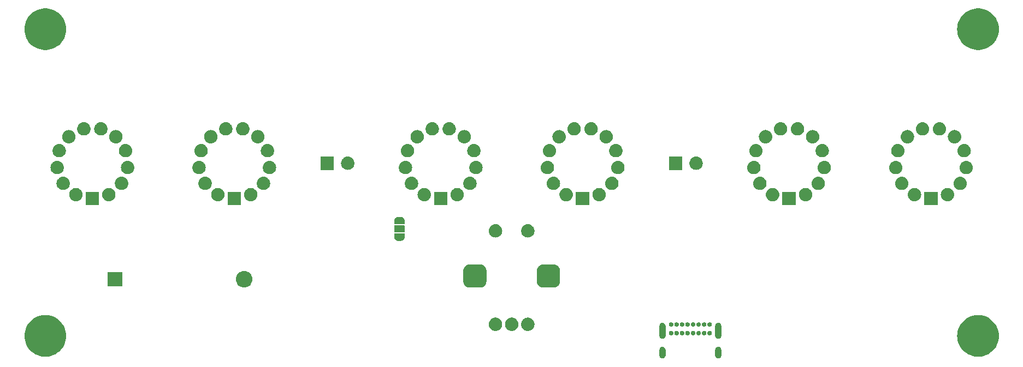
<source format=gbs>
%TF.GenerationSoftware,KiCad,Pcbnew,8.0.5*%
%TF.CreationDate,2024-10-12T12:22:27-07:00*%
%TF.ProjectId,STM32_Nixie,53544d33-325f-44e6-9978-69652e6b6963,rev?*%
%TF.SameCoordinates,Original*%
%TF.FileFunction,Soldermask,Bot*%
%TF.FilePolarity,Negative*%
%FSLAX46Y46*%
G04 Gerber Fmt 4.6, Leading zero omitted, Abs format (unit mm)*
G04 Created by KiCad (PCBNEW 8.0.5) date 2024-10-12 12:22:27*
%MOMM*%
%LPD*%
G01*
G04 APERTURE LIST*
G04 APERTURE END LIST*
G36*
X175561750Y-115549147D02*
G01*
X175672076Y-115612844D01*
X175762156Y-115702924D01*
X175825853Y-115813250D01*
X175858825Y-115936303D01*
X175863000Y-116000000D01*
X175863000Y-116800000D01*
X175858825Y-116863697D01*
X175825853Y-116986750D01*
X175762156Y-117097076D01*
X175672076Y-117187156D01*
X175561750Y-117250853D01*
X175438697Y-117283825D01*
X175311303Y-117283825D01*
X175188250Y-117250853D01*
X175077924Y-117187156D01*
X174987844Y-117097076D01*
X174924147Y-116986750D01*
X174891175Y-116863697D01*
X174887000Y-116800000D01*
X174887000Y-116000000D01*
X174891175Y-115936303D01*
X174924147Y-115813250D01*
X174987844Y-115702924D01*
X175077924Y-115612844D01*
X175188250Y-115549147D01*
X175311303Y-115516175D01*
X175438697Y-115516175D01*
X175561750Y-115549147D01*
G37*
G36*
X184211750Y-115549147D02*
G01*
X184322076Y-115612844D01*
X184412156Y-115702924D01*
X184475853Y-115813250D01*
X184508825Y-115936303D01*
X184513000Y-116000000D01*
X184513000Y-116800000D01*
X184508825Y-116863697D01*
X184475853Y-116986750D01*
X184412156Y-117097076D01*
X184322076Y-117187156D01*
X184211750Y-117250853D01*
X184088697Y-117283825D01*
X183961303Y-117283825D01*
X183838250Y-117250853D01*
X183727924Y-117187156D01*
X183637844Y-117097076D01*
X183574147Y-116986750D01*
X183541175Y-116863697D01*
X183537000Y-116800000D01*
X183537000Y-116000000D01*
X183541175Y-115936303D01*
X183574147Y-115813250D01*
X183637844Y-115702924D01*
X183727924Y-115612844D01*
X183838250Y-115549147D01*
X183961303Y-115516175D01*
X184088697Y-115516175D01*
X184211750Y-115549147D01*
G37*
G36*
X80223850Y-110604656D02*
G01*
X80566257Y-110680025D01*
X80898507Y-110791973D01*
X81216707Y-110939188D01*
X81517124Y-111119943D01*
X81796237Y-111332119D01*
X82050773Y-111573229D01*
X82277749Y-111840446D01*
X82474504Y-112130637D01*
X82638729Y-112440399D01*
X82768501Y-112766102D01*
X82862297Y-113103926D01*
X82919019Y-113449911D01*
X82938000Y-113800000D01*
X82919019Y-114150089D01*
X82862297Y-114496074D01*
X82768501Y-114833898D01*
X82638729Y-115159601D01*
X82474504Y-115469363D01*
X82277749Y-115759554D01*
X82050773Y-116026771D01*
X81796237Y-116267881D01*
X81517124Y-116480057D01*
X81216707Y-116660812D01*
X80898507Y-116808027D01*
X80566257Y-116919975D01*
X80223850Y-116995344D01*
X79875302Y-117033251D01*
X79524698Y-117033251D01*
X79176150Y-116995344D01*
X78833743Y-116919975D01*
X78501493Y-116808027D01*
X78183293Y-116660812D01*
X77882876Y-116480057D01*
X77603763Y-116267881D01*
X77349227Y-116026771D01*
X77122251Y-115759554D01*
X76925496Y-115469363D01*
X76761271Y-115159601D01*
X76631499Y-114833898D01*
X76537703Y-114496074D01*
X76480981Y-114150089D01*
X76462000Y-113800000D01*
X76480981Y-113449911D01*
X76537703Y-113103926D01*
X76631499Y-112766102D01*
X76761271Y-112440399D01*
X76925496Y-112130637D01*
X77122251Y-111840446D01*
X77349227Y-111573229D01*
X77603763Y-111332119D01*
X77882876Y-111119943D01*
X78183293Y-110939188D01*
X78501493Y-110791973D01*
X78833743Y-110680025D01*
X79176150Y-110604656D01*
X79524698Y-110566749D01*
X79875302Y-110566749D01*
X80223850Y-110604656D01*
G37*
G36*
X224823850Y-110604656D02*
G01*
X225166257Y-110680025D01*
X225498507Y-110791973D01*
X225816707Y-110939188D01*
X226117124Y-111119943D01*
X226396237Y-111332119D01*
X226650773Y-111573229D01*
X226877749Y-111840446D01*
X227074504Y-112130637D01*
X227238729Y-112440399D01*
X227368501Y-112766102D01*
X227462297Y-113103926D01*
X227519019Y-113449911D01*
X227538000Y-113800000D01*
X227519019Y-114150089D01*
X227462297Y-114496074D01*
X227368501Y-114833898D01*
X227238729Y-115159601D01*
X227074504Y-115469363D01*
X226877749Y-115759554D01*
X226650773Y-116026771D01*
X226396237Y-116267881D01*
X226117124Y-116480057D01*
X225816707Y-116660812D01*
X225498507Y-116808027D01*
X225166257Y-116919975D01*
X224823850Y-116995344D01*
X224475302Y-117033251D01*
X224124698Y-117033251D01*
X223776150Y-116995344D01*
X223433743Y-116919975D01*
X223101493Y-116808027D01*
X222783293Y-116660812D01*
X222482876Y-116480057D01*
X222203763Y-116267881D01*
X221949227Y-116026771D01*
X221722251Y-115759554D01*
X221525496Y-115469363D01*
X221361271Y-115159601D01*
X221231499Y-114833898D01*
X221137703Y-114496074D01*
X221080981Y-114150089D01*
X221062000Y-113800000D01*
X221080981Y-113449911D01*
X221137703Y-113103926D01*
X221231499Y-112766102D01*
X221361271Y-112440399D01*
X221525496Y-112130637D01*
X221722251Y-111840446D01*
X221949227Y-111573229D01*
X222203763Y-111332119D01*
X222482876Y-111119943D01*
X222783293Y-110939188D01*
X223101493Y-110791973D01*
X223433743Y-110680025D01*
X223776150Y-110604656D01*
X224124698Y-110566749D01*
X224475302Y-110566749D01*
X224823850Y-110604656D01*
G37*
G36*
X175561750Y-111819147D02*
G01*
X175672076Y-111882844D01*
X175762156Y-111972924D01*
X175825853Y-112083250D01*
X175858825Y-112206303D01*
X175863000Y-112270000D01*
X175863000Y-113770000D01*
X175858825Y-113833697D01*
X175825853Y-113956750D01*
X175762156Y-114067076D01*
X175672076Y-114157156D01*
X175561750Y-114220853D01*
X175438697Y-114253825D01*
X175311303Y-114253825D01*
X175188250Y-114220853D01*
X175077924Y-114157156D01*
X174987844Y-114067076D01*
X174924147Y-113956750D01*
X174891175Y-113833697D01*
X174887000Y-113770000D01*
X174887000Y-112270000D01*
X174891175Y-112206303D01*
X174924147Y-112083250D01*
X174987844Y-111972924D01*
X175077924Y-111882844D01*
X175188250Y-111819147D01*
X175311303Y-111786175D01*
X175438697Y-111786175D01*
X175561750Y-111819147D01*
G37*
G36*
X184211750Y-111819147D02*
G01*
X184322076Y-111882844D01*
X184412156Y-111972924D01*
X184475853Y-112083250D01*
X184508825Y-112206303D01*
X184513000Y-112270000D01*
X184513000Y-113770000D01*
X184508825Y-113833697D01*
X184475853Y-113956750D01*
X184412156Y-114067076D01*
X184322076Y-114157156D01*
X184211750Y-114220853D01*
X184088697Y-114253825D01*
X183961303Y-114253825D01*
X183838250Y-114220853D01*
X183727924Y-114157156D01*
X183637844Y-114067076D01*
X183574147Y-113956750D01*
X183541175Y-113833697D01*
X183537000Y-113770000D01*
X183537000Y-112270000D01*
X183541175Y-112206303D01*
X183574147Y-112083250D01*
X183637844Y-111972924D01*
X183727924Y-111882844D01*
X183838250Y-111819147D01*
X183961303Y-111786175D01*
X184088697Y-111786175D01*
X184211750Y-111819147D01*
G37*
G36*
X176837173Y-113044766D02*
G01*
X176938366Y-113096327D01*
X177018673Y-113176634D01*
X177070234Y-113277827D01*
X177088000Y-113390000D01*
X177070234Y-113502173D01*
X177018673Y-113603366D01*
X176938366Y-113683673D01*
X176837173Y-113735234D01*
X176725000Y-113753000D01*
X176612827Y-113735234D01*
X176511634Y-113683673D01*
X176431327Y-113603366D01*
X176379766Y-113502173D01*
X176362000Y-113390000D01*
X176379766Y-113277827D01*
X176431327Y-113176634D01*
X176511634Y-113096327D01*
X176612827Y-113044766D01*
X176725000Y-113027000D01*
X176837173Y-113044766D01*
G37*
G36*
X177687173Y-113044766D02*
G01*
X177788366Y-113096327D01*
X177868673Y-113176634D01*
X177920234Y-113277827D01*
X177938000Y-113390000D01*
X177920234Y-113502173D01*
X177868673Y-113603366D01*
X177788366Y-113683673D01*
X177687173Y-113735234D01*
X177575000Y-113753000D01*
X177462827Y-113735234D01*
X177361634Y-113683673D01*
X177281327Y-113603366D01*
X177229766Y-113502173D01*
X177212000Y-113390000D01*
X177229766Y-113277827D01*
X177281327Y-113176634D01*
X177361634Y-113096327D01*
X177462827Y-113044766D01*
X177575000Y-113027000D01*
X177687173Y-113044766D01*
G37*
G36*
X178537173Y-113044766D02*
G01*
X178638366Y-113096327D01*
X178718673Y-113176634D01*
X178770234Y-113277827D01*
X178788000Y-113390000D01*
X178770234Y-113502173D01*
X178718673Y-113603366D01*
X178638366Y-113683673D01*
X178537173Y-113735234D01*
X178425000Y-113753000D01*
X178312827Y-113735234D01*
X178211634Y-113683673D01*
X178131327Y-113603366D01*
X178079766Y-113502173D01*
X178062000Y-113390000D01*
X178079766Y-113277827D01*
X178131327Y-113176634D01*
X178211634Y-113096327D01*
X178312827Y-113044766D01*
X178425000Y-113027000D01*
X178537173Y-113044766D01*
G37*
G36*
X179387173Y-113044766D02*
G01*
X179488366Y-113096327D01*
X179568673Y-113176634D01*
X179620234Y-113277827D01*
X179638000Y-113390000D01*
X179620234Y-113502173D01*
X179568673Y-113603366D01*
X179488366Y-113683673D01*
X179387173Y-113735234D01*
X179275000Y-113753000D01*
X179162827Y-113735234D01*
X179061634Y-113683673D01*
X178981327Y-113603366D01*
X178929766Y-113502173D01*
X178912000Y-113390000D01*
X178929766Y-113277827D01*
X178981327Y-113176634D01*
X179061634Y-113096327D01*
X179162827Y-113044766D01*
X179275000Y-113027000D01*
X179387173Y-113044766D01*
G37*
G36*
X180237173Y-113044766D02*
G01*
X180338366Y-113096327D01*
X180418673Y-113176634D01*
X180470234Y-113277827D01*
X180488000Y-113390000D01*
X180470234Y-113502173D01*
X180418673Y-113603366D01*
X180338366Y-113683673D01*
X180237173Y-113735234D01*
X180125000Y-113753000D01*
X180012827Y-113735234D01*
X179911634Y-113683673D01*
X179831327Y-113603366D01*
X179779766Y-113502173D01*
X179762000Y-113390000D01*
X179779766Y-113277827D01*
X179831327Y-113176634D01*
X179911634Y-113096327D01*
X180012827Y-113044766D01*
X180125000Y-113027000D01*
X180237173Y-113044766D01*
G37*
G36*
X181087173Y-113044766D02*
G01*
X181188366Y-113096327D01*
X181268673Y-113176634D01*
X181320234Y-113277827D01*
X181338000Y-113390000D01*
X181320234Y-113502173D01*
X181268673Y-113603366D01*
X181188366Y-113683673D01*
X181087173Y-113735234D01*
X180975000Y-113753000D01*
X180862827Y-113735234D01*
X180761634Y-113683673D01*
X180681327Y-113603366D01*
X180629766Y-113502173D01*
X180612000Y-113390000D01*
X180629766Y-113277827D01*
X180681327Y-113176634D01*
X180761634Y-113096327D01*
X180862827Y-113044766D01*
X180975000Y-113027000D01*
X181087173Y-113044766D01*
G37*
G36*
X181937173Y-113044766D02*
G01*
X182038366Y-113096327D01*
X182118673Y-113176634D01*
X182170234Y-113277827D01*
X182188000Y-113390000D01*
X182170234Y-113502173D01*
X182118673Y-113603366D01*
X182038366Y-113683673D01*
X181937173Y-113735234D01*
X181825000Y-113753000D01*
X181712827Y-113735234D01*
X181611634Y-113683673D01*
X181531327Y-113603366D01*
X181479766Y-113502173D01*
X181462000Y-113390000D01*
X181479766Y-113277827D01*
X181531327Y-113176634D01*
X181611634Y-113096327D01*
X181712827Y-113044766D01*
X181825000Y-113027000D01*
X181937173Y-113044766D01*
G37*
G36*
X182787173Y-113044766D02*
G01*
X182888366Y-113096327D01*
X182968673Y-113176634D01*
X183020234Y-113277827D01*
X183038000Y-113390000D01*
X183020234Y-113502173D01*
X182968673Y-113603366D01*
X182888366Y-113683673D01*
X182787173Y-113735234D01*
X182675000Y-113753000D01*
X182562827Y-113735234D01*
X182461634Y-113683673D01*
X182381327Y-113603366D01*
X182329766Y-113502173D01*
X182312000Y-113390000D01*
X182329766Y-113277827D01*
X182381327Y-113176634D01*
X182461634Y-113096327D01*
X182562827Y-113044766D01*
X182675000Y-113027000D01*
X182787173Y-113044766D01*
G37*
G36*
X149546694Y-110966599D02*
G01*
X149595758Y-110966599D01*
X149650399Y-110976813D01*
X149702504Y-110981945D01*
X149742086Y-110993952D01*
X149784015Y-111001790D01*
X149842086Y-111024287D01*
X149897225Y-111041013D01*
X149928728Y-111057851D01*
X149962598Y-111070973D01*
X150021454Y-111107415D01*
X150076682Y-111136935D01*
X150099884Y-111155976D01*
X150125432Y-111171795D01*
X150182033Y-111223394D01*
X150233977Y-111266023D01*
X150249371Y-111284780D01*
X150266964Y-111300819D01*
X150318041Y-111368455D01*
X150363065Y-111423318D01*
X150371771Y-111439605D01*
X150382379Y-111453653D01*
X150424581Y-111538406D01*
X150458987Y-111602775D01*
X150462656Y-111614872D01*
X150467747Y-111625095D01*
X150497819Y-111730788D01*
X150518055Y-111797496D01*
X150518719Y-111804244D01*
X150520158Y-111809300D01*
X150535095Y-111970513D01*
X150538000Y-112000000D01*
X150535095Y-112029488D01*
X150520158Y-112190699D01*
X150518719Y-112195753D01*
X150518055Y-112202504D01*
X150497814Y-112269226D01*
X150467747Y-112374904D01*
X150462657Y-112385125D01*
X150458987Y-112397225D01*
X150424574Y-112461606D01*
X150382379Y-112546346D01*
X150371772Y-112560390D01*
X150363065Y-112576682D01*
X150318031Y-112631555D01*
X150266964Y-112699180D01*
X150249374Y-112715215D01*
X150233977Y-112733977D01*
X150182022Y-112776614D01*
X150125432Y-112828204D01*
X150099889Y-112844019D01*
X150076682Y-112863065D01*
X150021442Y-112892591D01*
X149962598Y-112929026D01*
X149928734Y-112942144D01*
X149897225Y-112958987D01*
X149842074Y-112975716D01*
X149784015Y-112998209D01*
X149742093Y-113006045D01*
X149702504Y-113018055D01*
X149650395Y-113023187D01*
X149595758Y-113033401D01*
X149546694Y-113033401D01*
X149500000Y-113038000D01*
X149453306Y-113033401D01*
X149404242Y-113033401D01*
X149349603Y-113023187D01*
X149297496Y-113018055D01*
X149257907Y-113006045D01*
X149215984Y-112998209D01*
X149157920Y-112975715D01*
X149102775Y-112958987D01*
X149071267Y-112942145D01*
X149037401Y-112929026D01*
X148978549Y-112892587D01*
X148923318Y-112863065D01*
X148900113Y-112844021D01*
X148874567Y-112828204D01*
X148817967Y-112776606D01*
X148766023Y-112733977D01*
X148750628Y-112715218D01*
X148733035Y-112699180D01*
X148681955Y-112631540D01*
X148636935Y-112576682D01*
X148628229Y-112560395D01*
X148617620Y-112546346D01*
X148575411Y-112461579D01*
X148541013Y-112397225D01*
X148537344Y-112385130D01*
X148532252Y-112374904D01*
X148502169Y-112269173D01*
X148481945Y-112202504D01*
X148481280Y-112195758D01*
X148479841Y-112190699D01*
X148464887Y-112029317D01*
X148462000Y-112000000D01*
X148464887Y-111970685D01*
X148479841Y-111809300D01*
X148481280Y-111804239D01*
X148481945Y-111797496D01*
X148502164Y-111730841D01*
X148532252Y-111625095D01*
X148537344Y-111614867D01*
X148541013Y-111602775D01*
X148575404Y-111538434D01*
X148617620Y-111453653D01*
X148628231Y-111439601D01*
X148636935Y-111423318D01*
X148681946Y-111368471D01*
X148733035Y-111300819D01*
X148750631Y-111284777D01*
X148766023Y-111266023D01*
X148817956Y-111223402D01*
X148874567Y-111171795D01*
X148900118Y-111155974D01*
X148923318Y-111136935D01*
X148978538Y-111107419D01*
X149037401Y-111070973D01*
X149071274Y-111057850D01*
X149102775Y-111041013D01*
X149157908Y-111024288D01*
X149215984Y-111001790D01*
X149257914Y-110993951D01*
X149297496Y-110981945D01*
X149349600Y-110976813D01*
X149404242Y-110966599D01*
X149453306Y-110966599D01*
X149500000Y-110962000D01*
X149546694Y-110966599D01*
G37*
G36*
X152046694Y-110966599D02*
G01*
X152095758Y-110966599D01*
X152150399Y-110976813D01*
X152202504Y-110981945D01*
X152242086Y-110993952D01*
X152284015Y-111001790D01*
X152342086Y-111024287D01*
X152397225Y-111041013D01*
X152428728Y-111057851D01*
X152462598Y-111070973D01*
X152521454Y-111107415D01*
X152576682Y-111136935D01*
X152599884Y-111155976D01*
X152625432Y-111171795D01*
X152682033Y-111223394D01*
X152733977Y-111266023D01*
X152749371Y-111284780D01*
X152766964Y-111300819D01*
X152818041Y-111368455D01*
X152863065Y-111423318D01*
X152871771Y-111439605D01*
X152882379Y-111453653D01*
X152924581Y-111538406D01*
X152958987Y-111602775D01*
X152962656Y-111614872D01*
X152967747Y-111625095D01*
X152997819Y-111730788D01*
X153018055Y-111797496D01*
X153018719Y-111804244D01*
X153020158Y-111809300D01*
X153035095Y-111970513D01*
X153038000Y-112000000D01*
X153035095Y-112029488D01*
X153020158Y-112190699D01*
X153018719Y-112195753D01*
X153018055Y-112202504D01*
X152997814Y-112269226D01*
X152967747Y-112374904D01*
X152962657Y-112385125D01*
X152958987Y-112397225D01*
X152924574Y-112461606D01*
X152882379Y-112546346D01*
X152871772Y-112560390D01*
X152863065Y-112576682D01*
X152818031Y-112631555D01*
X152766964Y-112699180D01*
X152749374Y-112715215D01*
X152733977Y-112733977D01*
X152682022Y-112776614D01*
X152625432Y-112828204D01*
X152599889Y-112844019D01*
X152576682Y-112863065D01*
X152521442Y-112892591D01*
X152462598Y-112929026D01*
X152428734Y-112942144D01*
X152397225Y-112958987D01*
X152342074Y-112975716D01*
X152284015Y-112998209D01*
X152242093Y-113006045D01*
X152202504Y-113018055D01*
X152150395Y-113023187D01*
X152095758Y-113033401D01*
X152046694Y-113033401D01*
X152000000Y-113038000D01*
X151953306Y-113033401D01*
X151904242Y-113033401D01*
X151849603Y-113023187D01*
X151797496Y-113018055D01*
X151757907Y-113006045D01*
X151715984Y-112998209D01*
X151657920Y-112975715D01*
X151602775Y-112958987D01*
X151571267Y-112942145D01*
X151537401Y-112929026D01*
X151478549Y-112892587D01*
X151423318Y-112863065D01*
X151400113Y-112844021D01*
X151374567Y-112828204D01*
X151317967Y-112776606D01*
X151266023Y-112733977D01*
X151250628Y-112715218D01*
X151233035Y-112699180D01*
X151181955Y-112631540D01*
X151136935Y-112576682D01*
X151128229Y-112560395D01*
X151117620Y-112546346D01*
X151075411Y-112461579D01*
X151041013Y-112397225D01*
X151037344Y-112385130D01*
X151032252Y-112374904D01*
X151002169Y-112269173D01*
X150981945Y-112202504D01*
X150981280Y-112195758D01*
X150979841Y-112190699D01*
X150964887Y-112029317D01*
X150962000Y-112000000D01*
X150964887Y-111970685D01*
X150979841Y-111809300D01*
X150981280Y-111804239D01*
X150981945Y-111797496D01*
X151002164Y-111730841D01*
X151032252Y-111625095D01*
X151037344Y-111614867D01*
X151041013Y-111602775D01*
X151075404Y-111538434D01*
X151117620Y-111453653D01*
X151128231Y-111439601D01*
X151136935Y-111423318D01*
X151181946Y-111368471D01*
X151233035Y-111300819D01*
X151250631Y-111284777D01*
X151266023Y-111266023D01*
X151317956Y-111223402D01*
X151374567Y-111171795D01*
X151400118Y-111155974D01*
X151423318Y-111136935D01*
X151478538Y-111107419D01*
X151537401Y-111070973D01*
X151571274Y-111057850D01*
X151602775Y-111041013D01*
X151657908Y-111024288D01*
X151715984Y-111001790D01*
X151757914Y-110993951D01*
X151797496Y-110981945D01*
X151849600Y-110976813D01*
X151904242Y-110966599D01*
X151953306Y-110966599D01*
X152000000Y-110962000D01*
X152046694Y-110966599D01*
G37*
G36*
X154546694Y-110966599D02*
G01*
X154595758Y-110966599D01*
X154650399Y-110976813D01*
X154702504Y-110981945D01*
X154742086Y-110993952D01*
X154784015Y-111001790D01*
X154842086Y-111024287D01*
X154897225Y-111041013D01*
X154928728Y-111057851D01*
X154962598Y-111070973D01*
X155021454Y-111107415D01*
X155076682Y-111136935D01*
X155099884Y-111155976D01*
X155125432Y-111171795D01*
X155182033Y-111223394D01*
X155233977Y-111266023D01*
X155249371Y-111284780D01*
X155266964Y-111300819D01*
X155318041Y-111368455D01*
X155363065Y-111423318D01*
X155371771Y-111439605D01*
X155382379Y-111453653D01*
X155424581Y-111538406D01*
X155458987Y-111602775D01*
X155462656Y-111614872D01*
X155467747Y-111625095D01*
X155497819Y-111730788D01*
X155518055Y-111797496D01*
X155518719Y-111804244D01*
X155520158Y-111809300D01*
X155535095Y-111970513D01*
X155538000Y-112000000D01*
X155535095Y-112029488D01*
X155520158Y-112190699D01*
X155518719Y-112195753D01*
X155518055Y-112202504D01*
X155497814Y-112269226D01*
X155467747Y-112374904D01*
X155462657Y-112385125D01*
X155458987Y-112397225D01*
X155424574Y-112461606D01*
X155382379Y-112546346D01*
X155371772Y-112560390D01*
X155363065Y-112576682D01*
X155318031Y-112631555D01*
X155266964Y-112699180D01*
X155249374Y-112715215D01*
X155233977Y-112733977D01*
X155182022Y-112776614D01*
X155125432Y-112828204D01*
X155099889Y-112844019D01*
X155076682Y-112863065D01*
X155021442Y-112892591D01*
X154962598Y-112929026D01*
X154928734Y-112942144D01*
X154897225Y-112958987D01*
X154842074Y-112975716D01*
X154784015Y-112998209D01*
X154742093Y-113006045D01*
X154702504Y-113018055D01*
X154650395Y-113023187D01*
X154595758Y-113033401D01*
X154546694Y-113033401D01*
X154500000Y-113038000D01*
X154453306Y-113033401D01*
X154404242Y-113033401D01*
X154349603Y-113023187D01*
X154297496Y-113018055D01*
X154257907Y-113006045D01*
X154215984Y-112998209D01*
X154157920Y-112975715D01*
X154102775Y-112958987D01*
X154071267Y-112942145D01*
X154037401Y-112929026D01*
X153978549Y-112892587D01*
X153923318Y-112863065D01*
X153900113Y-112844021D01*
X153874567Y-112828204D01*
X153817967Y-112776606D01*
X153766023Y-112733977D01*
X153750628Y-112715218D01*
X153733035Y-112699180D01*
X153681955Y-112631540D01*
X153636935Y-112576682D01*
X153628229Y-112560395D01*
X153617620Y-112546346D01*
X153575411Y-112461579D01*
X153541013Y-112397225D01*
X153537344Y-112385130D01*
X153532252Y-112374904D01*
X153502169Y-112269173D01*
X153481945Y-112202504D01*
X153481280Y-112195758D01*
X153479841Y-112190699D01*
X153464887Y-112029317D01*
X153462000Y-112000000D01*
X153464887Y-111970685D01*
X153479841Y-111809300D01*
X153481280Y-111804239D01*
X153481945Y-111797496D01*
X153502164Y-111730841D01*
X153532252Y-111625095D01*
X153537344Y-111614867D01*
X153541013Y-111602775D01*
X153575404Y-111538434D01*
X153617620Y-111453653D01*
X153628231Y-111439601D01*
X153636935Y-111423318D01*
X153681946Y-111368471D01*
X153733035Y-111300819D01*
X153750631Y-111284777D01*
X153766023Y-111266023D01*
X153817956Y-111223402D01*
X153874567Y-111171795D01*
X153900118Y-111155974D01*
X153923318Y-111136935D01*
X153978538Y-111107419D01*
X154037401Y-111070973D01*
X154071274Y-111057850D01*
X154102775Y-111041013D01*
X154157908Y-111024288D01*
X154215984Y-111001790D01*
X154257914Y-110993951D01*
X154297496Y-110981945D01*
X154349600Y-110976813D01*
X154404242Y-110966599D01*
X154453306Y-110966599D01*
X154500000Y-110962000D01*
X154546694Y-110966599D01*
G37*
G36*
X176837173Y-111694766D02*
G01*
X176938366Y-111746327D01*
X177018673Y-111826634D01*
X177070234Y-111927827D01*
X177088000Y-112040000D01*
X177070234Y-112152173D01*
X177018673Y-112253366D01*
X176938366Y-112333673D01*
X176837173Y-112385234D01*
X176725000Y-112403000D01*
X176612827Y-112385234D01*
X176511634Y-112333673D01*
X176431327Y-112253366D01*
X176379766Y-112152173D01*
X176362000Y-112040000D01*
X176379766Y-111927827D01*
X176431327Y-111826634D01*
X176511634Y-111746327D01*
X176612827Y-111694766D01*
X176725000Y-111677000D01*
X176837173Y-111694766D01*
G37*
G36*
X177687173Y-111694766D02*
G01*
X177788366Y-111746327D01*
X177868673Y-111826634D01*
X177920234Y-111927827D01*
X177938000Y-112040000D01*
X177920234Y-112152173D01*
X177868673Y-112253366D01*
X177788366Y-112333673D01*
X177687173Y-112385234D01*
X177575000Y-112403000D01*
X177462827Y-112385234D01*
X177361634Y-112333673D01*
X177281327Y-112253366D01*
X177229766Y-112152173D01*
X177212000Y-112040000D01*
X177229766Y-111927827D01*
X177281327Y-111826634D01*
X177361634Y-111746327D01*
X177462827Y-111694766D01*
X177575000Y-111677000D01*
X177687173Y-111694766D01*
G37*
G36*
X178537173Y-111694766D02*
G01*
X178638366Y-111746327D01*
X178718673Y-111826634D01*
X178770234Y-111927827D01*
X178788000Y-112040000D01*
X178770234Y-112152173D01*
X178718673Y-112253366D01*
X178638366Y-112333673D01*
X178537173Y-112385234D01*
X178425000Y-112403000D01*
X178312827Y-112385234D01*
X178211634Y-112333673D01*
X178131327Y-112253366D01*
X178079766Y-112152173D01*
X178062000Y-112040000D01*
X178079766Y-111927827D01*
X178131327Y-111826634D01*
X178211634Y-111746327D01*
X178312827Y-111694766D01*
X178425000Y-111677000D01*
X178537173Y-111694766D01*
G37*
G36*
X179387173Y-111694766D02*
G01*
X179488366Y-111746327D01*
X179568673Y-111826634D01*
X179620234Y-111927827D01*
X179638000Y-112040000D01*
X179620234Y-112152173D01*
X179568673Y-112253366D01*
X179488366Y-112333673D01*
X179387173Y-112385234D01*
X179275000Y-112403000D01*
X179162827Y-112385234D01*
X179061634Y-112333673D01*
X178981327Y-112253366D01*
X178929766Y-112152173D01*
X178912000Y-112040000D01*
X178929766Y-111927827D01*
X178981327Y-111826634D01*
X179061634Y-111746327D01*
X179162827Y-111694766D01*
X179275000Y-111677000D01*
X179387173Y-111694766D01*
G37*
G36*
X180237173Y-111694766D02*
G01*
X180338366Y-111746327D01*
X180418673Y-111826634D01*
X180470234Y-111927827D01*
X180488000Y-112040000D01*
X180470234Y-112152173D01*
X180418673Y-112253366D01*
X180338366Y-112333673D01*
X180237173Y-112385234D01*
X180125000Y-112403000D01*
X180012827Y-112385234D01*
X179911634Y-112333673D01*
X179831327Y-112253366D01*
X179779766Y-112152173D01*
X179762000Y-112040000D01*
X179779766Y-111927827D01*
X179831327Y-111826634D01*
X179911634Y-111746327D01*
X180012827Y-111694766D01*
X180125000Y-111677000D01*
X180237173Y-111694766D01*
G37*
G36*
X181087173Y-111694766D02*
G01*
X181188366Y-111746327D01*
X181268673Y-111826634D01*
X181320234Y-111927827D01*
X181338000Y-112040000D01*
X181320234Y-112152173D01*
X181268673Y-112253366D01*
X181188366Y-112333673D01*
X181087173Y-112385234D01*
X180975000Y-112403000D01*
X180862827Y-112385234D01*
X180761634Y-112333673D01*
X180681327Y-112253366D01*
X180629766Y-112152173D01*
X180612000Y-112040000D01*
X180629766Y-111927827D01*
X180681327Y-111826634D01*
X180761634Y-111746327D01*
X180862827Y-111694766D01*
X180975000Y-111677000D01*
X181087173Y-111694766D01*
G37*
G36*
X181937173Y-111694766D02*
G01*
X182038366Y-111746327D01*
X182118673Y-111826634D01*
X182170234Y-111927827D01*
X182188000Y-112040000D01*
X182170234Y-112152173D01*
X182118673Y-112253366D01*
X182038366Y-112333673D01*
X181937173Y-112385234D01*
X181825000Y-112403000D01*
X181712827Y-112385234D01*
X181611634Y-112333673D01*
X181531327Y-112253366D01*
X181479766Y-112152173D01*
X181462000Y-112040000D01*
X181479766Y-111927827D01*
X181531327Y-111826634D01*
X181611634Y-111746327D01*
X181712827Y-111694766D01*
X181825000Y-111677000D01*
X181937173Y-111694766D01*
G37*
G36*
X182787173Y-111694766D02*
G01*
X182888366Y-111746327D01*
X182968673Y-111826634D01*
X183020234Y-111927827D01*
X183038000Y-112040000D01*
X183020234Y-112152173D01*
X182968673Y-112253366D01*
X182888366Y-112333673D01*
X182787173Y-112385234D01*
X182675000Y-112403000D01*
X182562827Y-112385234D01*
X182461634Y-112333673D01*
X182381327Y-112253366D01*
X182329766Y-112152173D01*
X182312000Y-112040000D01*
X182329766Y-111927827D01*
X182381327Y-111826634D01*
X182461634Y-111746327D01*
X182562827Y-111694766D01*
X182675000Y-111677000D01*
X182787173Y-111694766D01*
G37*
G36*
X110747959Y-103731568D02*
G01*
X110964822Y-103789676D01*
X111168300Y-103884559D01*
X111352210Y-104013335D01*
X111510965Y-104172090D01*
X111639741Y-104356000D01*
X111734624Y-104559478D01*
X111792732Y-104776341D01*
X111812300Y-105000000D01*
X111792732Y-105223659D01*
X111734624Y-105440522D01*
X111639741Y-105644000D01*
X111510965Y-105827910D01*
X111352210Y-105986665D01*
X111168300Y-106115441D01*
X110964822Y-106210324D01*
X110747959Y-106268432D01*
X110524300Y-106288000D01*
X110300641Y-106268432D01*
X110083778Y-106210324D01*
X109880300Y-106115441D01*
X109696390Y-105986665D01*
X109537635Y-105827910D01*
X109408859Y-105644000D01*
X109313976Y-105440522D01*
X109255868Y-105223659D01*
X109236300Y-105000000D01*
X109255868Y-104776341D01*
X109313976Y-104559478D01*
X109408859Y-104356000D01*
X109537635Y-104172090D01*
X109696390Y-104013335D01*
X109880300Y-103884559D01*
X110083778Y-103789676D01*
X110300641Y-103731568D01*
X110524300Y-103712000D01*
X110747959Y-103731568D01*
G37*
G36*
X147317825Y-102723241D02*
G01*
X147326845Y-102725658D01*
X147335787Y-102726453D01*
X147423801Y-102751637D01*
X147502190Y-102772641D01*
X147508572Y-102775892D01*
X147513605Y-102777333D01*
X147601212Y-102823095D01*
X147672255Y-102859294D01*
X147675426Y-102861862D01*
X147677300Y-102862841D01*
X147773437Y-102941229D01*
X147820588Y-102979412D01*
X147858796Y-103026595D01*
X147937158Y-103122699D01*
X147938136Y-103124571D01*
X147940706Y-103127745D01*
X147976923Y-103198824D01*
X148022666Y-103286394D01*
X148024105Y-103291424D01*
X148027359Y-103297810D01*
X148048373Y-103376237D01*
X148073546Y-103464212D01*
X148074340Y-103473149D01*
X148076759Y-103482175D01*
X148088000Y-103625000D01*
X148088000Y-105375000D01*
X148076759Y-105517825D01*
X148074340Y-105526851D01*
X148073546Y-105535787D01*
X148048377Y-105623746D01*
X148027359Y-105702190D01*
X148024104Y-105708576D01*
X148022666Y-105713605D01*
X147976943Y-105801134D01*
X147940706Y-105872255D01*
X147938134Y-105875430D01*
X147937158Y-105877300D01*
X147858914Y-105973258D01*
X147820588Y-106020588D01*
X147773258Y-106058914D01*
X147677300Y-106137158D01*
X147675430Y-106138134D01*
X147672255Y-106140706D01*
X147601134Y-106176943D01*
X147513605Y-106222666D01*
X147508576Y-106224104D01*
X147502190Y-106227359D01*
X147423746Y-106248377D01*
X147335787Y-106273546D01*
X147326851Y-106274340D01*
X147317825Y-106276759D01*
X147175000Y-106288000D01*
X145425000Y-106288000D01*
X145282175Y-106276759D01*
X145273149Y-106274340D01*
X145264212Y-106273546D01*
X145176237Y-106248373D01*
X145097810Y-106227359D01*
X145091424Y-106224105D01*
X145086394Y-106222666D01*
X144998824Y-106176923D01*
X144927745Y-106140706D01*
X144924571Y-106138136D01*
X144922699Y-106137158D01*
X144826595Y-106058796D01*
X144779412Y-106020588D01*
X144741229Y-105973437D01*
X144662841Y-105877300D01*
X144661862Y-105875426D01*
X144659294Y-105872255D01*
X144623095Y-105801212D01*
X144577333Y-105713605D01*
X144575892Y-105708572D01*
X144572641Y-105702190D01*
X144551637Y-105623801D01*
X144526453Y-105535787D01*
X144525658Y-105526845D01*
X144523241Y-105517825D01*
X144512000Y-105375000D01*
X144512000Y-103625000D01*
X144523241Y-103482175D01*
X144525657Y-103473154D01*
X144526453Y-103464212D01*
X144551641Y-103376182D01*
X144572641Y-103297810D01*
X144575892Y-103291428D01*
X144577333Y-103286394D01*
X144623116Y-103198746D01*
X144659294Y-103127745D01*
X144661861Y-103124574D01*
X144662841Y-103122699D01*
X144741347Y-103026417D01*
X144779412Y-102979412D01*
X144826417Y-102941347D01*
X144922699Y-102862841D01*
X144924574Y-102861861D01*
X144927745Y-102859294D01*
X144998746Y-102823116D01*
X145086394Y-102777333D01*
X145091428Y-102775892D01*
X145097810Y-102772641D01*
X145176182Y-102751641D01*
X145264212Y-102726453D01*
X145273154Y-102725657D01*
X145282175Y-102723241D01*
X145425000Y-102712000D01*
X147175000Y-102712000D01*
X147317825Y-102723241D01*
G37*
G36*
X158717825Y-102723241D02*
G01*
X158726845Y-102725658D01*
X158735787Y-102726453D01*
X158823801Y-102751637D01*
X158902190Y-102772641D01*
X158908572Y-102775892D01*
X158913605Y-102777333D01*
X159001212Y-102823095D01*
X159072255Y-102859294D01*
X159075426Y-102861862D01*
X159077300Y-102862841D01*
X159173437Y-102941229D01*
X159220588Y-102979412D01*
X159258796Y-103026595D01*
X159337158Y-103122699D01*
X159338136Y-103124571D01*
X159340706Y-103127745D01*
X159376923Y-103198824D01*
X159422666Y-103286394D01*
X159424105Y-103291424D01*
X159427359Y-103297810D01*
X159448373Y-103376237D01*
X159473546Y-103464212D01*
X159474340Y-103473149D01*
X159476759Y-103482175D01*
X159488000Y-103625000D01*
X159488000Y-105375000D01*
X159476759Y-105517825D01*
X159474340Y-105526851D01*
X159473546Y-105535787D01*
X159448377Y-105623746D01*
X159427359Y-105702190D01*
X159424104Y-105708576D01*
X159422666Y-105713605D01*
X159376943Y-105801134D01*
X159340706Y-105872255D01*
X159338134Y-105875430D01*
X159337158Y-105877300D01*
X159258914Y-105973258D01*
X159220588Y-106020588D01*
X159173258Y-106058914D01*
X159077300Y-106137158D01*
X159075430Y-106138134D01*
X159072255Y-106140706D01*
X159001134Y-106176943D01*
X158913605Y-106222666D01*
X158908576Y-106224104D01*
X158902190Y-106227359D01*
X158823746Y-106248377D01*
X158735787Y-106273546D01*
X158726851Y-106274340D01*
X158717825Y-106276759D01*
X158575000Y-106288000D01*
X156825000Y-106288000D01*
X156682175Y-106276759D01*
X156673149Y-106274340D01*
X156664212Y-106273546D01*
X156576237Y-106248373D01*
X156497810Y-106227359D01*
X156491424Y-106224105D01*
X156486394Y-106222666D01*
X156398824Y-106176923D01*
X156327745Y-106140706D01*
X156324571Y-106138136D01*
X156322699Y-106137158D01*
X156226595Y-106058796D01*
X156179412Y-106020588D01*
X156141229Y-105973437D01*
X156062841Y-105877300D01*
X156061862Y-105875426D01*
X156059294Y-105872255D01*
X156023095Y-105801212D01*
X155977333Y-105713605D01*
X155975892Y-105708572D01*
X155972641Y-105702190D01*
X155951637Y-105623801D01*
X155926453Y-105535787D01*
X155925658Y-105526845D01*
X155923241Y-105517825D01*
X155912000Y-105375000D01*
X155912000Y-103625000D01*
X155923241Y-103482175D01*
X155925657Y-103473154D01*
X155926453Y-103464212D01*
X155951641Y-103376182D01*
X155972641Y-103297810D01*
X155975892Y-103291428D01*
X155977333Y-103286394D01*
X156023116Y-103198746D01*
X156059294Y-103127745D01*
X156061861Y-103124574D01*
X156062841Y-103122699D01*
X156141347Y-103026417D01*
X156179412Y-102979412D01*
X156226417Y-102941347D01*
X156322699Y-102862841D01*
X156324574Y-102861861D01*
X156327745Y-102859294D01*
X156398746Y-102823116D01*
X156486394Y-102777333D01*
X156491428Y-102775892D01*
X156497810Y-102772641D01*
X156576182Y-102751641D01*
X156664212Y-102726453D01*
X156673154Y-102725657D01*
X156682175Y-102723241D01*
X156825000Y-102712000D01*
X158575000Y-102712000D01*
X158717825Y-102723241D01*
G37*
G36*
X91623842Y-103879893D02*
G01*
X91636170Y-103888130D01*
X91644407Y-103900458D01*
X91647300Y-103915000D01*
X91647300Y-106085000D01*
X91644407Y-106099542D01*
X91636170Y-106111870D01*
X91623842Y-106120107D01*
X91609300Y-106123000D01*
X89439300Y-106123000D01*
X89424758Y-106120107D01*
X89412430Y-106111870D01*
X89404193Y-106099542D01*
X89401300Y-106085000D01*
X89401300Y-103915000D01*
X89404193Y-103900458D01*
X89412430Y-103888130D01*
X89424758Y-103879893D01*
X89439300Y-103877000D01*
X91609300Y-103877000D01*
X91623842Y-103879893D01*
G37*
G36*
X135380406Y-97919594D02*
G01*
X135390784Y-97944651D01*
X135392663Y-97947905D01*
X135392805Y-97949530D01*
X135393000Y-97950000D01*
X135393000Y-98500000D01*
X135387911Y-98512286D01*
X135387911Y-98571157D01*
X135386169Y-98583272D01*
X135346074Y-98719823D01*
X135340990Y-98730956D01*
X135264049Y-98850678D01*
X135256034Y-98859927D01*
X135148479Y-98953124D01*
X135138183Y-98959741D01*
X135135578Y-98960930D01*
X135135576Y-98960932D01*
X135011334Y-99017671D01*
X135011330Y-99017672D01*
X135008729Y-99018860D01*
X134996986Y-99022308D01*
X134856120Y-99042562D01*
X134850000Y-99043000D01*
X134848572Y-99043000D01*
X134351428Y-99043000D01*
X134350000Y-99043000D01*
X134343880Y-99042562D01*
X134203014Y-99022308D01*
X134191271Y-99018860D01*
X134188671Y-99017672D01*
X134188665Y-99017671D01*
X134064423Y-98960932D01*
X134064418Y-98960928D01*
X134061817Y-98959741D01*
X134051521Y-98953124D01*
X134049357Y-98951249D01*
X133946127Y-98861800D01*
X133946125Y-98861798D01*
X133943966Y-98859927D01*
X133935951Y-98850678D01*
X133916018Y-98819662D01*
X133860557Y-98733364D01*
X133860555Y-98733361D01*
X133859010Y-98730956D01*
X133853926Y-98719823D01*
X133813831Y-98583272D01*
X133812089Y-98571157D01*
X133812089Y-98515777D01*
X133809440Y-98505891D01*
X133809213Y-98505344D01*
X133807336Y-98502092D01*
X133807193Y-98500468D01*
X133807000Y-98500000D01*
X133807000Y-97950000D01*
X133819594Y-97919594D01*
X133844645Y-97909217D01*
X133847905Y-97907336D01*
X133849532Y-97907193D01*
X133850000Y-97907000D01*
X135350000Y-97907000D01*
X135380406Y-97919594D01*
G37*
G36*
X149546694Y-96466599D02*
G01*
X149595758Y-96466599D01*
X149650399Y-96476813D01*
X149702504Y-96481945D01*
X149742086Y-96493952D01*
X149784015Y-96501790D01*
X149842086Y-96524287D01*
X149897225Y-96541013D01*
X149928728Y-96557851D01*
X149962598Y-96570973D01*
X150021454Y-96607415D01*
X150076682Y-96636935D01*
X150099884Y-96655976D01*
X150125432Y-96671795D01*
X150182033Y-96723394D01*
X150233977Y-96766023D01*
X150249371Y-96784780D01*
X150266964Y-96800819D01*
X150318041Y-96868455D01*
X150363065Y-96923318D01*
X150371771Y-96939605D01*
X150382379Y-96953653D01*
X150424581Y-97038406D01*
X150458987Y-97102775D01*
X150462656Y-97114872D01*
X150467747Y-97125095D01*
X150497819Y-97230788D01*
X150518055Y-97297496D01*
X150518719Y-97304244D01*
X150520158Y-97309300D01*
X150535095Y-97470513D01*
X150538000Y-97500000D01*
X150535095Y-97529488D01*
X150520158Y-97690699D01*
X150518719Y-97695753D01*
X150518055Y-97702504D01*
X150497814Y-97769226D01*
X150467747Y-97874904D01*
X150462657Y-97885125D01*
X150458987Y-97897225D01*
X150424574Y-97961606D01*
X150382379Y-98046346D01*
X150371772Y-98060390D01*
X150363065Y-98076682D01*
X150318031Y-98131555D01*
X150266964Y-98199180D01*
X150249374Y-98215215D01*
X150233977Y-98233977D01*
X150182022Y-98276614D01*
X150125432Y-98328204D01*
X150099889Y-98344019D01*
X150076682Y-98363065D01*
X150021442Y-98392591D01*
X149962598Y-98429026D01*
X149928734Y-98442144D01*
X149897225Y-98458987D01*
X149842074Y-98475716D01*
X149784015Y-98498209D01*
X149742093Y-98506045D01*
X149702504Y-98518055D01*
X149650395Y-98523187D01*
X149595758Y-98533401D01*
X149546694Y-98533401D01*
X149500000Y-98538000D01*
X149453306Y-98533401D01*
X149404242Y-98533401D01*
X149349603Y-98523187D01*
X149297496Y-98518055D01*
X149257907Y-98506045D01*
X149215984Y-98498209D01*
X149157920Y-98475715D01*
X149102775Y-98458987D01*
X149071267Y-98442145D01*
X149037401Y-98429026D01*
X148978549Y-98392587D01*
X148923318Y-98363065D01*
X148900113Y-98344021D01*
X148874567Y-98328204D01*
X148817967Y-98276606D01*
X148766023Y-98233977D01*
X148750628Y-98215218D01*
X148733035Y-98199180D01*
X148681955Y-98131540D01*
X148636935Y-98076682D01*
X148628229Y-98060395D01*
X148617620Y-98046346D01*
X148575411Y-97961579D01*
X148541013Y-97897225D01*
X148537344Y-97885130D01*
X148532252Y-97874904D01*
X148502169Y-97769173D01*
X148481945Y-97702504D01*
X148481280Y-97695758D01*
X148479841Y-97690699D01*
X148464887Y-97529317D01*
X148462000Y-97500000D01*
X148464887Y-97470685D01*
X148479841Y-97309300D01*
X148481280Y-97304239D01*
X148481945Y-97297496D01*
X148502164Y-97230841D01*
X148532252Y-97125095D01*
X148537344Y-97114867D01*
X148541013Y-97102775D01*
X148575404Y-97038434D01*
X148617620Y-96953653D01*
X148628231Y-96939601D01*
X148636935Y-96923318D01*
X148681946Y-96868471D01*
X148733035Y-96800819D01*
X148750631Y-96784777D01*
X148766023Y-96766023D01*
X148817956Y-96723402D01*
X148874567Y-96671795D01*
X148900118Y-96655974D01*
X148923318Y-96636935D01*
X148978538Y-96607419D01*
X149037401Y-96570973D01*
X149071274Y-96557850D01*
X149102775Y-96541013D01*
X149157908Y-96524288D01*
X149215984Y-96501790D01*
X149257914Y-96493951D01*
X149297496Y-96481945D01*
X149349600Y-96476813D01*
X149404242Y-96466599D01*
X149453306Y-96466599D01*
X149500000Y-96462000D01*
X149546694Y-96466599D01*
G37*
G36*
X154546694Y-96466599D02*
G01*
X154595758Y-96466599D01*
X154650399Y-96476813D01*
X154702504Y-96481945D01*
X154742086Y-96493952D01*
X154784015Y-96501790D01*
X154842086Y-96524287D01*
X154897225Y-96541013D01*
X154928728Y-96557851D01*
X154962598Y-96570973D01*
X155021454Y-96607415D01*
X155076682Y-96636935D01*
X155099884Y-96655976D01*
X155125432Y-96671795D01*
X155182033Y-96723394D01*
X155233977Y-96766023D01*
X155249371Y-96784780D01*
X155266964Y-96800819D01*
X155318041Y-96868455D01*
X155363065Y-96923318D01*
X155371771Y-96939605D01*
X155382379Y-96953653D01*
X155424581Y-97038406D01*
X155458987Y-97102775D01*
X155462656Y-97114872D01*
X155467747Y-97125095D01*
X155497819Y-97230788D01*
X155518055Y-97297496D01*
X155518719Y-97304244D01*
X155520158Y-97309300D01*
X155535095Y-97470513D01*
X155538000Y-97500000D01*
X155535095Y-97529488D01*
X155520158Y-97690699D01*
X155518719Y-97695753D01*
X155518055Y-97702504D01*
X155497814Y-97769226D01*
X155467747Y-97874904D01*
X155462657Y-97885125D01*
X155458987Y-97897225D01*
X155424574Y-97961606D01*
X155382379Y-98046346D01*
X155371772Y-98060390D01*
X155363065Y-98076682D01*
X155318031Y-98131555D01*
X155266964Y-98199180D01*
X155249374Y-98215215D01*
X155233977Y-98233977D01*
X155182022Y-98276614D01*
X155125432Y-98328204D01*
X155099889Y-98344019D01*
X155076682Y-98363065D01*
X155021442Y-98392591D01*
X154962598Y-98429026D01*
X154928734Y-98442144D01*
X154897225Y-98458987D01*
X154842074Y-98475716D01*
X154784015Y-98498209D01*
X154742093Y-98506045D01*
X154702504Y-98518055D01*
X154650395Y-98523187D01*
X154595758Y-98533401D01*
X154546694Y-98533401D01*
X154500000Y-98538000D01*
X154453306Y-98533401D01*
X154404242Y-98533401D01*
X154349603Y-98523187D01*
X154297496Y-98518055D01*
X154257907Y-98506045D01*
X154215984Y-98498209D01*
X154157920Y-98475715D01*
X154102775Y-98458987D01*
X154071267Y-98442145D01*
X154037401Y-98429026D01*
X153978549Y-98392587D01*
X153923318Y-98363065D01*
X153900113Y-98344021D01*
X153874567Y-98328204D01*
X153817967Y-98276606D01*
X153766023Y-98233977D01*
X153750628Y-98215218D01*
X153733035Y-98199180D01*
X153681955Y-98131540D01*
X153636935Y-98076682D01*
X153628229Y-98060395D01*
X153617620Y-98046346D01*
X153575411Y-97961579D01*
X153541013Y-97897225D01*
X153537344Y-97885130D01*
X153532252Y-97874904D01*
X153502169Y-97769173D01*
X153481945Y-97702504D01*
X153481280Y-97695758D01*
X153479841Y-97690699D01*
X153464887Y-97529317D01*
X153462000Y-97500000D01*
X153464887Y-97470685D01*
X153479841Y-97309300D01*
X153481280Y-97304239D01*
X153481945Y-97297496D01*
X153502164Y-97230841D01*
X153532252Y-97125095D01*
X153537344Y-97114867D01*
X153541013Y-97102775D01*
X153575404Y-97038434D01*
X153617620Y-96953653D01*
X153628231Y-96939601D01*
X153636935Y-96923318D01*
X153681946Y-96868471D01*
X153733035Y-96800819D01*
X153750631Y-96784777D01*
X153766023Y-96766023D01*
X153817956Y-96723402D01*
X153874567Y-96671795D01*
X153900118Y-96655974D01*
X153923318Y-96636935D01*
X153978538Y-96607419D01*
X154037401Y-96570973D01*
X154071274Y-96557850D01*
X154102775Y-96541013D01*
X154157908Y-96524288D01*
X154215984Y-96501790D01*
X154257914Y-96493951D01*
X154297496Y-96481945D01*
X154349600Y-96476813D01*
X154404242Y-96466599D01*
X154453306Y-96466599D01*
X154500000Y-96462000D01*
X154546694Y-96466599D01*
G37*
G36*
X135364542Y-96664893D02*
G01*
X135376870Y-96673130D01*
X135385107Y-96685458D01*
X135388000Y-96700000D01*
X135388000Y-97700000D01*
X135385107Y-97714542D01*
X135376870Y-97726870D01*
X135364542Y-97735107D01*
X135350000Y-97738000D01*
X133850000Y-97738000D01*
X133835458Y-97735107D01*
X133823130Y-97726870D01*
X133814893Y-97714542D01*
X133812000Y-97700000D01*
X133812000Y-96700000D01*
X133814893Y-96685458D01*
X133823130Y-96673130D01*
X133835458Y-96664893D01*
X133850000Y-96662000D01*
X135350000Y-96662000D01*
X135364542Y-96664893D01*
G37*
G36*
X134856120Y-95357438D02*
G01*
X134857520Y-95357639D01*
X134857529Y-95357640D01*
X134994156Y-95377285D01*
X134996986Y-95377692D01*
X135008729Y-95381140D01*
X135011323Y-95382325D01*
X135011334Y-95382328D01*
X135135576Y-95439067D01*
X135135583Y-95439071D01*
X135138183Y-95440259D01*
X135148479Y-95446876D01*
X135150640Y-95448749D01*
X135150642Y-95448750D01*
X135253872Y-95538199D01*
X135253874Y-95538201D01*
X135256034Y-95540073D01*
X135264049Y-95549322D01*
X135340990Y-95669044D01*
X135346074Y-95680177D01*
X135386169Y-95816728D01*
X135387911Y-95828843D01*
X135387911Y-95831704D01*
X135387911Y-95884221D01*
X135390558Y-95894106D01*
X135390785Y-95894652D01*
X135392663Y-95897906D01*
X135392805Y-95899530D01*
X135393000Y-95900000D01*
X135393000Y-96450000D01*
X135380406Y-96480406D01*
X135355344Y-96490786D01*
X135352094Y-96492663D01*
X135350469Y-96492805D01*
X135350000Y-96493000D01*
X135348251Y-96493000D01*
X133857053Y-96493000D01*
X133850000Y-96493000D01*
X133819594Y-96480406D01*
X133809216Y-96455350D01*
X133807336Y-96452094D01*
X133807193Y-96450467D01*
X133807000Y-96450000D01*
X133807000Y-95900000D01*
X133812089Y-95887713D01*
X133812089Y-95828843D01*
X133813831Y-95816728D01*
X133814635Y-95813988D01*
X133814636Y-95813984D01*
X133853120Y-95682920D01*
X133853121Y-95682916D01*
X133853926Y-95680177D01*
X133859010Y-95669044D01*
X133860554Y-95666641D01*
X133860557Y-95666635D01*
X133934403Y-95551730D01*
X133934404Y-95551727D01*
X133935951Y-95549322D01*
X133943966Y-95540073D01*
X133946121Y-95538204D01*
X133946127Y-95538199D01*
X134049357Y-95448750D01*
X134049361Y-95448746D01*
X134051521Y-95446876D01*
X134061817Y-95440259D01*
X134064412Y-95439073D01*
X134064423Y-95439067D01*
X134188665Y-95382328D01*
X134188677Y-95382324D01*
X134191271Y-95381140D01*
X134203014Y-95377692D01*
X134205841Y-95377285D01*
X134205843Y-95377285D01*
X134342470Y-95357640D01*
X134342480Y-95357639D01*
X134343880Y-95357438D01*
X134350000Y-95357000D01*
X134850000Y-95357000D01*
X134856120Y-95357438D01*
G37*
G36*
X88014542Y-91464893D02*
G01*
X88026870Y-91473130D01*
X88035107Y-91485458D01*
X88038000Y-91500000D01*
X88038000Y-93500000D01*
X88035107Y-93514542D01*
X88026870Y-93526870D01*
X88014542Y-93535107D01*
X88000000Y-93538000D01*
X86000000Y-93538000D01*
X85985458Y-93535107D01*
X85973130Y-93526870D01*
X85964893Y-93514542D01*
X85962000Y-93500000D01*
X85962000Y-91500000D01*
X85964893Y-91485458D01*
X85973130Y-91473130D01*
X85985458Y-91464893D01*
X86000000Y-91462000D01*
X88000000Y-91462000D01*
X88014542Y-91464893D01*
G37*
G36*
X110014542Y-91464893D02*
G01*
X110026870Y-91473130D01*
X110035107Y-91485458D01*
X110038000Y-91500000D01*
X110038000Y-93500000D01*
X110035107Y-93514542D01*
X110026870Y-93526870D01*
X110014542Y-93535107D01*
X110000000Y-93538000D01*
X108000000Y-93538000D01*
X107985458Y-93535107D01*
X107973130Y-93526870D01*
X107964893Y-93514542D01*
X107962000Y-93500000D01*
X107962000Y-91500000D01*
X107964893Y-91485458D01*
X107973130Y-91473130D01*
X107985458Y-91464893D01*
X108000000Y-91462000D01*
X110000000Y-91462000D01*
X110014542Y-91464893D01*
G37*
G36*
X142014542Y-91464893D02*
G01*
X142026870Y-91473130D01*
X142035107Y-91485458D01*
X142038000Y-91500000D01*
X142038000Y-93500000D01*
X142035107Y-93514542D01*
X142026870Y-93526870D01*
X142014542Y-93535107D01*
X142000000Y-93538000D01*
X140000000Y-93538000D01*
X139985458Y-93535107D01*
X139973130Y-93526870D01*
X139964893Y-93514542D01*
X139962000Y-93500000D01*
X139962000Y-91500000D01*
X139964893Y-91485458D01*
X139973130Y-91473130D01*
X139985458Y-91464893D01*
X140000000Y-91462000D01*
X142000000Y-91462000D01*
X142014542Y-91464893D01*
G37*
G36*
X164014542Y-91464893D02*
G01*
X164026870Y-91473130D01*
X164035107Y-91485458D01*
X164038000Y-91500000D01*
X164038000Y-93500000D01*
X164035107Y-93514542D01*
X164026870Y-93526870D01*
X164014542Y-93535107D01*
X164000000Y-93538000D01*
X162000000Y-93538000D01*
X161985458Y-93535107D01*
X161973130Y-93526870D01*
X161964893Y-93514542D01*
X161962000Y-93500000D01*
X161962000Y-91500000D01*
X161964893Y-91485458D01*
X161973130Y-91473130D01*
X161985458Y-91464893D01*
X162000000Y-91462000D01*
X164000000Y-91462000D01*
X164014542Y-91464893D01*
G37*
G36*
X196014542Y-91464893D02*
G01*
X196026870Y-91473130D01*
X196035107Y-91485458D01*
X196038000Y-91500000D01*
X196038000Y-93500000D01*
X196035107Y-93514542D01*
X196026870Y-93526870D01*
X196014542Y-93535107D01*
X196000000Y-93538000D01*
X194000000Y-93538000D01*
X193985458Y-93535107D01*
X193973130Y-93526870D01*
X193964893Y-93514542D01*
X193962000Y-93500000D01*
X193962000Y-91500000D01*
X193964893Y-91485458D01*
X193973130Y-91473130D01*
X193985458Y-91464893D01*
X194000000Y-91462000D01*
X196000000Y-91462000D01*
X196014542Y-91464893D01*
G37*
G36*
X218014542Y-91464893D02*
G01*
X218026870Y-91473130D01*
X218035107Y-91485458D01*
X218038000Y-91500000D01*
X218038000Y-93500000D01*
X218035107Y-93514542D01*
X218026870Y-93526870D01*
X218014542Y-93535107D01*
X218000000Y-93538000D01*
X216000000Y-93538000D01*
X215985458Y-93535107D01*
X215973130Y-93526870D01*
X215964893Y-93514542D01*
X215962000Y-93500000D01*
X215962000Y-91500000D01*
X215964893Y-91485458D01*
X215973130Y-91473130D01*
X215985458Y-91464893D01*
X216000000Y-91462000D01*
X218000000Y-91462000D01*
X218014542Y-91464893D01*
G37*
G36*
X84490717Y-90836607D02*
G01*
X84539781Y-90836607D01*
X84594422Y-90846821D01*
X84646527Y-90851953D01*
X84686109Y-90863960D01*
X84728038Y-90871798D01*
X84786109Y-90894295D01*
X84841248Y-90911021D01*
X84872751Y-90927859D01*
X84906621Y-90940981D01*
X84965477Y-90977423D01*
X85020705Y-91006943D01*
X85043907Y-91025984D01*
X85069455Y-91041803D01*
X85126056Y-91093402D01*
X85178000Y-91136031D01*
X85193394Y-91154788D01*
X85210987Y-91170827D01*
X85262064Y-91238463D01*
X85307088Y-91293326D01*
X85315794Y-91309613D01*
X85326402Y-91323661D01*
X85368604Y-91408414D01*
X85403010Y-91472783D01*
X85406679Y-91484880D01*
X85411770Y-91495103D01*
X85441842Y-91600796D01*
X85462078Y-91667504D01*
X85462742Y-91674252D01*
X85464181Y-91679308D01*
X85479118Y-91840521D01*
X85482023Y-91870008D01*
X85479118Y-91899496D01*
X85464181Y-92060707D01*
X85462742Y-92065761D01*
X85462078Y-92072512D01*
X85441837Y-92139234D01*
X85411770Y-92244912D01*
X85406680Y-92255133D01*
X85403010Y-92267233D01*
X85368597Y-92331614D01*
X85326402Y-92416354D01*
X85315795Y-92430398D01*
X85307088Y-92446690D01*
X85262054Y-92501563D01*
X85210987Y-92569188D01*
X85193397Y-92585223D01*
X85178000Y-92603985D01*
X85126045Y-92646622D01*
X85069455Y-92698212D01*
X85043912Y-92714027D01*
X85020705Y-92733073D01*
X84965465Y-92762599D01*
X84906621Y-92799034D01*
X84872757Y-92812152D01*
X84841248Y-92828995D01*
X84786097Y-92845724D01*
X84728038Y-92868217D01*
X84686116Y-92876053D01*
X84646527Y-92888063D01*
X84594418Y-92893195D01*
X84539781Y-92903409D01*
X84490717Y-92903409D01*
X84444023Y-92908008D01*
X84397329Y-92903409D01*
X84348265Y-92903409D01*
X84293626Y-92893195D01*
X84241519Y-92888063D01*
X84201930Y-92876053D01*
X84160007Y-92868217D01*
X84101943Y-92845723D01*
X84046798Y-92828995D01*
X84015290Y-92812153D01*
X83981424Y-92799034D01*
X83922572Y-92762595D01*
X83867341Y-92733073D01*
X83844136Y-92714029D01*
X83818590Y-92698212D01*
X83761990Y-92646614D01*
X83710046Y-92603985D01*
X83694651Y-92585226D01*
X83677058Y-92569188D01*
X83625978Y-92501548D01*
X83580958Y-92446690D01*
X83572252Y-92430403D01*
X83561643Y-92416354D01*
X83519434Y-92331587D01*
X83485036Y-92267233D01*
X83481367Y-92255138D01*
X83476275Y-92244912D01*
X83446192Y-92139181D01*
X83425968Y-92072512D01*
X83425303Y-92065766D01*
X83423864Y-92060707D01*
X83408910Y-91899325D01*
X83406023Y-91870008D01*
X83408910Y-91840693D01*
X83423864Y-91679308D01*
X83425303Y-91674247D01*
X83425968Y-91667504D01*
X83446187Y-91600849D01*
X83476275Y-91495103D01*
X83481367Y-91484875D01*
X83485036Y-91472783D01*
X83519427Y-91408442D01*
X83561643Y-91323661D01*
X83572254Y-91309609D01*
X83580958Y-91293326D01*
X83625969Y-91238479D01*
X83677058Y-91170827D01*
X83694654Y-91154785D01*
X83710046Y-91136031D01*
X83761979Y-91093410D01*
X83818590Y-91041803D01*
X83844141Y-91025982D01*
X83867341Y-91006943D01*
X83922561Y-90977427D01*
X83981424Y-90940981D01*
X84015297Y-90927858D01*
X84046798Y-90911021D01*
X84101931Y-90894296D01*
X84160007Y-90871798D01*
X84201937Y-90863959D01*
X84241519Y-90851953D01*
X84293623Y-90846821D01*
X84348265Y-90836607D01*
X84397329Y-90836607D01*
X84444023Y-90832008D01*
X84490717Y-90836607D01*
G37*
G36*
X89602671Y-90836607D02*
G01*
X89651735Y-90836607D01*
X89706376Y-90846821D01*
X89758481Y-90851953D01*
X89798063Y-90863960D01*
X89839992Y-90871798D01*
X89898063Y-90894295D01*
X89953202Y-90911021D01*
X89984705Y-90927859D01*
X90018575Y-90940981D01*
X90077431Y-90977423D01*
X90132659Y-91006943D01*
X90155861Y-91025984D01*
X90181409Y-91041803D01*
X90238010Y-91093402D01*
X90289954Y-91136031D01*
X90305348Y-91154788D01*
X90322941Y-91170827D01*
X90374018Y-91238463D01*
X90419042Y-91293326D01*
X90427748Y-91309613D01*
X90438356Y-91323661D01*
X90480558Y-91408414D01*
X90514964Y-91472783D01*
X90518633Y-91484880D01*
X90523724Y-91495103D01*
X90553796Y-91600796D01*
X90574032Y-91667504D01*
X90574696Y-91674252D01*
X90576135Y-91679308D01*
X90591072Y-91840521D01*
X90593977Y-91870008D01*
X90591072Y-91899496D01*
X90576135Y-92060707D01*
X90574696Y-92065761D01*
X90574032Y-92072512D01*
X90553791Y-92139234D01*
X90523724Y-92244912D01*
X90518634Y-92255133D01*
X90514964Y-92267233D01*
X90480551Y-92331614D01*
X90438356Y-92416354D01*
X90427749Y-92430398D01*
X90419042Y-92446690D01*
X90374008Y-92501563D01*
X90322941Y-92569188D01*
X90305351Y-92585223D01*
X90289954Y-92603985D01*
X90237999Y-92646622D01*
X90181409Y-92698212D01*
X90155866Y-92714027D01*
X90132659Y-92733073D01*
X90077419Y-92762599D01*
X90018575Y-92799034D01*
X89984711Y-92812152D01*
X89953202Y-92828995D01*
X89898051Y-92845724D01*
X89839992Y-92868217D01*
X89798070Y-92876053D01*
X89758481Y-92888063D01*
X89706372Y-92893195D01*
X89651735Y-92903409D01*
X89602671Y-92903409D01*
X89555977Y-92908008D01*
X89509283Y-92903409D01*
X89460219Y-92903409D01*
X89405580Y-92893195D01*
X89353473Y-92888063D01*
X89313884Y-92876053D01*
X89271961Y-92868217D01*
X89213897Y-92845723D01*
X89158752Y-92828995D01*
X89127244Y-92812153D01*
X89093378Y-92799034D01*
X89034526Y-92762595D01*
X88979295Y-92733073D01*
X88956090Y-92714029D01*
X88930544Y-92698212D01*
X88873944Y-92646614D01*
X88822000Y-92603985D01*
X88806605Y-92585226D01*
X88789012Y-92569188D01*
X88737932Y-92501548D01*
X88692912Y-92446690D01*
X88684206Y-92430403D01*
X88673597Y-92416354D01*
X88631388Y-92331587D01*
X88596990Y-92267233D01*
X88593321Y-92255138D01*
X88588229Y-92244912D01*
X88558146Y-92139181D01*
X88537922Y-92072512D01*
X88537257Y-92065766D01*
X88535818Y-92060707D01*
X88520864Y-91899325D01*
X88517977Y-91870008D01*
X88520864Y-91840693D01*
X88535818Y-91679308D01*
X88537257Y-91674247D01*
X88537922Y-91667504D01*
X88558141Y-91600849D01*
X88588229Y-91495103D01*
X88593321Y-91484875D01*
X88596990Y-91472783D01*
X88631381Y-91408442D01*
X88673597Y-91323661D01*
X88684208Y-91309609D01*
X88692912Y-91293326D01*
X88737923Y-91238479D01*
X88789012Y-91170827D01*
X88806608Y-91154785D01*
X88822000Y-91136031D01*
X88873933Y-91093410D01*
X88930544Y-91041803D01*
X88956095Y-91025982D01*
X88979295Y-91006943D01*
X89034515Y-90977427D01*
X89093378Y-90940981D01*
X89127251Y-90927858D01*
X89158752Y-90911021D01*
X89213885Y-90894296D01*
X89271961Y-90871798D01*
X89313891Y-90863959D01*
X89353473Y-90851953D01*
X89405577Y-90846821D01*
X89460219Y-90836607D01*
X89509283Y-90836607D01*
X89555977Y-90832008D01*
X89602671Y-90836607D01*
G37*
G36*
X106490717Y-90836607D02*
G01*
X106539781Y-90836607D01*
X106594422Y-90846821D01*
X106646527Y-90851953D01*
X106686109Y-90863960D01*
X106728038Y-90871798D01*
X106786109Y-90894295D01*
X106841248Y-90911021D01*
X106872751Y-90927859D01*
X106906621Y-90940981D01*
X106965477Y-90977423D01*
X107020705Y-91006943D01*
X107043907Y-91025984D01*
X107069455Y-91041803D01*
X107126056Y-91093402D01*
X107178000Y-91136031D01*
X107193394Y-91154788D01*
X107210987Y-91170827D01*
X107262064Y-91238463D01*
X107307088Y-91293326D01*
X107315794Y-91309613D01*
X107326402Y-91323661D01*
X107368604Y-91408414D01*
X107403010Y-91472783D01*
X107406679Y-91484880D01*
X107411770Y-91495103D01*
X107441842Y-91600796D01*
X107462078Y-91667504D01*
X107462742Y-91674252D01*
X107464181Y-91679308D01*
X107479118Y-91840521D01*
X107482023Y-91870008D01*
X107479118Y-91899496D01*
X107464181Y-92060707D01*
X107462742Y-92065761D01*
X107462078Y-92072512D01*
X107441837Y-92139234D01*
X107411770Y-92244912D01*
X107406680Y-92255133D01*
X107403010Y-92267233D01*
X107368597Y-92331614D01*
X107326402Y-92416354D01*
X107315795Y-92430398D01*
X107307088Y-92446690D01*
X107262054Y-92501563D01*
X107210987Y-92569188D01*
X107193397Y-92585223D01*
X107178000Y-92603985D01*
X107126045Y-92646622D01*
X107069455Y-92698212D01*
X107043912Y-92714027D01*
X107020705Y-92733073D01*
X106965465Y-92762599D01*
X106906621Y-92799034D01*
X106872757Y-92812152D01*
X106841248Y-92828995D01*
X106786097Y-92845724D01*
X106728038Y-92868217D01*
X106686116Y-92876053D01*
X106646527Y-92888063D01*
X106594418Y-92893195D01*
X106539781Y-92903409D01*
X106490717Y-92903409D01*
X106444023Y-92908008D01*
X106397329Y-92903409D01*
X106348265Y-92903409D01*
X106293626Y-92893195D01*
X106241519Y-92888063D01*
X106201930Y-92876053D01*
X106160007Y-92868217D01*
X106101943Y-92845723D01*
X106046798Y-92828995D01*
X106015290Y-92812153D01*
X105981424Y-92799034D01*
X105922572Y-92762595D01*
X105867341Y-92733073D01*
X105844136Y-92714029D01*
X105818590Y-92698212D01*
X105761990Y-92646614D01*
X105710046Y-92603985D01*
X105694651Y-92585226D01*
X105677058Y-92569188D01*
X105625978Y-92501548D01*
X105580958Y-92446690D01*
X105572252Y-92430403D01*
X105561643Y-92416354D01*
X105519434Y-92331587D01*
X105485036Y-92267233D01*
X105481367Y-92255138D01*
X105476275Y-92244912D01*
X105446192Y-92139181D01*
X105425968Y-92072512D01*
X105425303Y-92065766D01*
X105423864Y-92060707D01*
X105408910Y-91899325D01*
X105406023Y-91870008D01*
X105408910Y-91840693D01*
X105423864Y-91679308D01*
X105425303Y-91674247D01*
X105425968Y-91667504D01*
X105446187Y-91600849D01*
X105476275Y-91495103D01*
X105481367Y-91484875D01*
X105485036Y-91472783D01*
X105519427Y-91408442D01*
X105561643Y-91323661D01*
X105572254Y-91309609D01*
X105580958Y-91293326D01*
X105625969Y-91238479D01*
X105677058Y-91170827D01*
X105694654Y-91154785D01*
X105710046Y-91136031D01*
X105761979Y-91093410D01*
X105818590Y-91041803D01*
X105844141Y-91025982D01*
X105867341Y-91006943D01*
X105922561Y-90977427D01*
X105981424Y-90940981D01*
X106015297Y-90927858D01*
X106046798Y-90911021D01*
X106101931Y-90894296D01*
X106160007Y-90871798D01*
X106201937Y-90863959D01*
X106241519Y-90851953D01*
X106293623Y-90846821D01*
X106348265Y-90836607D01*
X106397329Y-90836607D01*
X106444023Y-90832008D01*
X106490717Y-90836607D01*
G37*
G36*
X111602671Y-90836607D02*
G01*
X111651735Y-90836607D01*
X111706376Y-90846821D01*
X111758481Y-90851953D01*
X111798063Y-90863960D01*
X111839992Y-90871798D01*
X111898063Y-90894295D01*
X111953202Y-90911021D01*
X111984705Y-90927859D01*
X112018575Y-90940981D01*
X112077431Y-90977423D01*
X112132659Y-91006943D01*
X112155861Y-91025984D01*
X112181409Y-91041803D01*
X112238010Y-91093402D01*
X112289954Y-91136031D01*
X112305348Y-91154788D01*
X112322941Y-91170827D01*
X112374018Y-91238463D01*
X112419042Y-91293326D01*
X112427748Y-91309613D01*
X112438356Y-91323661D01*
X112480558Y-91408414D01*
X112514964Y-91472783D01*
X112518633Y-91484880D01*
X112523724Y-91495103D01*
X112553796Y-91600796D01*
X112574032Y-91667504D01*
X112574696Y-91674252D01*
X112576135Y-91679308D01*
X112591072Y-91840521D01*
X112593977Y-91870008D01*
X112591072Y-91899496D01*
X112576135Y-92060707D01*
X112574696Y-92065761D01*
X112574032Y-92072512D01*
X112553791Y-92139234D01*
X112523724Y-92244912D01*
X112518634Y-92255133D01*
X112514964Y-92267233D01*
X112480551Y-92331614D01*
X112438356Y-92416354D01*
X112427749Y-92430398D01*
X112419042Y-92446690D01*
X112374008Y-92501563D01*
X112322941Y-92569188D01*
X112305351Y-92585223D01*
X112289954Y-92603985D01*
X112237999Y-92646622D01*
X112181409Y-92698212D01*
X112155866Y-92714027D01*
X112132659Y-92733073D01*
X112077419Y-92762599D01*
X112018575Y-92799034D01*
X111984711Y-92812152D01*
X111953202Y-92828995D01*
X111898051Y-92845724D01*
X111839992Y-92868217D01*
X111798070Y-92876053D01*
X111758481Y-92888063D01*
X111706372Y-92893195D01*
X111651735Y-92903409D01*
X111602671Y-92903409D01*
X111555977Y-92908008D01*
X111509283Y-92903409D01*
X111460219Y-92903409D01*
X111405580Y-92893195D01*
X111353473Y-92888063D01*
X111313884Y-92876053D01*
X111271961Y-92868217D01*
X111213897Y-92845723D01*
X111158752Y-92828995D01*
X111127244Y-92812153D01*
X111093378Y-92799034D01*
X111034526Y-92762595D01*
X110979295Y-92733073D01*
X110956090Y-92714029D01*
X110930544Y-92698212D01*
X110873944Y-92646614D01*
X110822000Y-92603985D01*
X110806605Y-92585226D01*
X110789012Y-92569188D01*
X110737932Y-92501548D01*
X110692912Y-92446690D01*
X110684206Y-92430403D01*
X110673597Y-92416354D01*
X110631388Y-92331587D01*
X110596990Y-92267233D01*
X110593321Y-92255138D01*
X110588229Y-92244912D01*
X110558146Y-92139181D01*
X110537922Y-92072512D01*
X110537257Y-92065766D01*
X110535818Y-92060707D01*
X110520864Y-91899325D01*
X110517977Y-91870008D01*
X110520864Y-91840693D01*
X110535818Y-91679308D01*
X110537257Y-91674247D01*
X110537922Y-91667504D01*
X110558141Y-91600849D01*
X110588229Y-91495103D01*
X110593321Y-91484875D01*
X110596990Y-91472783D01*
X110631381Y-91408442D01*
X110673597Y-91323661D01*
X110684208Y-91309609D01*
X110692912Y-91293326D01*
X110737923Y-91238479D01*
X110789012Y-91170827D01*
X110806608Y-91154785D01*
X110822000Y-91136031D01*
X110873933Y-91093410D01*
X110930544Y-91041803D01*
X110956095Y-91025982D01*
X110979295Y-91006943D01*
X111034515Y-90977427D01*
X111093378Y-90940981D01*
X111127251Y-90927858D01*
X111158752Y-90911021D01*
X111213885Y-90894296D01*
X111271961Y-90871798D01*
X111313891Y-90863959D01*
X111353473Y-90851953D01*
X111405577Y-90846821D01*
X111460219Y-90836607D01*
X111509283Y-90836607D01*
X111555977Y-90832008D01*
X111602671Y-90836607D01*
G37*
G36*
X138490717Y-90836607D02*
G01*
X138539781Y-90836607D01*
X138594422Y-90846821D01*
X138646527Y-90851953D01*
X138686109Y-90863960D01*
X138728038Y-90871798D01*
X138786109Y-90894295D01*
X138841248Y-90911021D01*
X138872751Y-90927859D01*
X138906621Y-90940981D01*
X138965477Y-90977423D01*
X139020705Y-91006943D01*
X139043907Y-91025984D01*
X139069455Y-91041803D01*
X139126056Y-91093402D01*
X139178000Y-91136031D01*
X139193394Y-91154788D01*
X139210987Y-91170827D01*
X139262064Y-91238463D01*
X139307088Y-91293326D01*
X139315794Y-91309613D01*
X139326402Y-91323661D01*
X139368604Y-91408414D01*
X139403010Y-91472783D01*
X139406679Y-91484880D01*
X139411770Y-91495103D01*
X139441842Y-91600796D01*
X139462078Y-91667504D01*
X139462742Y-91674252D01*
X139464181Y-91679308D01*
X139479118Y-91840521D01*
X139482023Y-91870008D01*
X139479118Y-91899496D01*
X139464181Y-92060707D01*
X139462742Y-92065761D01*
X139462078Y-92072512D01*
X139441837Y-92139234D01*
X139411770Y-92244912D01*
X139406680Y-92255133D01*
X139403010Y-92267233D01*
X139368597Y-92331614D01*
X139326402Y-92416354D01*
X139315795Y-92430398D01*
X139307088Y-92446690D01*
X139262054Y-92501563D01*
X139210987Y-92569188D01*
X139193397Y-92585223D01*
X139178000Y-92603985D01*
X139126045Y-92646622D01*
X139069455Y-92698212D01*
X139043912Y-92714027D01*
X139020705Y-92733073D01*
X138965465Y-92762599D01*
X138906621Y-92799034D01*
X138872757Y-92812152D01*
X138841248Y-92828995D01*
X138786097Y-92845724D01*
X138728038Y-92868217D01*
X138686116Y-92876053D01*
X138646527Y-92888063D01*
X138594418Y-92893195D01*
X138539781Y-92903409D01*
X138490717Y-92903409D01*
X138444023Y-92908008D01*
X138397329Y-92903409D01*
X138348265Y-92903409D01*
X138293626Y-92893195D01*
X138241519Y-92888063D01*
X138201930Y-92876053D01*
X138160007Y-92868217D01*
X138101943Y-92845723D01*
X138046798Y-92828995D01*
X138015290Y-92812153D01*
X137981424Y-92799034D01*
X137922572Y-92762595D01*
X137867341Y-92733073D01*
X137844136Y-92714029D01*
X137818590Y-92698212D01*
X137761990Y-92646614D01*
X137710046Y-92603985D01*
X137694651Y-92585226D01*
X137677058Y-92569188D01*
X137625978Y-92501548D01*
X137580958Y-92446690D01*
X137572252Y-92430403D01*
X137561643Y-92416354D01*
X137519434Y-92331587D01*
X137485036Y-92267233D01*
X137481367Y-92255138D01*
X137476275Y-92244912D01*
X137446192Y-92139181D01*
X137425968Y-92072512D01*
X137425303Y-92065766D01*
X137423864Y-92060707D01*
X137408910Y-91899325D01*
X137406023Y-91870008D01*
X137408910Y-91840693D01*
X137423864Y-91679308D01*
X137425303Y-91674247D01*
X137425968Y-91667504D01*
X137446187Y-91600849D01*
X137476275Y-91495103D01*
X137481367Y-91484875D01*
X137485036Y-91472783D01*
X137519427Y-91408442D01*
X137561643Y-91323661D01*
X137572254Y-91309609D01*
X137580958Y-91293326D01*
X137625969Y-91238479D01*
X137677058Y-91170827D01*
X137694654Y-91154785D01*
X137710046Y-91136031D01*
X137761979Y-91093410D01*
X137818590Y-91041803D01*
X137844141Y-91025982D01*
X137867341Y-91006943D01*
X137922561Y-90977427D01*
X137981424Y-90940981D01*
X138015297Y-90927858D01*
X138046798Y-90911021D01*
X138101931Y-90894296D01*
X138160007Y-90871798D01*
X138201937Y-90863959D01*
X138241519Y-90851953D01*
X138293623Y-90846821D01*
X138348265Y-90836607D01*
X138397329Y-90836607D01*
X138444023Y-90832008D01*
X138490717Y-90836607D01*
G37*
G36*
X143602671Y-90836607D02*
G01*
X143651735Y-90836607D01*
X143706376Y-90846821D01*
X143758481Y-90851953D01*
X143798063Y-90863960D01*
X143839992Y-90871798D01*
X143898063Y-90894295D01*
X143953202Y-90911021D01*
X143984705Y-90927859D01*
X144018575Y-90940981D01*
X144077431Y-90977423D01*
X144132659Y-91006943D01*
X144155861Y-91025984D01*
X144181409Y-91041803D01*
X144238010Y-91093402D01*
X144289954Y-91136031D01*
X144305348Y-91154788D01*
X144322941Y-91170827D01*
X144374018Y-91238463D01*
X144419042Y-91293326D01*
X144427748Y-91309613D01*
X144438356Y-91323661D01*
X144480558Y-91408414D01*
X144514964Y-91472783D01*
X144518633Y-91484880D01*
X144523724Y-91495103D01*
X144553796Y-91600796D01*
X144574032Y-91667504D01*
X144574696Y-91674252D01*
X144576135Y-91679308D01*
X144591072Y-91840521D01*
X144593977Y-91870008D01*
X144591072Y-91899496D01*
X144576135Y-92060707D01*
X144574696Y-92065761D01*
X144574032Y-92072512D01*
X144553791Y-92139234D01*
X144523724Y-92244912D01*
X144518634Y-92255133D01*
X144514964Y-92267233D01*
X144480551Y-92331614D01*
X144438356Y-92416354D01*
X144427749Y-92430398D01*
X144419042Y-92446690D01*
X144374008Y-92501563D01*
X144322941Y-92569188D01*
X144305351Y-92585223D01*
X144289954Y-92603985D01*
X144237999Y-92646622D01*
X144181409Y-92698212D01*
X144155866Y-92714027D01*
X144132659Y-92733073D01*
X144077419Y-92762599D01*
X144018575Y-92799034D01*
X143984711Y-92812152D01*
X143953202Y-92828995D01*
X143898051Y-92845724D01*
X143839992Y-92868217D01*
X143798070Y-92876053D01*
X143758481Y-92888063D01*
X143706372Y-92893195D01*
X143651735Y-92903409D01*
X143602671Y-92903409D01*
X143555977Y-92908008D01*
X143509283Y-92903409D01*
X143460219Y-92903409D01*
X143405580Y-92893195D01*
X143353473Y-92888063D01*
X143313884Y-92876053D01*
X143271961Y-92868217D01*
X143213897Y-92845723D01*
X143158752Y-92828995D01*
X143127244Y-92812153D01*
X143093378Y-92799034D01*
X143034526Y-92762595D01*
X142979295Y-92733073D01*
X142956090Y-92714029D01*
X142930544Y-92698212D01*
X142873944Y-92646614D01*
X142822000Y-92603985D01*
X142806605Y-92585226D01*
X142789012Y-92569188D01*
X142737932Y-92501548D01*
X142692912Y-92446690D01*
X142684206Y-92430403D01*
X142673597Y-92416354D01*
X142631388Y-92331587D01*
X142596990Y-92267233D01*
X142593321Y-92255138D01*
X142588229Y-92244912D01*
X142558146Y-92139181D01*
X142537922Y-92072512D01*
X142537257Y-92065766D01*
X142535818Y-92060707D01*
X142520864Y-91899325D01*
X142517977Y-91870008D01*
X142520864Y-91840693D01*
X142535818Y-91679308D01*
X142537257Y-91674247D01*
X142537922Y-91667504D01*
X142558141Y-91600849D01*
X142588229Y-91495103D01*
X142593321Y-91484875D01*
X142596990Y-91472783D01*
X142631381Y-91408442D01*
X142673597Y-91323661D01*
X142684208Y-91309609D01*
X142692912Y-91293326D01*
X142737923Y-91238479D01*
X142789012Y-91170827D01*
X142806608Y-91154785D01*
X142822000Y-91136031D01*
X142873933Y-91093410D01*
X142930544Y-91041803D01*
X142956095Y-91025982D01*
X142979295Y-91006943D01*
X143034515Y-90977427D01*
X143093378Y-90940981D01*
X143127251Y-90927858D01*
X143158752Y-90911021D01*
X143213885Y-90894296D01*
X143271961Y-90871798D01*
X143313891Y-90863959D01*
X143353473Y-90851953D01*
X143405577Y-90846821D01*
X143460219Y-90836607D01*
X143509283Y-90836607D01*
X143555977Y-90832008D01*
X143602671Y-90836607D01*
G37*
G36*
X160490717Y-90836607D02*
G01*
X160539781Y-90836607D01*
X160594422Y-90846821D01*
X160646527Y-90851953D01*
X160686109Y-90863960D01*
X160728038Y-90871798D01*
X160786109Y-90894295D01*
X160841248Y-90911021D01*
X160872751Y-90927859D01*
X160906621Y-90940981D01*
X160965477Y-90977423D01*
X161020705Y-91006943D01*
X161043907Y-91025984D01*
X161069455Y-91041803D01*
X161126056Y-91093402D01*
X161178000Y-91136031D01*
X161193394Y-91154788D01*
X161210987Y-91170827D01*
X161262064Y-91238463D01*
X161307088Y-91293326D01*
X161315794Y-91309613D01*
X161326402Y-91323661D01*
X161368604Y-91408414D01*
X161403010Y-91472783D01*
X161406679Y-91484880D01*
X161411770Y-91495103D01*
X161441842Y-91600796D01*
X161462078Y-91667504D01*
X161462742Y-91674252D01*
X161464181Y-91679308D01*
X161479118Y-91840521D01*
X161482023Y-91870008D01*
X161479118Y-91899496D01*
X161464181Y-92060707D01*
X161462742Y-92065761D01*
X161462078Y-92072512D01*
X161441837Y-92139234D01*
X161411770Y-92244912D01*
X161406680Y-92255133D01*
X161403010Y-92267233D01*
X161368597Y-92331614D01*
X161326402Y-92416354D01*
X161315795Y-92430398D01*
X161307088Y-92446690D01*
X161262054Y-92501563D01*
X161210987Y-92569188D01*
X161193397Y-92585223D01*
X161178000Y-92603985D01*
X161126045Y-92646622D01*
X161069455Y-92698212D01*
X161043912Y-92714027D01*
X161020705Y-92733073D01*
X160965465Y-92762599D01*
X160906621Y-92799034D01*
X160872757Y-92812152D01*
X160841248Y-92828995D01*
X160786097Y-92845724D01*
X160728038Y-92868217D01*
X160686116Y-92876053D01*
X160646527Y-92888063D01*
X160594418Y-92893195D01*
X160539781Y-92903409D01*
X160490717Y-92903409D01*
X160444023Y-92908008D01*
X160397329Y-92903409D01*
X160348265Y-92903409D01*
X160293626Y-92893195D01*
X160241519Y-92888063D01*
X160201930Y-92876053D01*
X160160007Y-92868217D01*
X160101943Y-92845723D01*
X160046798Y-92828995D01*
X160015290Y-92812153D01*
X159981424Y-92799034D01*
X159922572Y-92762595D01*
X159867341Y-92733073D01*
X159844136Y-92714029D01*
X159818590Y-92698212D01*
X159761990Y-92646614D01*
X159710046Y-92603985D01*
X159694651Y-92585226D01*
X159677058Y-92569188D01*
X159625978Y-92501548D01*
X159580958Y-92446690D01*
X159572252Y-92430403D01*
X159561643Y-92416354D01*
X159519434Y-92331587D01*
X159485036Y-92267233D01*
X159481367Y-92255138D01*
X159476275Y-92244912D01*
X159446192Y-92139181D01*
X159425968Y-92072512D01*
X159425303Y-92065766D01*
X159423864Y-92060707D01*
X159408910Y-91899325D01*
X159406023Y-91870008D01*
X159408910Y-91840693D01*
X159423864Y-91679308D01*
X159425303Y-91674247D01*
X159425968Y-91667504D01*
X159446187Y-91600849D01*
X159476275Y-91495103D01*
X159481367Y-91484875D01*
X159485036Y-91472783D01*
X159519427Y-91408442D01*
X159561643Y-91323661D01*
X159572254Y-91309609D01*
X159580958Y-91293326D01*
X159625969Y-91238479D01*
X159677058Y-91170827D01*
X159694654Y-91154785D01*
X159710046Y-91136031D01*
X159761979Y-91093410D01*
X159818590Y-91041803D01*
X159844141Y-91025982D01*
X159867341Y-91006943D01*
X159922561Y-90977427D01*
X159981424Y-90940981D01*
X160015297Y-90927858D01*
X160046798Y-90911021D01*
X160101931Y-90894296D01*
X160160007Y-90871798D01*
X160201937Y-90863959D01*
X160241519Y-90851953D01*
X160293623Y-90846821D01*
X160348265Y-90836607D01*
X160397329Y-90836607D01*
X160444023Y-90832008D01*
X160490717Y-90836607D01*
G37*
G36*
X165602671Y-90836607D02*
G01*
X165651735Y-90836607D01*
X165706376Y-90846821D01*
X165758481Y-90851953D01*
X165798063Y-90863960D01*
X165839992Y-90871798D01*
X165898063Y-90894295D01*
X165953202Y-90911021D01*
X165984705Y-90927859D01*
X166018575Y-90940981D01*
X166077431Y-90977423D01*
X166132659Y-91006943D01*
X166155861Y-91025984D01*
X166181409Y-91041803D01*
X166238010Y-91093402D01*
X166289954Y-91136031D01*
X166305348Y-91154788D01*
X166322941Y-91170827D01*
X166374018Y-91238463D01*
X166419042Y-91293326D01*
X166427748Y-91309613D01*
X166438356Y-91323661D01*
X166480558Y-91408414D01*
X166514964Y-91472783D01*
X166518633Y-91484880D01*
X166523724Y-91495103D01*
X166553796Y-91600796D01*
X166574032Y-91667504D01*
X166574696Y-91674252D01*
X166576135Y-91679308D01*
X166591072Y-91840521D01*
X166593977Y-91870008D01*
X166591072Y-91899496D01*
X166576135Y-92060707D01*
X166574696Y-92065761D01*
X166574032Y-92072512D01*
X166553791Y-92139234D01*
X166523724Y-92244912D01*
X166518634Y-92255133D01*
X166514964Y-92267233D01*
X166480551Y-92331614D01*
X166438356Y-92416354D01*
X166427749Y-92430398D01*
X166419042Y-92446690D01*
X166374008Y-92501563D01*
X166322941Y-92569188D01*
X166305351Y-92585223D01*
X166289954Y-92603985D01*
X166237999Y-92646622D01*
X166181409Y-92698212D01*
X166155866Y-92714027D01*
X166132659Y-92733073D01*
X166077419Y-92762599D01*
X166018575Y-92799034D01*
X165984711Y-92812152D01*
X165953202Y-92828995D01*
X165898051Y-92845724D01*
X165839992Y-92868217D01*
X165798070Y-92876053D01*
X165758481Y-92888063D01*
X165706372Y-92893195D01*
X165651735Y-92903409D01*
X165602671Y-92903409D01*
X165555977Y-92908008D01*
X165509283Y-92903409D01*
X165460219Y-92903409D01*
X165405580Y-92893195D01*
X165353473Y-92888063D01*
X165313884Y-92876053D01*
X165271961Y-92868217D01*
X165213897Y-92845723D01*
X165158752Y-92828995D01*
X165127244Y-92812153D01*
X165093378Y-92799034D01*
X165034526Y-92762595D01*
X164979295Y-92733073D01*
X164956090Y-92714029D01*
X164930544Y-92698212D01*
X164873944Y-92646614D01*
X164822000Y-92603985D01*
X164806605Y-92585226D01*
X164789012Y-92569188D01*
X164737932Y-92501548D01*
X164692912Y-92446690D01*
X164684206Y-92430403D01*
X164673597Y-92416354D01*
X164631388Y-92331587D01*
X164596990Y-92267233D01*
X164593321Y-92255138D01*
X164588229Y-92244912D01*
X164558146Y-92139181D01*
X164537922Y-92072512D01*
X164537257Y-92065766D01*
X164535818Y-92060707D01*
X164520864Y-91899325D01*
X164517977Y-91870008D01*
X164520864Y-91840693D01*
X164535818Y-91679308D01*
X164537257Y-91674247D01*
X164537922Y-91667504D01*
X164558141Y-91600849D01*
X164588229Y-91495103D01*
X164593321Y-91484875D01*
X164596990Y-91472783D01*
X164631381Y-91408442D01*
X164673597Y-91323661D01*
X164684208Y-91309609D01*
X164692912Y-91293326D01*
X164737923Y-91238479D01*
X164789012Y-91170827D01*
X164806608Y-91154785D01*
X164822000Y-91136031D01*
X164873933Y-91093410D01*
X164930544Y-91041803D01*
X164956095Y-91025982D01*
X164979295Y-91006943D01*
X165034515Y-90977427D01*
X165093378Y-90940981D01*
X165127251Y-90927858D01*
X165158752Y-90911021D01*
X165213885Y-90894296D01*
X165271961Y-90871798D01*
X165313891Y-90863959D01*
X165353473Y-90851953D01*
X165405577Y-90846821D01*
X165460219Y-90836607D01*
X165509283Y-90836607D01*
X165555977Y-90832008D01*
X165602671Y-90836607D01*
G37*
G36*
X192490717Y-90836607D02*
G01*
X192539781Y-90836607D01*
X192594422Y-90846821D01*
X192646527Y-90851953D01*
X192686109Y-90863960D01*
X192728038Y-90871798D01*
X192786109Y-90894295D01*
X192841248Y-90911021D01*
X192872751Y-90927859D01*
X192906621Y-90940981D01*
X192965477Y-90977423D01*
X193020705Y-91006943D01*
X193043907Y-91025984D01*
X193069455Y-91041803D01*
X193126056Y-91093402D01*
X193178000Y-91136031D01*
X193193394Y-91154788D01*
X193210987Y-91170827D01*
X193262064Y-91238463D01*
X193307088Y-91293326D01*
X193315794Y-91309613D01*
X193326402Y-91323661D01*
X193368604Y-91408414D01*
X193403010Y-91472783D01*
X193406679Y-91484880D01*
X193411770Y-91495103D01*
X193441842Y-91600796D01*
X193462078Y-91667504D01*
X193462742Y-91674252D01*
X193464181Y-91679308D01*
X193479118Y-91840521D01*
X193482023Y-91870008D01*
X193479118Y-91899496D01*
X193464181Y-92060707D01*
X193462742Y-92065761D01*
X193462078Y-92072512D01*
X193441837Y-92139234D01*
X193411770Y-92244912D01*
X193406680Y-92255133D01*
X193403010Y-92267233D01*
X193368597Y-92331614D01*
X193326402Y-92416354D01*
X193315795Y-92430398D01*
X193307088Y-92446690D01*
X193262054Y-92501563D01*
X193210987Y-92569188D01*
X193193397Y-92585223D01*
X193178000Y-92603985D01*
X193126045Y-92646622D01*
X193069455Y-92698212D01*
X193043912Y-92714027D01*
X193020705Y-92733073D01*
X192965465Y-92762599D01*
X192906621Y-92799034D01*
X192872757Y-92812152D01*
X192841248Y-92828995D01*
X192786097Y-92845724D01*
X192728038Y-92868217D01*
X192686116Y-92876053D01*
X192646527Y-92888063D01*
X192594418Y-92893195D01*
X192539781Y-92903409D01*
X192490717Y-92903409D01*
X192444023Y-92908008D01*
X192397329Y-92903409D01*
X192348265Y-92903409D01*
X192293626Y-92893195D01*
X192241519Y-92888063D01*
X192201930Y-92876053D01*
X192160007Y-92868217D01*
X192101943Y-92845723D01*
X192046798Y-92828995D01*
X192015290Y-92812153D01*
X191981424Y-92799034D01*
X191922572Y-92762595D01*
X191867341Y-92733073D01*
X191844136Y-92714029D01*
X191818590Y-92698212D01*
X191761990Y-92646614D01*
X191710046Y-92603985D01*
X191694651Y-92585226D01*
X191677058Y-92569188D01*
X191625978Y-92501548D01*
X191580958Y-92446690D01*
X191572252Y-92430403D01*
X191561643Y-92416354D01*
X191519434Y-92331587D01*
X191485036Y-92267233D01*
X191481367Y-92255138D01*
X191476275Y-92244912D01*
X191446192Y-92139181D01*
X191425968Y-92072512D01*
X191425303Y-92065766D01*
X191423864Y-92060707D01*
X191408910Y-91899325D01*
X191406023Y-91870008D01*
X191408910Y-91840693D01*
X191423864Y-91679308D01*
X191425303Y-91674247D01*
X191425968Y-91667504D01*
X191446187Y-91600849D01*
X191476275Y-91495103D01*
X191481367Y-91484875D01*
X191485036Y-91472783D01*
X191519427Y-91408442D01*
X191561643Y-91323661D01*
X191572254Y-91309609D01*
X191580958Y-91293326D01*
X191625969Y-91238479D01*
X191677058Y-91170827D01*
X191694654Y-91154785D01*
X191710046Y-91136031D01*
X191761979Y-91093410D01*
X191818590Y-91041803D01*
X191844141Y-91025982D01*
X191867341Y-91006943D01*
X191922561Y-90977427D01*
X191981424Y-90940981D01*
X192015297Y-90927858D01*
X192046798Y-90911021D01*
X192101931Y-90894296D01*
X192160007Y-90871798D01*
X192201937Y-90863959D01*
X192241519Y-90851953D01*
X192293623Y-90846821D01*
X192348265Y-90836607D01*
X192397329Y-90836607D01*
X192444023Y-90832008D01*
X192490717Y-90836607D01*
G37*
G36*
X197602671Y-90836607D02*
G01*
X197651735Y-90836607D01*
X197706376Y-90846821D01*
X197758481Y-90851953D01*
X197798063Y-90863960D01*
X197839992Y-90871798D01*
X197898063Y-90894295D01*
X197953202Y-90911021D01*
X197984705Y-90927859D01*
X198018575Y-90940981D01*
X198077431Y-90977423D01*
X198132659Y-91006943D01*
X198155861Y-91025984D01*
X198181409Y-91041803D01*
X198238010Y-91093402D01*
X198289954Y-91136031D01*
X198305348Y-91154788D01*
X198322941Y-91170827D01*
X198374018Y-91238463D01*
X198419042Y-91293326D01*
X198427748Y-91309613D01*
X198438356Y-91323661D01*
X198480558Y-91408414D01*
X198514964Y-91472783D01*
X198518633Y-91484880D01*
X198523724Y-91495103D01*
X198553796Y-91600796D01*
X198574032Y-91667504D01*
X198574696Y-91674252D01*
X198576135Y-91679308D01*
X198591072Y-91840521D01*
X198593977Y-91870008D01*
X198591072Y-91899496D01*
X198576135Y-92060707D01*
X198574696Y-92065761D01*
X198574032Y-92072512D01*
X198553791Y-92139234D01*
X198523724Y-92244912D01*
X198518634Y-92255133D01*
X198514964Y-92267233D01*
X198480551Y-92331614D01*
X198438356Y-92416354D01*
X198427749Y-92430398D01*
X198419042Y-92446690D01*
X198374008Y-92501563D01*
X198322941Y-92569188D01*
X198305351Y-92585223D01*
X198289954Y-92603985D01*
X198237999Y-92646622D01*
X198181409Y-92698212D01*
X198155866Y-92714027D01*
X198132659Y-92733073D01*
X198077419Y-92762599D01*
X198018575Y-92799034D01*
X197984711Y-92812152D01*
X197953202Y-92828995D01*
X197898051Y-92845724D01*
X197839992Y-92868217D01*
X197798070Y-92876053D01*
X197758481Y-92888063D01*
X197706372Y-92893195D01*
X197651735Y-92903409D01*
X197602671Y-92903409D01*
X197555977Y-92908008D01*
X197509283Y-92903409D01*
X197460219Y-92903409D01*
X197405580Y-92893195D01*
X197353473Y-92888063D01*
X197313884Y-92876053D01*
X197271961Y-92868217D01*
X197213897Y-92845723D01*
X197158752Y-92828995D01*
X197127244Y-92812153D01*
X197093378Y-92799034D01*
X197034526Y-92762595D01*
X196979295Y-92733073D01*
X196956090Y-92714029D01*
X196930544Y-92698212D01*
X196873944Y-92646614D01*
X196822000Y-92603985D01*
X196806605Y-92585226D01*
X196789012Y-92569188D01*
X196737932Y-92501548D01*
X196692912Y-92446690D01*
X196684206Y-92430403D01*
X196673597Y-92416354D01*
X196631388Y-92331587D01*
X196596990Y-92267233D01*
X196593321Y-92255138D01*
X196588229Y-92244912D01*
X196558146Y-92139181D01*
X196537922Y-92072512D01*
X196537257Y-92065766D01*
X196535818Y-92060707D01*
X196520864Y-91899325D01*
X196517977Y-91870008D01*
X196520864Y-91840693D01*
X196535818Y-91679308D01*
X196537257Y-91674247D01*
X196537922Y-91667504D01*
X196558141Y-91600849D01*
X196588229Y-91495103D01*
X196593321Y-91484875D01*
X196596990Y-91472783D01*
X196631381Y-91408442D01*
X196673597Y-91323661D01*
X196684208Y-91309609D01*
X196692912Y-91293326D01*
X196737923Y-91238479D01*
X196789012Y-91170827D01*
X196806608Y-91154785D01*
X196822000Y-91136031D01*
X196873933Y-91093410D01*
X196930544Y-91041803D01*
X196956095Y-91025982D01*
X196979295Y-91006943D01*
X197034515Y-90977427D01*
X197093378Y-90940981D01*
X197127251Y-90927858D01*
X197158752Y-90911021D01*
X197213885Y-90894296D01*
X197271961Y-90871798D01*
X197313891Y-90863959D01*
X197353473Y-90851953D01*
X197405577Y-90846821D01*
X197460219Y-90836607D01*
X197509283Y-90836607D01*
X197555977Y-90832008D01*
X197602671Y-90836607D01*
G37*
G36*
X214490717Y-90836607D02*
G01*
X214539781Y-90836607D01*
X214594422Y-90846821D01*
X214646527Y-90851953D01*
X214686109Y-90863960D01*
X214728038Y-90871798D01*
X214786109Y-90894295D01*
X214841248Y-90911021D01*
X214872751Y-90927859D01*
X214906621Y-90940981D01*
X214965477Y-90977423D01*
X215020705Y-91006943D01*
X215043907Y-91025984D01*
X215069455Y-91041803D01*
X215126056Y-91093402D01*
X215178000Y-91136031D01*
X215193394Y-91154788D01*
X215210987Y-91170827D01*
X215262064Y-91238463D01*
X215307088Y-91293326D01*
X215315794Y-91309613D01*
X215326402Y-91323661D01*
X215368604Y-91408414D01*
X215403010Y-91472783D01*
X215406679Y-91484880D01*
X215411770Y-91495103D01*
X215441842Y-91600796D01*
X215462078Y-91667504D01*
X215462742Y-91674252D01*
X215464181Y-91679308D01*
X215479118Y-91840521D01*
X215482023Y-91870008D01*
X215479118Y-91899496D01*
X215464181Y-92060707D01*
X215462742Y-92065761D01*
X215462078Y-92072512D01*
X215441837Y-92139234D01*
X215411770Y-92244912D01*
X215406680Y-92255133D01*
X215403010Y-92267233D01*
X215368597Y-92331614D01*
X215326402Y-92416354D01*
X215315795Y-92430398D01*
X215307088Y-92446690D01*
X215262054Y-92501563D01*
X215210987Y-92569188D01*
X215193397Y-92585223D01*
X215178000Y-92603985D01*
X215126045Y-92646622D01*
X215069455Y-92698212D01*
X215043912Y-92714027D01*
X215020705Y-92733073D01*
X214965465Y-92762599D01*
X214906621Y-92799034D01*
X214872757Y-92812152D01*
X214841248Y-92828995D01*
X214786097Y-92845724D01*
X214728038Y-92868217D01*
X214686116Y-92876053D01*
X214646527Y-92888063D01*
X214594418Y-92893195D01*
X214539781Y-92903409D01*
X214490717Y-92903409D01*
X214444023Y-92908008D01*
X214397329Y-92903409D01*
X214348265Y-92903409D01*
X214293626Y-92893195D01*
X214241519Y-92888063D01*
X214201930Y-92876053D01*
X214160007Y-92868217D01*
X214101943Y-92845723D01*
X214046798Y-92828995D01*
X214015290Y-92812153D01*
X213981424Y-92799034D01*
X213922572Y-92762595D01*
X213867341Y-92733073D01*
X213844136Y-92714029D01*
X213818590Y-92698212D01*
X213761990Y-92646614D01*
X213710046Y-92603985D01*
X213694651Y-92585226D01*
X213677058Y-92569188D01*
X213625978Y-92501548D01*
X213580958Y-92446690D01*
X213572252Y-92430403D01*
X213561643Y-92416354D01*
X213519434Y-92331587D01*
X213485036Y-92267233D01*
X213481367Y-92255138D01*
X213476275Y-92244912D01*
X213446192Y-92139181D01*
X213425968Y-92072512D01*
X213425303Y-92065766D01*
X213423864Y-92060707D01*
X213408910Y-91899325D01*
X213406023Y-91870008D01*
X213408910Y-91840693D01*
X213423864Y-91679308D01*
X213425303Y-91674247D01*
X213425968Y-91667504D01*
X213446187Y-91600849D01*
X213476275Y-91495103D01*
X213481367Y-91484875D01*
X213485036Y-91472783D01*
X213519427Y-91408442D01*
X213561643Y-91323661D01*
X213572254Y-91309609D01*
X213580958Y-91293326D01*
X213625969Y-91238479D01*
X213677058Y-91170827D01*
X213694654Y-91154785D01*
X213710046Y-91136031D01*
X213761979Y-91093410D01*
X213818590Y-91041803D01*
X213844141Y-91025982D01*
X213867341Y-91006943D01*
X213922561Y-90977427D01*
X213981424Y-90940981D01*
X214015297Y-90927858D01*
X214046798Y-90911021D01*
X214101931Y-90894296D01*
X214160007Y-90871798D01*
X214201937Y-90863959D01*
X214241519Y-90851953D01*
X214293623Y-90846821D01*
X214348265Y-90836607D01*
X214397329Y-90836607D01*
X214444023Y-90832008D01*
X214490717Y-90836607D01*
G37*
G36*
X219602671Y-90836607D02*
G01*
X219651735Y-90836607D01*
X219706376Y-90846821D01*
X219758481Y-90851953D01*
X219798063Y-90863960D01*
X219839992Y-90871798D01*
X219898063Y-90894295D01*
X219953202Y-90911021D01*
X219984705Y-90927859D01*
X220018575Y-90940981D01*
X220077431Y-90977423D01*
X220132659Y-91006943D01*
X220155861Y-91025984D01*
X220181409Y-91041803D01*
X220238010Y-91093402D01*
X220289954Y-91136031D01*
X220305348Y-91154788D01*
X220322941Y-91170827D01*
X220374018Y-91238463D01*
X220419042Y-91293326D01*
X220427748Y-91309613D01*
X220438356Y-91323661D01*
X220480558Y-91408414D01*
X220514964Y-91472783D01*
X220518633Y-91484880D01*
X220523724Y-91495103D01*
X220553796Y-91600796D01*
X220574032Y-91667504D01*
X220574696Y-91674252D01*
X220576135Y-91679308D01*
X220591072Y-91840521D01*
X220593977Y-91870008D01*
X220591072Y-91899496D01*
X220576135Y-92060707D01*
X220574696Y-92065761D01*
X220574032Y-92072512D01*
X220553791Y-92139234D01*
X220523724Y-92244912D01*
X220518634Y-92255133D01*
X220514964Y-92267233D01*
X220480551Y-92331614D01*
X220438356Y-92416354D01*
X220427749Y-92430398D01*
X220419042Y-92446690D01*
X220374008Y-92501563D01*
X220322941Y-92569188D01*
X220305351Y-92585223D01*
X220289954Y-92603985D01*
X220237999Y-92646622D01*
X220181409Y-92698212D01*
X220155866Y-92714027D01*
X220132659Y-92733073D01*
X220077419Y-92762599D01*
X220018575Y-92799034D01*
X219984711Y-92812152D01*
X219953202Y-92828995D01*
X219898051Y-92845724D01*
X219839992Y-92868217D01*
X219798070Y-92876053D01*
X219758481Y-92888063D01*
X219706372Y-92893195D01*
X219651735Y-92903409D01*
X219602671Y-92903409D01*
X219555977Y-92908008D01*
X219509283Y-92903409D01*
X219460219Y-92903409D01*
X219405580Y-92893195D01*
X219353473Y-92888063D01*
X219313884Y-92876053D01*
X219271961Y-92868217D01*
X219213897Y-92845723D01*
X219158752Y-92828995D01*
X219127244Y-92812153D01*
X219093378Y-92799034D01*
X219034526Y-92762595D01*
X218979295Y-92733073D01*
X218956090Y-92714029D01*
X218930544Y-92698212D01*
X218873944Y-92646614D01*
X218822000Y-92603985D01*
X218806605Y-92585226D01*
X218789012Y-92569188D01*
X218737932Y-92501548D01*
X218692912Y-92446690D01*
X218684206Y-92430403D01*
X218673597Y-92416354D01*
X218631388Y-92331587D01*
X218596990Y-92267233D01*
X218593321Y-92255138D01*
X218588229Y-92244912D01*
X218558146Y-92139181D01*
X218537922Y-92072512D01*
X218537257Y-92065766D01*
X218535818Y-92060707D01*
X218520864Y-91899325D01*
X218517977Y-91870008D01*
X218520864Y-91840693D01*
X218535818Y-91679308D01*
X218537257Y-91674247D01*
X218537922Y-91667504D01*
X218558141Y-91600849D01*
X218588229Y-91495103D01*
X218593321Y-91484875D01*
X218596990Y-91472783D01*
X218631381Y-91408442D01*
X218673597Y-91323661D01*
X218684208Y-91309609D01*
X218692912Y-91293326D01*
X218737923Y-91238479D01*
X218789012Y-91170827D01*
X218806608Y-91154785D01*
X218822000Y-91136031D01*
X218873933Y-91093410D01*
X218930544Y-91041803D01*
X218956095Y-91025982D01*
X218979295Y-91006943D01*
X219034515Y-90977427D01*
X219093378Y-90940981D01*
X219127251Y-90927858D01*
X219158752Y-90911021D01*
X219213885Y-90894296D01*
X219271961Y-90871798D01*
X219313891Y-90863959D01*
X219353473Y-90851953D01*
X219405577Y-90846821D01*
X219460219Y-90836607D01*
X219509283Y-90836607D01*
X219555977Y-90832008D01*
X219602671Y-90836607D01*
G37*
G36*
X82520283Y-89090955D02*
G01*
X82569347Y-89090955D01*
X82623988Y-89101169D01*
X82676093Y-89106301D01*
X82715675Y-89118308D01*
X82757604Y-89126146D01*
X82815675Y-89148643D01*
X82870814Y-89165369D01*
X82902317Y-89182207D01*
X82936187Y-89195329D01*
X82995043Y-89231771D01*
X83050271Y-89261291D01*
X83073473Y-89280332D01*
X83099021Y-89296151D01*
X83155622Y-89347750D01*
X83207566Y-89390379D01*
X83222960Y-89409136D01*
X83240553Y-89425175D01*
X83291630Y-89492811D01*
X83336654Y-89547674D01*
X83345360Y-89563961D01*
X83355968Y-89578009D01*
X83398170Y-89662762D01*
X83432576Y-89727131D01*
X83436245Y-89739228D01*
X83441336Y-89749451D01*
X83471408Y-89855144D01*
X83491644Y-89921852D01*
X83492308Y-89928600D01*
X83493747Y-89933656D01*
X83508684Y-90094869D01*
X83511589Y-90124356D01*
X83508684Y-90153844D01*
X83493747Y-90315055D01*
X83492308Y-90320109D01*
X83491644Y-90326860D01*
X83471403Y-90393582D01*
X83441336Y-90499260D01*
X83436246Y-90509481D01*
X83432576Y-90521581D01*
X83398163Y-90585962D01*
X83355968Y-90670702D01*
X83345361Y-90684746D01*
X83336654Y-90701038D01*
X83291620Y-90755911D01*
X83240553Y-90823536D01*
X83222963Y-90839571D01*
X83207566Y-90858333D01*
X83155611Y-90900970D01*
X83099021Y-90952560D01*
X83073478Y-90968375D01*
X83050271Y-90987421D01*
X82995031Y-91016947D01*
X82936187Y-91053382D01*
X82902323Y-91066500D01*
X82870814Y-91083343D01*
X82815663Y-91100072D01*
X82757604Y-91122565D01*
X82715682Y-91130401D01*
X82676093Y-91142411D01*
X82623984Y-91147543D01*
X82569347Y-91157757D01*
X82520283Y-91157757D01*
X82473589Y-91162356D01*
X82426895Y-91157757D01*
X82377831Y-91157757D01*
X82323192Y-91147543D01*
X82271085Y-91142411D01*
X82231496Y-91130401D01*
X82189573Y-91122565D01*
X82131509Y-91100071D01*
X82076364Y-91083343D01*
X82044856Y-91066501D01*
X82010990Y-91053382D01*
X81952138Y-91016943D01*
X81896907Y-90987421D01*
X81873702Y-90968377D01*
X81848156Y-90952560D01*
X81791556Y-90900962D01*
X81739612Y-90858333D01*
X81724217Y-90839574D01*
X81706624Y-90823536D01*
X81655544Y-90755896D01*
X81610524Y-90701038D01*
X81601818Y-90684751D01*
X81591209Y-90670702D01*
X81549000Y-90585935D01*
X81514602Y-90521581D01*
X81510933Y-90509486D01*
X81505841Y-90499260D01*
X81475758Y-90393529D01*
X81455534Y-90326860D01*
X81454869Y-90320114D01*
X81453430Y-90315055D01*
X81438476Y-90153673D01*
X81435589Y-90124356D01*
X81438476Y-90095041D01*
X81453430Y-89933656D01*
X81454869Y-89928595D01*
X81455534Y-89921852D01*
X81475753Y-89855197D01*
X81505841Y-89749451D01*
X81510933Y-89739223D01*
X81514602Y-89727131D01*
X81548993Y-89662790D01*
X81591209Y-89578009D01*
X81601820Y-89563957D01*
X81610524Y-89547674D01*
X81655535Y-89492827D01*
X81706624Y-89425175D01*
X81724220Y-89409133D01*
X81739612Y-89390379D01*
X81791545Y-89347758D01*
X81848156Y-89296151D01*
X81873707Y-89280330D01*
X81896907Y-89261291D01*
X81952127Y-89231775D01*
X82010990Y-89195329D01*
X82044863Y-89182206D01*
X82076364Y-89165369D01*
X82131497Y-89148644D01*
X82189573Y-89126146D01*
X82231503Y-89118307D01*
X82271085Y-89106301D01*
X82323189Y-89101169D01*
X82377831Y-89090955D01*
X82426895Y-89090955D01*
X82473589Y-89086356D01*
X82520283Y-89090955D01*
G37*
G36*
X91573105Y-89090955D02*
G01*
X91622169Y-89090955D01*
X91676810Y-89101169D01*
X91728915Y-89106301D01*
X91768497Y-89118308D01*
X91810426Y-89126146D01*
X91868497Y-89148643D01*
X91923636Y-89165369D01*
X91955139Y-89182207D01*
X91989009Y-89195329D01*
X92047865Y-89231771D01*
X92103093Y-89261291D01*
X92126295Y-89280332D01*
X92151843Y-89296151D01*
X92208444Y-89347750D01*
X92260388Y-89390379D01*
X92275782Y-89409136D01*
X92293375Y-89425175D01*
X92344452Y-89492811D01*
X92389476Y-89547674D01*
X92398182Y-89563961D01*
X92408790Y-89578009D01*
X92450992Y-89662762D01*
X92485398Y-89727131D01*
X92489067Y-89739228D01*
X92494158Y-89749451D01*
X92524230Y-89855144D01*
X92544466Y-89921852D01*
X92545130Y-89928600D01*
X92546569Y-89933656D01*
X92561506Y-90094869D01*
X92564411Y-90124356D01*
X92561506Y-90153844D01*
X92546569Y-90315055D01*
X92545130Y-90320109D01*
X92544466Y-90326860D01*
X92524225Y-90393582D01*
X92494158Y-90499260D01*
X92489068Y-90509481D01*
X92485398Y-90521581D01*
X92450985Y-90585962D01*
X92408790Y-90670702D01*
X92398183Y-90684746D01*
X92389476Y-90701038D01*
X92344442Y-90755911D01*
X92293375Y-90823536D01*
X92275785Y-90839571D01*
X92260388Y-90858333D01*
X92208433Y-90900970D01*
X92151843Y-90952560D01*
X92126300Y-90968375D01*
X92103093Y-90987421D01*
X92047853Y-91016947D01*
X91989009Y-91053382D01*
X91955145Y-91066500D01*
X91923636Y-91083343D01*
X91868485Y-91100072D01*
X91810426Y-91122565D01*
X91768504Y-91130401D01*
X91728915Y-91142411D01*
X91676806Y-91147543D01*
X91622169Y-91157757D01*
X91573105Y-91157757D01*
X91526411Y-91162356D01*
X91479717Y-91157757D01*
X91430653Y-91157757D01*
X91376014Y-91147543D01*
X91323907Y-91142411D01*
X91284318Y-91130401D01*
X91242395Y-91122565D01*
X91184331Y-91100071D01*
X91129186Y-91083343D01*
X91097678Y-91066501D01*
X91063812Y-91053382D01*
X91004960Y-91016943D01*
X90949729Y-90987421D01*
X90926524Y-90968377D01*
X90900978Y-90952560D01*
X90844378Y-90900962D01*
X90792434Y-90858333D01*
X90777039Y-90839574D01*
X90759446Y-90823536D01*
X90708366Y-90755896D01*
X90663346Y-90701038D01*
X90654640Y-90684751D01*
X90644031Y-90670702D01*
X90601822Y-90585935D01*
X90567424Y-90521581D01*
X90563755Y-90509486D01*
X90558663Y-90499260D01*
X90528580Y-90393529D01*
X90508356Y-90326860D01*
X90507691Y-90320114D01*
X90506252Y-90315055D01*
X90491298Y-90153673D01*
X90488411Y-90124356D01*
X90491298Y-90095041D01*
X90506252Y-89933656D01*
X90507691Y-89928595D01*
X90508356Y-89921852D01*
X90528575Y-89855197D01*
X90558663Y-89749451D01*
X90563755Y-89739223D01*
X90567424Y-89727131D01*
X90601815Y-89662790D01*
X90644031Y-89578009D01*
X90654642Y-89563957D01*
X90663346Y-89547674D01*
X90708357Y-89492827D01*
X90759446Y-89425175D01*
X90777042Y-89409133D01*
X90792434Y-89390379D01*
X90844367Y-89347758D01*
X90900978Y-89296151D01*
X90926529Y-89280330D01*
X90949729Y-89261291D01*
X91004949Y-89231775D01*
X91063812Y-89195329D01*
X91097685Y-89182206D01*
X91129186Y-89165369D01*
X91184319Y-89148644D01*
X91242395Y-89126146D01*
X91284325Y-89118307D01*
X91323907Y-89106301D01*
X91376011Y-89101169D01*
X91430653Y-89090955D01*
X91479717Y-89090955D01*
X91526411Y-89086356D01*
X91573105Y-89090955D01*
G37*
G36*
X104520283Y-89090955D02*
G01*
X104569347Y-89090955D01*
X104623988Y-89101169D01*
X104676093Y-89106301D01*
X104715675Y-89118308D01*
X104757604Y-89126146D01*
X104815675Y-89148643D01*
X104870814Y-89165369D01*
X104902317Y-89182207D01*
X104936187Y-89195329D01*
X104995043Y-89231771D01*
X105050271Y-89261291D01*
X105073473Y-89280332D01*
X105099021Y-89296151D01*
X105155622Y-89347750D01*
X105207566Y-89390379D01*
X105222960Y-89409136D01*
X105240553Y-89425175D01*
X105291630Y-89492811D01*
X105336654Y-89547674D01*
X105345360Y-89563961D01*
X105355968Y-89578009D01*
X105398170Y-89662762D01*
X105432576Y-89727131D01*
X105436245Y-89739228D01*
X105441336Y-89749451D01*
X105471408Y-89855144D01*
X105491644Y-89921852D01*
X105492308Y-89928600D01*
X105493747Y-89933656D01*
X105508684Y-90094869D01*
X105511589Y-90124356D01*
X105508684Y-90153844D01*
X105493747Y-90315055D01*
X105492308Y-90320109D01*
X105491644Y-90326860D01*
X105471403Y-90393582D01*
X105441336Y-90499260D01*
X105436246Y-90509481D01*
X105432576Y-90521581D01*
X105398163Y-90585962D01*
X105355968Y-90670702D01*
X105345361Y-90684746D01*
X105336654Y-90701038D01*
X105291620Y-90755911D01*
X105240553Y-90823536D01*
X105222963Y-90839571D01*
X105207566Y-90858333D01*
X105155611Y-90900970D01*
X105099021Y-90952560D01*
X105073478Y-90968375D01*
X105050271Y-90987421D01*
X104995031Y-91016947D01*
X104936187Y-91053382D01*
X104902323Y-91066500D01*
X104870814Y-91083343D01*
X104815663Y-91100072D01*
X104757604Y-91122565D01*
X104715682Y-91130401D01*
X104676093Y-91142411D01*
X104623984Y-91147543D01*
X104569347Y-91157757D01*
X104520283Y-91157757D01*
X104473589Y-91162356D01*
X104426895Y-91157757D01*
X104377831Y-91157757D01*
X104323192Y-91147543D01*
X104271085Y-91142411D01*
X104231496Y-91130401D01*
X104189573Y-91122565D01*
X104131509Y-91100071D01*
X104076364Y-91083343D01*
X104044856Y-91066501D01*
X104010990Y-91053382D01*
X103952138Y-91016943D01*
X103896907Y-90987421D01*
X103873702Y-90968377D01*
X103848156Y-90952560D01*
X103791556Y-90900962D01*
X103739612Y-90858333D01*
X103724217Y-90839574D01*
X103706624Y-90823536D01*
X103655544Y-90755896D01*
X103610524Y-90701038D01*
X103601818Y-90684751D01*
X103591209Y-90670702D01*
X103549000Y-90585935D01*
X103514602Y-90521581D01*
X103510933Y-90509486D01*
X103505841Y-90499260D01*
X103475758Y-90393529D01*
X103455534Y-90326860D01*
X103454869Y-90320114D01*
X103453430Y-90315055D01*
X103438476Y-90153673D01*
X103435589Y-90124356D01*
X103438476Y-90095041D01*
X103453430Y-89933656D01*
X103454869Y-89928595D01*
X103455534Y-89921852D01*
X103475753Y-89855197D01*
X103505841Y-89749451D01*
X103510933Y-89739223D01*
X103514602Y-89727131D01*
X103548993Y-89662790D01*
X103591209Y-89578009D01*
X103601820Y-89563957D01*
X103610524Y-89547674D01*
X103655535Y-89492827D01*
X103706624Y-89425175D01*
X103724220Y-89409133D01*
X103739612Y-89390379D01*
X103791545Y-89347758D01*
X103848156Y-89296151D01*
X103873707Y-89280330D01*
X103896907Y-89261291D01*
X103952127Y-89231775D01*
X104010990Y-89195329D01*
X104044863Y-89182206D01*
X104076364Y-89165369D01*
X104131497Y-89148644D01*
X104189573Y-89126146D01*
X104231503Y-89118307D01*
X104271085Y-89106301D01*
X104323189Y-89101169D01*
X104377831Y-89090955D01*
X104426895Y-89090955D01*
X104473589Y-89086356D01*
X104520283Y-89090955D01*
G37*
G36*
X113573105Y-89090955D02*
G01*
X113622169Y-89090955D01*
X113676810Y-89101169D01*
X113728915Y-89106301D01*
X113768497Y-89118308D01*
X113810426Y-89126146D01*
X113868497Y-89148643D01*
X113923636Y-89165369D01*
X113955139Y-89182207D01*
X113989009Y-89195329D01*
X114047865Y-89231771D01*
X114103093Y-89261291D01*
X114126295Y-89280332D01*
X114151843Y-89296151D01*
X114208444Y-89347750D01*
X114260388Y-89390379D01*
X114275782Y-89409136D01*
X114293375Y-89425175D01*
X114344452Y-89492811D01*
X114389476Y-89547674D01*
X114398182Y-89563961D01*
X114408790Y-89578009D01*
X114450992Y-89662762D01*
X114485398Y-89727131D01*
X114489067Y-89739228D01*
X114494158Y-89749451D01*
X114524230Y-89855144D01*
X114544466Y-89921852D01*
X114545130Y-89928600D01*
X114546569Y-89933656D01*
X114561506Y-90094869D01*
X114564411Y-90124356D01*
X114561506Y-90153844D01*
X114546569Y-90315055D01*
X114545130Y-90320109D01*
X114544466Y-90326860D01*
X114524225Y-90393582D01*
X114494158Y-90499260D01*
X114489068Y-90509481D01*
X114485398Y-90521581D01*
X114450985Y-90585962D01*
X114408790Y-90670702D01*
X114398183Y-90684746D01*
X114389476Y-90701038D01*
X114344442Y-90755911D01*
X114293375Y-90823536D01*
X114275785Y-90839571D01*
X114260388Y-90858333D01*
X114208433Y-90900970D01*
X114151843Y-90952560D01*
X114126300Y-90968375D01*
X114103093Y-90987421D01*
X114047853Y-91016947D01*
X113989009Y-91053382D01*
X113955145Y-91066500D01*
X113923636Y-91083343D01*
X113868485Y-91100072D01*
X113810426Y-91122565D01*
X113768504Y-91130401D01*
X113728915Y-91142411D01*
X113676806Y-91147543D01*
X113622169Y-91157757D01*
X113573105Y-91157757D01*
X113526411Y-91162356D01*
X113479717Y-91157757D01*
X113430653Y-91157757D01*
X113376014Y-91147543D01*
X113323907Y-91142411D01*
X113284318Y-91130401D01*
X113242395Y-91122565D01*
X113184331Y-91100071D01*
X113129186Y-91083343D01*
X113097678Y-91066501D01*
X113063812Y-91053382D01*
X113004960Y-91016943D01*
X112949729Y-90987421D01*
X112926524Y-90968377D01*
X112900978Y-90952560D01*
X112844378Y-90900962D01*
X112792434Y-90858333D01*
X112777039Y-90839574D01*
X112759446Y-90823536D01*
X112708366Y-90755896D01*
X112663346Y-90701038D01*
X112654640Y-90684751D01*
X112644031Y-90670702D01*
X112601822Y-90585935D01*
X112567424Y-90521581D01*
X112563755Y-90509486D01*
X112558663Y-90499260D01*
X112528580Y-90393529D01*
X112508356Y-90326860D01*
X112507691Y-90320114D01*
X112506252Y-90315055D01*
X112491298Y-90153673D01*
X112488411Y-90124356D01*
X112491298Y-90095041D01*
X112506252Y-89933656D01*
X112507691Y-89928595D01*
X112508356Y-89921852D01*
X112528575Y-89855197D01*
X112558663Y-89749451D01*
X112563755Y-89739223D01*
X112567424Y-89727131D01*
X112601815Y-89662790D01*
X112644031Y-89578009D01*
X112654642Y-89563957D01*
X112663346Y-89547674D01*
X112708357Y-89492827D01*
X112759446Y-89425175D01*
X112777042Y-89409133D01*
X112792434Y-89390379D01*
X112844367Y-89347758D01*
X112900978Y-89296151D01*
X112926529Y-89280330D01*
X112949729Y-89261291D01*
X113004949Y-89231775D01*
X113063812Y-89195329D01*
X113097685Y-89182206D01*
X113129186Y-89165369D01*
X113184319Y-89148644D01*
X113242395Y-89126146D01*
X113284325Y-89118307D01*
X113323907Y-89106301D01*
X113376011Y-89101169D01*
X113430653Y-89090955D01*
X113479717Y-89090955D01*
X113526411Y-89086356D01*
X113573105Y-89090955D01*
G37*
G36*
X136520283Y-89090955D02*
G01*
X136569347Y-89090955D01*
X136623988Y-89101169D01*
X136676093Y-89106301D01*
X136715675Y-89118308D01*
X136757604Y-89126146D01*
X136815675Y-89148643D01*
X136870814Y-89165369D01*
X136902317Y-89182207D01*
X136936187Y-89195329D01*
X136995043Y-89231771D01*
X137050271Y-89261291D01*
X137073473Y-89280332D01*
X137099021Y-89296151D01*
X137155622Y-89347750D01*
X137207566Y-89390379D01*
X137222960Y-89409136D01*
X137240553Y-89425175D01*
X137291630Y-89492811D01*
X137336654Y-89547674D01*
X137345360Y-89563961D01*
X137355968Y-89578009D01*
X137398170Y-89662762D01*
X137432576Y-89727131D01*
X137436245Y-89739228D01*
X137441336Y-89749451D01*
X137471408Y-89855144D01*
X137491644Y-89921852D01*
X137492308Y-89928600D01*
X137493747Y-89933656D01*
X137508684Y-90094869D01*
X137511589Y-90124356D01*
X137508684Y-90153844D01*
X137493747Y-90315055D01*
X137492308Y-90320109D01*
X137491644Y-90326860D01*
X137471403Y-90393582D01*
X137441336Y-90499260D01*
X137436246Y-90509481D01*
X137432576Y-90521581D01*
X137398163Y-90585962D01*
X137355968Y-90670702D01*
X137345361Y-90684746D01*
X137336654Y-90701038D01*
X137291620Y-90755911D01*
X137240553Y-90823536D01*
X137222963Y-90839571D01*
X137207566Y-90858333D01*
X137155611Y-90900970D01*
X137099021Y-90952560D01*
X137073478Y-90968375D01*
X137050271Y-90987421D01*
X136995031Y-91016947D01*
X136936187Y-91053382D01*
X136902323Y-91066500D01*
X136870814Y-91083343D01*
X136815663Y-91100072D01*
X136757604Y-91122565D01*
X136715682Y-91130401D01*
X136676093Y-91142411D01*
X136623984Y-91147543D01*
X136569347Y-91157757D01*
X136520283Y-91157757D01*
X136473589Y-91162356D01*
X136426895Y-91157757D01*
X136377831Y-91157757D01*
X136323192Y-91147543D01*
X136271085Y-91142411D01*
X136231496Y-91130401D01*
X136189573Y-91122565D01*
X136131509Y-91100071D01*
X136076364Y-91083343D01*
X136044856Y-91066501D01*
X136010990Y-91053382D01*
X135952138Y-91016943D01*
X135896907Y-90987421D01*
X135873702Y-90968377D01*
X135848156Y-90952560D01*
X135791556Y-90900962D01*
X135739612Y-90858333D01*
X135724217Y-90839574D01*
X135706624Y-90823536D01*
X135655544Y-90755896D01*
X135610524Y-90701038D01*
X135601818Y-90684751D01*
X135591209Y-90670702D01*
X135549000Y-90585935D01*
X135514602Y-90521581D01*
X135510933Y-90509486D01*
X135505841Y-90499260D01*
X135475758Y-90393529D01*
X135455534Y-90326860D01*
X135454869Y-90320114D01*
X135453430Y-90315055D01*
X135438476Y-90153673D01*
X135435589Y-90124356D01*
X135438476Y-90095041D01*
X135453430Y-89933656D01*
X135454869Y-89928595D01*
X135455534Y-89921852D01*
X135475753Y-89855197D01*
X135505841Y-89749451D01*
X135510933Y-89739223D01*
X135514602Y-89727131D01*
X135548993Y-89662790D01*
X135591209Y-89578009D01*
X135601820Y-89563957D01*
X135610524Y-89547674D01*
X135655535Y-89492827D01*
X135706624Y-89425175D01*
X135724220Y-89409133D01*
X135739612Y-89390379D01*
X135791545Y-89347758D01*
X135848156Y-89296151D01*
X135873707Y-89280330D01*
X135896907Y-89261291D01*
X135952127Y-89231775D01*
X136010990Y-89195329D01*
X136044863Y-89182206D01*
X136076364Y-89165369D01*
X136131497Y-89148644D01*
X136189573Y-89126146D01*
X136231503Y-89118307D01*
X136271085Y-89106301D01*
X136323189Y-89101169D01*
X136377831Y-89090955D01*
X136426895Y-89090955D01*
X136473589Y-89086356D01*
X136520283Y-89090955D01*
G37*
G36*
X145573105Y-89090955D02*
G01*
X145622169Y-89090955D01*
X145676810Y-89101169D01*
X145728915Y-89106301D01*
X145768497Y-89118308D01*
X145810426Y-89126146D01*
X145868497Y-89148643D01*
X145923636Y-89165369D01*
X145955139Y-89182207D01*
X145989009Y-89195329D01*
X146047865Y-89231771D01*
X146103093Y-89261291D01*
X146126295Y-89280332D01*
X146151843Y-89296151D01*
X146208444Y-89347750D01*
X146260388Y-89390379D01*
X146275782Y-89409136D01*
X146293375Y-89425175D01*
X146344452Y-89492811D01*
X146389476Y-89547674D01*
X146398182Y-89563961D01*
X146408790Y-89578009D01*
X146450992Y-89662762D01*
X146485398Y-89727131D01*
X146489067Y-89739228D01*
X146494158Y-89749451D01*
X146524230Y-89855144D01*
X146544466Y-89921852D01*
X146545130Y-89928600D01*
X146546569Y-89933656D01*
X146561506Y-90094869D01*
X146564411Y-90124356D01*
X146561506Y-90153844D01*
X146546569Y-90315055D01*
X146545130Y-90320109D01*
X146544466Y-90326860D01*
X146524225Y-90393582D01*
X146494158Y-90499260D01*
X146489068Y-90509481D01*
X146485398Y-90521581D01*
X146450985Y-90585962D01*
X146408790Y-90670702D01*
X146398183Y-90684746D01*
X146389476Y-90701038D01*
X146344442Y-90755911D01*
X146293375Y-90823536D01*
X146275785Y-90839571D01*
X146260388Y-90858333D01*
X146208433Y-90900970D01*
X146151843Y-90952560D01*
X146126300Y-90968375D01*
X146103093Y-90987421D01*
X146047853Y-91016947D01*
X145989009Y-91053382D01*
X145955145Y-91066500D01*
X145923636Y-91083343D01*
X145868485Y-91100072D01*
X145810426Y-91122565D01*
X145768504Y-91130401D01*
X145728915Y-91142411D01*
X145676806Y-91147543D01*
X145622169Y-91157757D01*
X145573105Y-91157757D01*
X145526411Y-91162356D01*
X145479717Y-91157757D01*
X145430653Y-91157757D01*
X145376014Y-91147543D01*
X145323907Y-91142411D01*
X145284318Y-91130401D01*
X145242395Y-91122565D01*
X145184331Y-91100071D01*
X145129186Y-91083343D01*
X145097678Y-91066501D01*
X145063812Y-91053382D01*
X145004960Y-91016943D01*
X144949729Y-90987421D01*
X144926524Y-90968377D01*
X144900978Y-90952560D01*
X144844378Y-90900962D01*
X144792434Y-90858333D01*
X144777039Y-90839574D01*
X144759446Y-90823536D01*
X144708366Y-90755896D01*
X144663346Y-90701038D01*
X144654640Y-90684751D01*
X144644031Y-90670702D01*
X144601822Y-90585935D01*
X144567424Y-90521581D01*
X144563755Y-90509486D01*
X144558663Y-90499260D01*
X144528580Y-90393529D01*
X144508356Y-90326860D01*
X144507691Y-90320114D01*
X144506252Y-90315055D01*
X144491298Y-90153673D01*
X144488411Y-90124356D01*
X144491298Y-90095041D01*
X144506252Y-89933656D01*
X144507691Y-89928595D01*
X144508356Y-89921852D01*
X144528575Y-89855197D01*
X144558663Y-89749451D01*
X144563755Y-89739223D01*
X144567424Y-89727131D01*
X144601815Y-89662790D01*
X144644031Y-89578009D01*
X144654642Y-89563957D01*
X144663346Y-89547674D01*
X144708357Y-89492827D01*
X144759446Y-89425175D01*
X144777042Y-89409133D01*
X144792434Y-89390379D01*
X144844367Y-89347758D01*
X144900978Y-89296151D01*
X144926529Y-89280330D01*
X144949729Y-89261291D01*
X145004949Y-89231775D01*
X145063812Y-89195329D01*
X145097685Y-89182206D01*
X145129186Y-89165369D01*
X145184319Y-89148644D01*
X145242395Y-89126146D01*
X145284325Y-89118307D01*
X145323907Y-89106301D01*
X145376011Y-89101169D01*
X145430653Y-89090955D01*
X145479717Y-89090955D01*
X145526411Y-89086356D01*
X145573105Y-89090955D01*
G37*
G36*
X158520283Y-89090955D02*
G01*
X158569347Y-89090955D01*
X158623988Y-89101169D01*
X158676093Y-89106301D01*
X158715675Y-89118308D01*
X158757604Y-89126146D01*
X158815675Y-89148643D01*
X158870814Y-89165369D01*
X158902317Y-89182207D01*
X158936187Y-89195329D01*
X158995043Y-89231771D01*
X159050271Y-89261291D01*
X159073473Y-89280332D01*
X159099021Y-89296151D01*
X159155622Y-89347750D01*
X159207566Y-89390379D01*
X159222960Y-89409136D01*
X159240553Y-89425175D01*
X159291630Y-89492811D01*
X159336654Y-89547674D01*
X159345360Y-89563961D01*
X159355968Y-89578009D01*
X159398170Y-89662762D01*
X159432576Y-89727131D01*
X159436245Y-89739228D01*
X159441336Y-89749451D01*
X159471408Y-89855144D01*
X159491644Y-89921852D01*
X159492308Y-89928600D01*
X159493747Y-89933656D01*
X159508684Y-90094869D01*
X159511589Y-90124356D01*
X159508684Y-90153844D01*
X159493747Y-90315055D01*
X159492308Y-90320109D01*
X159491644Y-90326860D01*
X159471403Y-90393582D01*
X159441336Y-90499260D01*
X159436246Y-90509481D01*
X159432576Y-90521581D01*
X159398163Y-90585962D01*
X159355968Y-90670702D01*
X159345361Y-90684746D01*
X159336654Y-90701038D01*
X159291620Y-90755911D01*
X159240553Y-90823536D01*
X159222963Y-90839571D01*
X159207566Y-90858333D01*
X159155611Y-90900970D01*
X159099021Y-90952560D01*
X159073478Y-90968375D01*
X159050271Y-90987421D01*
X158995031Y-91016947D01*
X158936187Y-91053382D01*
X158902323Y-91066500D01*
X158870814Y-91083343D01*
X158815663Y-91100072D01*
X158757604Y-91122565D01*
X158715682Y-91130401D01*
X158676093Y-91142411D01*
X158623984Y-91147543D01*
X158569347Y-91157757D01*
X158520283Y-91157757D01*
X158473589Y-91162356D01*
X158426895Y-91157757D01*
X158377831Y-91157757D01*
X158323192Y-91147543D01*
X158271085Y-91142411D01*
X158231496Y-91130401D01*
X158189573Y-91122565D01*
X158131509Y-91100071D01*
X158076364Y-91083343D01*
X158044856Y-91066501D01*
X158010990Y-91053382D01*
X157952138Y-91016943D01*
X157896907Y-90987421D01*
X157873702Y-90968377D01*
X157848156Y-90952560D01*
X157791556Y-90900962D01*
X157739612Y-90858333D01*
X157724217Y-90839574D01*
X157706624Y-90823536D01*
X157655544Y-90755896D01*
X157610524Y-90701038D01*
X157601818Y-90684751D01*
X157591209Y-90670702D01*
X157549000Y-90585935D01*
X157514602Y-90521581D01*
X157510933Y-90509486D01*
X157505841Y-90499260D01*
X157475758Y-90393529D01*
X157455534Y-90326860D01*
X157454869Y-90320114D01*
X157453430Y-90315055D01*
X157438476Y-90153673D01*
X157435589Y-90124356D01*
X157438476Y-90095041D01*
X157453430Y-89933656D01*
X157454869Y-89928595D01*
X157455534Y-89921852D01*
X157475753Y-89855197D01*
X157505841Y-89749451D01*
X157510933Y-89739223D01*
X157514602Y-89727131D01*
X157548993Y-89662790D01*
X157591209Y-89578009D01*
X157601820Y-89563957D01*
X157610524Y-89547674D01*
X157655535Y-89492827D01*
X157706624Y-89425175D01*
X157724220Y-89409133D01*
X157739612Y-89390379D01*
X157791545Y-89347758D01*
X157848156Y-89296151D01*
X157873707Y-89280330D01*
X157896907Y-89261291D01*
X157952127Y-89231775D01*
X158010990Y-89195329D01*
X158044863Y-89182206D01*
X158076364Y-89165369D01*
X158131497Y-89148644D01*
X158189573Y-89126146D01*
X158231503Y-89118307D01*
X158271085Y-89106301D01*
X158323189Y-89101169D01*
X158377831Y-89090955D01*
X158426895Y-89090955D01*
X158473589Y-89086356D01*
X158520283Y-89090955D01*
G37*
G36*
X167573105Y-89090955D02*
G01*
X167622169Y-89090955D01*
X167676810Y-89101169D01*
X167728915Y-89106301D01*
X167768497Y-89118308D01*
X167810426Y-89126146D01*
X167868497Y-89148643D01*
X167923636Y-89165369D01*
X167955139Y-89182207D01*
X167989009Y-89195329D01*
X168047865Y-89231771D01*
X168103093Y-89261291D01*
X168126295Y-89280332D01*
X168151843Y-89296151D01*
X168208444Y-89347750D01*
X168260388Y-89390379D01*
X168275782Y-89409136D01*
X168293375Y-89425175D01*
X168344452Y-89492811D01*
X168389476Y-89547674D01*
X168398182Y-89563961D01*
X168408790Y-89578009D01*
X168450992Y-89662762D01*
X168485398Y-89727131D01*
X168489067Y-89739228D01*
X168494158Y-89749451D01*
X168524230Y-89855144D01*
X168544466Y-89921852D01*
X168545130Y-89928600D01*
X168546569Y-89933656D01*
X168561506Y-90094869D01*
X168564411Y-90124356D01*
X168561506Y-90153844D01*
X168546569Y-90315055D01*
X168545130Y-90320109D01*
X168544466Y-90326860D01*
X168524225Y-90393582D01*
X168494158Y-90499260D01*
X168489068Y-90509481D01*
X168485398Y-90521581D01*
X168450985Y-90585962D01*
X168408790Y-90670702D01*
X168398183Y-90684746D01*
X168389476Y-90701038D01*
X168344442Y-90755911D01*
X168293375Y-90823536D01*
X168275785Y-90839571D01*
X168260388Y-90858333D01*
X168208433Y-90900970D01*
X168151843Y-90952560D01*
X168126300Y-90968375D01*
X168103093Y-90987421D01*
X168047853Y-91016947D01*
X167989009Y-91053382D01*
X167955145Y-91066500D01*
X167923636Y-91083343D01*
X167868485Y-91100072D01*
X167810426Y-91122565D01*
X167768504Y-91130401D01*
X167728915Y-91142411D01*
X167676806Y-91147543D01*
X167622169Y-91157757D01*
X167573105Y-91157757D01*
X167526411Y-91162356D01*
X167479717Y-91157757D01*
X167430653Y-91157757D01*
X167376014Y-91147543D01*
X167323907Y-91142411D01*
X167284318Y-91130401D01*
X167242395Y-91122565D01*
X167184331Y-91100071D01*
X167129186Y-91083343D01*
X167097678Y-91066501D01*
X167063812Y-91053382D01*
X167004960Y-91016943D01*
X166949729Y-90987421D01*
X166926524Y-90968377D01*
X166900978Y-90952560D01*
X166844378Y-90900962D01*
X166792434Y-90858333D01*
X166777039Y-90839574D01*
X166759446Y-90823536D01*
X166708366Y-90755896D01*
X166663346Y-90701038D01*
X166654640Y-90684751D01*
X166644031Y-90670702D01*
X166601822Y-90585935D01*
X166567424Y-90521581D01*
X166563755Y-90509486D01*
X166558663Y-90499260D01*
X166528580Y-90393529D01*
X166508356Y-90326860D01*
X166507691Y-90320114D01*
X166506252Y-90315055D01*
X166491298Y-90153673D01*
X166488411Y-90124356D01*
X166491298Y-90095041D01*
X166506252Y-89933656D01*
X166507691Y-89928595D01*
X166508356Y-89921852D01*
X166528575Y-89855197D01*
X166558663Y-89749451D01*
X166563755Y-89739223D01*
X166567424Y-89727131D01*
X166601815Y-89662790D01*
X166644031Y-89578009D01*
X166654642Y-89563957D01*
X166663346Y-89547674D01*
X166708357Y-89492827D01*
X166759446Y-89425175D01*
X166777042Y-89409133D01*
X166792434Y-89390379D01*
X166844367Y-89347758D01*
X166900978Y-89296151D01*
X166926529Y-89280330D01*
X166949729Y-89261291D01*
X167004949Y-89231775D01*
X167063812Y-89195329D01*
X167097685Y-89182206D01*
X167129186Y-89165369D01*
X167184319Y-89148644D01*
X167242395Y-89126146D01*
X167284325Y-89118307D01*
X167323907Y-89106301D01*
X167376011Y-89101169D01*
X167430653Y-89090955D01*
X167479717Y-89090955D01*
X167526411Y-89086356D01*
X167573105Y-89090955D01*
G37*
G36*
X190520283Y-89090955D02*
G01*
X190569347Y-89090955D01*
X190623988Y-89101169D01*
X190676093Y-89106301D01*
X190715675Y-89118308D01*
X190757604Y-89126146D01*
X190815675Y-89148643D01*
X190870814Y-89165369D01*
X190902317Y-89182207D01*
X190936187Y-89195329D01*
X190995043Y-89231771D01*
X191050271Y-89261291D01*
X191073473Y-89280332D01*
X191099021Y-89296151D01*
X191155622Y-89347750D01*
X191207566Y-89390379D01*
X191222960Y-89409136D01*
X191240553Y-89425175D01*
X191291630Y-89492811D01*
X191336654Y-89547674D01*
X191345360Y-89563961D01*
X191355968Y-89578009D01*
X191398170Y-89662762D01*
X191432576Y-89727131D01*
X191436245Y-89739228D01*
X191441336Y-89749451D01*
X191471408Y-89855144D01*
X191491644Y-89921852D01*
X191492308Y-89928600D01*
X191493747Y-89933656D01*
X191508684Y-90094869D01*
X191511589Y-90124356D01*
X191508684Y-90153844D01*
X191493747Y-90315055D01*
X191492308Y-90320109D01*
X191491644Y-90326860D01*
X191471403Y-90393582D01*
X191441336Y-90499260D01*
X191436246Y-90509481D01*
X191432576Y-90521581D01*
X191398163Y-90585962D01*
X191355968Y-90670702D01*
X191345361Y-90684746D01*
X191336654Y-90701038D01*
X191291620Y-90755911D01*
X191240553Y-90823536D01*
X191222963Y-90839571D01*
X191207566Y-90858333D01*
X191155611Y-90900970D01*
X191099021Y-90952560D01*
X191073478Y-90968375D01*
X191050271Y-90987421D01*
X190995031Y-91016947D01*
X190936187Y-91053382D01*
X190902323Y-91066500D01*
X190870814Y-91083343D01*
X190815663Y-91100072D01*
X190757604Y-91122565D01*
X190715682Y-91130401D01*
X190676093Y-91142411D01*
X190623984Y-91147543D01*
X190569347Y-91157757D01*
X190520283Y-91157757D01*
X190473589Y-91162356D01*
X190426895Y-91157757D01*
X190377831Y-91157757D01*
X190323192Y-91147543D01*
X190271085Y-91142411D01*
X190231496Y-91130401D01*
X190189573Y-91122565D01*
X190131509Y-91100071D01*
X190076364Y-91083343D01*
X190044856Y-91066501D01*
X190010990Y-91053382D01*
X189952138Y-91016943D01*
X189896907Y-90987421D01*
X189873702Y-90968377D01*
X189848156Y-90952560D01*
X189791556Y-90900962D01*
X189739612Y-90858333D01*
X189724217Y-90839574D01*
X189706624Y-90823536D01*
X189655544Y-90755896D01*
X189610524Y-90701038D01*
X189601818Y-90684751D01*
X189591209Y-90670702D01*
X189549000Y-90585935D01*
X189514602Y-90521581D01*
X189510933Y-90509486D01*
X189505841Y-90499260D01*
X189475758Y-90393529D01*
X189455534Y-90326860D01*
X189454869Y-90320114D01*
X189453430Y-90315055D01*
X189438476Y-90153673D01*
X189435589Y-90124356D01*
X189438476Y-90095041D01*
X189453430Y-89933656D01*
X189454869Y-89928595D01*
X189455534Y-89921852D01*
X189475753Y-89855197D01*
X189505841Y-89749451D01*
X189510933Y-89739223D01*
X189514602Y-89727131D01*
X189548993Y-89662790D01*
X189591209Y-89578009D01*
X189601820Y-89563957D01*
X189610524Y-89547674D01*
X189655535Y-89492827D01*
X189706624Y-89425175D01*
X189724220Y-89409133D01*
X189739612Y-89390379D01*
X189791545Y-89347758D01*
X189848156Y-89296151D01*
X189873707Y-89280330D01*
X189896907Y-89261291D01*
X189952127Y-89231775D01*
X190010990Y-89195329D01*
X190044863Y-89182206D01*
X190076364Y-89165369D01*
X190131497Y-89148644D01*
X190189573Y-89126146D01*
X190231503Y-89118307D01*
X190271085Y-89106301D01*
X190323189Y-89101169D01*
X190377831Y-89090955D01*
X190426895Y-89090955D01*
X190473589Y-89086356D01*
X190520283Y-89090955D01*
G37*
G36*
X199573105Y-89090955D02*
G01*
X199622169Y-89090955D01*
X199676810Y-89101169D01*
X199728915Y-89106301D01*
X199768497Y-89118308D01*
X199810426Y-89126146D01*
X199868497Y-89148643D01*
X199923636Y-89165369D01*
X199955139Y-89182207D01*
X199989009Y-89195329D01*
X200047865Y-89231771D01*
X200103093Y-89261291D01*
X200126295Y-89280332D01*
X200151843Y-89296151D01*
X200208444Y-89347750D01*
X200260388Y-89390379D01*
X200275782Y-89409136D01*
X200293375Y-89425175D01*
X200344452Y-89492811D01*
X200389476Y-89547674D01*
X200398182Y-89563961D01*
X200408790Y-89578009D01*
X200450992Y-89662762D01*
X200485398Y-89727131D01*
X200489067Y-89739228D01*
X200494158Y-89749451D01*
X200524230Y-89855144D01*
X200544466Y-89921852D01*
X200545130Y-89928600D01*
X200546569Y-89933656D01*
X200561506Y-90094869D01*
X200564411Y-90124356D01*
X200561506Y-90153844D01*
X200546569Y-90315055D01*
X200545130Y-90320109D01*
X200544466Y-90326860D01*
X200524225Y-90393582D01*
X200494158Y-90499260D01*
X200489068Y-90509481D01*
X200485398Y-90521581D01*
X200450985Y-90585962D01*
X200408790Y-90670702D01*
X200398183Y-90684746D01*
X200389476Y-90701038D01*
X200344442Y-90755911D01*
X200293375Y-90823536D01*
X200275785Y-90839571D01*
X200260388Y-90858333D01*
X200208433Y-90900970D01*
X200151843Y-90952560D01*
X200126300Y-90968375D01*
X200103093Y-90987421D01*
X200047853Y-91016947D01*
X199989009Y-91053382D01*
X199955145Y-91066500D01*
X199923636Y-91083343D01*
X199868485Y-91100072D01*
X199810426Y-91122565D01*
X199768504Y-91130401D01*
X199728915Y-91142411D01*
X199676806Y-91147543D01*
X199622169Y-91157757D01*
X199573105Y-91157757D01*
X199526411Y-91162356D01*
X199479717Y-91157757D01*
X199430653Y-91157757D01*
X199376014Y-91147543D01*
X199323907Y-91142411D01*
X199284318Y-91130401D01*
X199242395Y-91122565D01*
X199184331Y-91100071D01*
X199129186Y-91083343D01*
X199097678Y-91066501D01*
X199063812Y-91053382D01*
X199004960Y-91016943D01*
X198949729Y-90987421D01*
X198926524Y-90968377D01*
X198900978Y-90952560D01*
X198844378Y-90900962D01*
X198792434Y-90858333D01*
X198777039Y-90839574D01*
X198759446Y-90823536D01*
X198708366Y-90755896D01*
X198663346Y-90701038D01*
X198654640Y-90684751D01*
X198644031Y-90670702D01*
X198601822Y-90585935D01*
X198567424Y-90521581D01*
X198563755Y-90509486D01*
X198558663Y-90499260D01*
X198528580Y-90393529D01*
X198508356Y-90326860D01*
X198507691Y-90320114D01*
X198506252Y-90315055D01*
X198491298Y-90153673D01*
X198488411Y-90124356D01*
X198491298Y-90095041D01*
X198506252Y-89933656D01*
X198507691Y-89928595D01*
X198508356Y-89921852D01*
X198528575Y-89855197D01*
X198558663Y-89749451D01*
X198563755Y-89739223D01*
X198567424Y-89727131D01*
X198601815Y-89662790D01*
X198644031Y-89578009D01*
X198654642Y-89563957D01*
X198663346Y-89547674D01*
X198708357Y-89492827D01*
X198759446Y-89425175D01*
X198777042Y-89409133D01*
X198792434Y-89390379D01*
X198844367Y-89347758D01*
X198900978Y-89296151D01*
X198926529Y-89280330D01*
X198949729Y-89261291D01*
X199004949Y-89231775D01*
X199063812Y-89195329D01*
X199097685Y-89182206D01*
X199129186Y-89165369D01*
X199184319Y-89148644D01*
X199242395Y-89126146D01*
X199284325Y-89118307D01*
X199323907Y-89106301D01*
X199376011Y-89101169D01*
X199430653Y-89090955D01*
X199479717Y-89090955D01*
X199526411Y-89086356D01*
X199573105Y-89090955D01*
G37*
G36*
X212520283Y-89090955D02*
G01*
X212569347Y-89090955D01*
X212623988Y-89101169D01*
X212676093Y-89106301D01*
X212715675Y-89118308D01*
X212757604Y-89126146D01*
X212815675Y-89148643D01*
X212870814Y-89165369D01*
X212902317Y-89182207D01*
X212936187Y-89195329D01*
X212995043Y-89231771D01*
X213050271Y-89261291D01*
X213073473Y-89280332D01*
X213099021Y-89296151D01*
X213155622Y-89347750D01*
X213207566Y-89390379D01*
X213222960Y-89409136D01*
X213240553Y-89425175D01*
X213291630Y-89492811D01*
X213336654Y-89547674D01*
X213345360Y-89563961D01*
X213355968Y-89578009D01*
X213398170Y-89662762D01*
X213432576Y-89727131D01*
X213436245Y-89739228D01*
X213441336Y-89749451D01*
X213471408Y-89855144D01*
X213491644Y-89921852D01*
X213492308Y-89928600D01*
X213493747Y-89933656D01*
X213508684Y-90094869D01*
X213511589Y-90124356D01*
X213508684Y-90153844D01*
X213493747Y-90315055D01*
X213492308Y-90320109D01*
X213491644Y-90326860D01*
X213471403Y-90393582D01*
X213441336Y-90499260D01*
X213436246Y-90509481D01*
X213432576Y-90521581D01*
X213398163Y-90585962D01*
X213355968Y-90670702D01*
X213345361Y-90684746D01*
X213336654Y-90701038D01*
X213291620Y-90755911D01*
X213240553Y-90823536D01*
X213222963Y-90839571D01*
X213207566Y-90858333D01*
X213155611Y-90900970D01*
X213099021Y-90952560D01*
X213073478Y-90968375D01*
X213050271Y-90987421D01*
X212995031Y-91016947D01*
X212936187Y-91053382D01*
X212902323Y-91066500D01*
X212870814Y-91083343D01*
X212815663Y-91100072D01*
X212757604Y-91122565D01*
X212715682Y-91130401D01*
X212676093Y-91142411D01*
X212623984Y-91147543D01*
X212569347Y-91157757D01*
X212520283Y-91157757D01*
X212473589Y-91162356D01*
X212426895Y-91157757D01*
X212377831Y-91157757D01*
X212323192Y-91147543D01*
X212271085Y-91142411D01*
X212231496Y-91130401D01*
X212189573Y-91122565D01*
X212131509Y-91100071D01*
X212076364Y-91083343D01*
X212044856Y-91066501D01*
X212010990Y-91053382D01*
X211952138Y-91016943D01*
X211896907Y-90987421D01*
X211873702Y-90968377D01*
X211848156Y-90952560D01*
X211791556Y-90900962D01*
X211739612Y-90858333D01*
X211724217Y-90839574D01*
X211706624Y-90823536D01*
X211655544Y-90755896D01*
X211610524Y-90701038D01*
X211601818Y-90684751D01*
X211591209Y-90670702D01*
X211549000Y-90585935D01*
X211514602Y-90521581D01*
X211510933Y-90509486D01*
X211505841Y-90499260D01*
X211475758Y-90393529D01*
X211455534Y-90326860D01*
X211454869Y-90320114D01*
X211453430Y-90315055D01*
X211438476Y-90153673D01*
X211435589Y-90124356D01*
X211438476Y-90095041D01*
X211453430Y-89933656D01*
X211454869Y-89928595D01*
X211455534Y-89921852D01*
X211475753Y-89855197D01*
X211505841Y-89749451D01*
X211510933Y-89739223D01*
X211514602Y-89727131D01*
X211548993Y-89662790D01*
X211591209Y-89578009D01*
X211601820Y-89563957D01*
X211610524Y-89547674D01*
X211655535Y-89492827D01*
X211706624Y-89425175D01*
X211724220Y-89409133D01*
X211739612Y-89390379D01*
X211791545Y-89347758D01*
X211848156Y-89296151D01*
X211873707Y-89280330D01*
X211896907Y-89261291D01*
X211952127Y-89231775D01*
X212010990Y-89195329D01*
X212044863Y-89182206D01*
X212076364Y-89165369D01*
X212131497Y-89148644D01*
X212189573Y-89126146D01*
X212231503Y-89118307D01*
X212271085Y-89106301D01*
X212323189Y-89101169D01*
X212377831Y-89090955D01*
X212426895Y-89090955D01*
X212473589Y-89086356D01*
X212520283Y-89090955D01*
G37*
G36*
X221573105Y-89090955D02*
G01*
X221622169Y-89090955D01*
X221676810Y-89101169D01*
X221728915Y-89106301D01*
X221768497Y-89118308D01*
X221810426Y-89126146D01*
X221868497Y-89148643D01*
X221923636Y-89165369D01*
X221955139Y-89182207D01*
X221989009Y-89195329D01*
X222047865Y-89231771D01*
X222103093Y-89261291D01*
X222126295Y-89280332D01*
X222151843Y-89296151D01*
X222208444Y-89347750D01*
X222260388Y-89390379D01*
X222275782Y-89409136D01*
X222293375Y-89425175D01*
X222344452Y-89492811D01*
X222389476Y-89547674D01*
X222398182Y-89563961D01*
X222408790Y-89578009D01*
X222450992Y-89662762D01*
X222485398Y-89727131D01*
X222489067Y-89739228D01*
X222494158Y-89749451D01*
X222524230Y-89855144D01*
X222544466Y-89921852D01*
X222545130Y-89928600D01*
X222546569Y-89933656D01*
X222561506Y-90094869D01*
X222564411Y-90124356D01*
X222561506Y-90153844D01*
X222546569Y-90315055D01*
X222545130Y-90320109D01*
X222544466Y-90326860D01*
X222524225Y-90393582D01*
X222494158Y-90499260D01*
X222489068Y-90509481D01*
X222485398Y-90521581D01*
X222450985Y-90585962D01*
X222408790Y-90670702D01*
X222398183Y-90684746D01*
X222389476Y-90701038D01*
X222344442Y-90755911D01*
X222293375Y-90823536D01*
X222275785Y-90839571D01*
X222260388Y-90858333D01*
X222208433Y-90900970D01*
X222151843Y-90952560D01*
X222126300Y-90968375D01*
X222103093Y-90987421D01*
X222047853Y-91016947D01*
X221989009Y-91053382D01*
X221955145Y-91066500D01*
X221923636Y-91083343D01*
X221868485Y-91100072D01*
X221810426Y-91122565D01*
X221768504Y-91130401D01*
X221728915Y-91142411D01*
X221676806Y-91147543D01*
X221622169Y-91157757D01*
X221573105Y-91157757D01*
X221526411Y-91162356D01*
X221479717Y-91157757D01*
X221430653Y-91157757D01*
X221376014Y-91147543D01*
X221323907Y-91142411D01*
X221284318Y-91130401D01*
X221242395Y-91122565D01*
X221184331Y-91100071D01*
X221129186Y-91083343D01*
X221097678Y-91066501D01*
X221063812Y-91053382D01*
X221004960Y-91016943D01*
X220949729Y-90987421D01*
X220926524Y-90968377D01*
X220900978Y-90952560D01*
X220844378Y-90900962D01*
X220792434Y-90858333D01*
X220777039Y-90839574D01*
X220759446Y-90823536D01*
X220708366Y-90755896D01*
X220663346Y-90701038D01*
X220654640Y-90684751D01*
X220644031Y-90670702D01*
X220601822Y-90585935D01*
X220567424Y-90521581D01*
X220563755Y-90509486D01*
X220558663Y-90499260D01*
X220528580Y-90393529D01*
X220508356Y-90326860D01*
X220507691Y-90320114D01*
X220506252Y-90315055D01*
X220491298Y-90153673D01*
X220488411Y-90124356D01*
X220491298Y-90095041D01*
X220506252Y-89933656D01*
X220507691Y-89928595D01*
X220508356Y-89921852D01*
X220528575Y-89855197D01*
X220558663Y-89749451D01*
X220563755Y-89739223D01*
X220567424Y-89727131D01*
X220601815Y-89662790D01*
X220644031Y-89578009D01*
X220654642Y-89563957D01*
X220663346Y-89547674D01*
X220708357Y-89492827D01*
X220759446Y-89425175D01*
X220777042Y-89409133D01*
X220792434Y-89390379D01*
X220844367Y-89347758D01*
X220900978Y-89296151D01*
X220926529Y-89280330D01*
X220949729Y-89261291D01*
X221004949Y-89231775D01*
X221063812Y-89195329D01*
X221097685Y-89182206D01*
X221129186Y-89165369D01*
X221184319Y-89148644D01*
X221242395Y-89126146D01*
X221284325Y-89118307D01*
X221323907Y-89106301D01*
X221376011Y-89101169D01*
X221430653Y-89090955D01*
X221479717Y-89090955D01*
X221526411Y-89086356D01*
X221573105Y-89090955D01*
G37*
G36*
X81586795Y-86629551D02*
G01*
X81635859Y-86629551D01*
X81690500Y-86639765D01*
X81742605Y-86644897D01*
X81782187Y-86656904D01*
X81824116Y-86664742D01*
X81882187Y-86687239D01*
X81937326Y-86703965D01*
X81968829Y-86720803D01*
X82002699Y-86733925D01*
X82061555Y-86770367D01*
X82116783Y-86799887D01*
X82139985Y-86818928D01*
X82165533Y-86834747D01*
X82222134Y-86886346D01*
X82274078Y-86928975D01*
X82289472Y-86947732D01*
X82307065Y-86963771D01*
X82358142Y-87031407D01*
X82403166Y-87086270D01*
X82411872Y-87102557D01*
X82422480Y-87116605D01*
X82464682Y-87201358D01*
X82499088Y-87265727D01*
X82502757Y-87277824D01*
X82507848Y-87288047D01*
X82537920Y-87393740D01*
X82558156Y-87460448D01*
X82558820Y-87467196D01*
X82560259Y-87472252D01*
X82575196Y-87633465D01*
X82578101Y-87662952D01*
X82575196Y-87692440D01*
X82560259Y-87853651D01*
X82558820Y-87858705D01*
X82558156Y-87865456D01*
X82537915Y-87932178D01*
X82507848Y-88037856D01*
X82502758Y-88048077D01*
X82499088Y-88060177D01*
X82464675Y-88124558D01*
X82422480Y-88209298D01*
X82411873Y-88223342D01*
X82403166Y-88239634D01*
X82358132Y-88294507D01*
X82307065Y-88362132D01*
X82289475Y-88378167D01*
X82274078Y-88396929D01*
X82222123Y-88439566D01*
X82165533Y-88491156D01*
X82139990Y-88506971D01*
X82116783Y-88526017D01*
X82061543Y-88555543D01*
X82002699Y-88591978D01*
X81968835Y-88605096D01*
X81937326Y-88621939D01*
X81882175Y-88638668D01*
X81824116Y-88661161D01*
X81782194Y-88668997D01*
X81742605Y-88681007D01*
X81690496Y-88686139D01*
X81635859Y-88696353D01*
X81586795Y-88696353D01*
X81540101Y-88700952D01*
X81493407Y-88696353D01*
X81444343Y-88696353D01*
X81389704Y-88686139D01*
X81337597Y-88681007D01*
X81298008Y-88668997D01*
X81256085Y-88661161D01*
X81198021Y-88638667D01*
X81142876Y-88621939D01*
X81111368Y-88605097D01*
X81077502Y-88591978D01*
X81018650Y-88555539D01*
X80963419Y-88526017D01*
X80940214Y-88506973D01*
X80914668Y-88491156D01*
X80858068Y-88439558D01*
X80806124Y-88396929D01*
X80790729Y-88378170D01*
X80773136Y-88362132D01*
X80722056Y-88294492D01*
X80677036Y-88239634D01*
X80668330Y-88223347D01*
X80657721Y-88209298D01*
X80615512Y-88124531D01*
X80581114Y-88060177D01*
X80577445Y-88048082D01*
X80572353Y-88037856D01*
X80542270Y-87932125D01*
X80522046Y-87865456D01*
X80521381Y-87858710D01*
X80519942Y-87853651D01*
X80504988Y-87692269D01*
X80502101Y-87662952D01*
X80504988Y-87633637D01*
X80519942Y-87472252D01*
X80521381Y-87467191D01*
X80522046Y-87460448D01*
X80542265Y-87393793D01*
X80572353Y-87288047D01*
X80577445Y-87277819D01*
X80581114Y-87265727D01*
X80615505Y-87201386D01*
X80657721Y-87116605D01*
X80668332Y-87102553D01*
X80677036Y-87086270D01*
X80722047Y-87031423D01*
X80773136Y-86963771D01*
X80790732Y-86947729D01*
X80806124Y-86928975D01*
X80858057Y-86886354D01*
X80914668Y-86834747D01*
X80940219Y-86818926D01*
X80963419Y-86799887D01*
X81018639Y-86770371D01*
X81077502Y-86733925D01*
X81111375Y-86720802D01*
X81142876Y-86703965D01*
X81198009Y-86687240D01*
X81256085Y-86664742D01*
X81298015Y-86656903D01*
X81337597Y-86644897D01*
X81389701Y-86639765D01*
X81444343Y-86629551D01*
X81493407Y-86629551D01*
X81540101Y-86624952D01*
X81586795Y-86629551D01*
G37*
G36*
X92506593Y-86629551D02*
G01*
X92555657Y-86629551D01*
X92610298Y-86639765D01*
X92662403Y-86644897D01*
X92701985Y-86656904D01*
X92743914Y-86664742D01*
X92801985Y-86687239D01*
X92857124Y-86703965D01*
X92888627Y-86720803D01*
X92922497Y-86733925D01*
X92981353Y-86770367D01*
X93036581Y-86799887D01*
X93059783Y-86818928D01*
X93085331Y-86834747D01*
X93141932Y-86886346D01*
X93193876Y-86928975D01*
X93209270Y-86947732D01*
X93226863Y-86963771D01*
X93277940Y-87031407D01*
X93322964Y-87086270D01*
X93331670Y-87102557D01*
X93342278Y-87116605D01*
X93384480Y-87201358D01*
X93418886Y-87265727D01*
X93422555Y-87277824D01*
X93427646Y-87288047D01*
X93457718Y-87393740D01*
X93477954Y-87460448D01*
X93478618Y-87467196D01*
X93480057Y-87472252D01*
X93494994Y-87633465D01*
X93497899Y-87662952D01*
X93494994Y-87692440D01*
X93480057Y-87853651D01*
X93478618Y-87858705D01*
X93477954Y-87865456D01*
X93457713Y-87932178D01*
X93427646Y-88037856D01*
X93422556Y-88048077D01*
X93418886Y-88060177D01*
X93384473Y-88124558D01*
X93342278Y-88209298D01*
X93331671Y-88223342D01*
X93322964Y-88239634D01*
X93277930Y-88294507D01*
X93226863Y-88362132D01*
X93209273Y-88378167D01*
X93193876Y-88396929D01*
X93141921Y-88439566D01*
X93085331Y-88491156D01*
X93059788Y-88506971D01*
X93036581Y-88526017D01*
X92981341Y-88555543D01*
X92922497Y-88591978D01*
X92888633Y-88605096D01*
X92857124Y-88621939D01*
X92801973Y-88638668D01*
X92743914Y-88661161D01*
X92701992Y-88668997D01*
X92662403Y-88681007D01*
X92610294Y-88686139D01*
X92555657Y-88696353D01*
X92506593Y-88696353D01*
X92459899Y-88700952D01*
X92413205Y-88696353D01*
X92364141Y-88696353D01*
X92309502Y-88686139D01*
X92257395Y-88681007D01*
X92217806Y-88668997D01*
X92175883Y-88661161D01*
X92117819Y-88638667D01*
X92062674Y-88621939D01*
X92031166Y-88605097D01*
X91997300Y-88591978D01*
X91938448Y-88555539D01*
X91883217Y-88526017D01*
X91860012Y-88506973D01*
X91834466Y-88491156D01*
X91777866Y-88439558D01*
X91725922Y-88396929D01*
X91710527Y-88378170D01*
X91692934Y-88362132D01*
X91641854Y-88294492D01*
X91596834Y-88239634D01*
X91588128Y-88223347D01*
X91577519Y-88209298D01*
X91535310Y-88124531D01*
X91500912Y-88060177D01*
X91497243Y-88048082D01*
X91492151Y-88037856D01*
X91462068Y-87932125D01*
X91441844Y-87865456D01*
X91441179Y-87858710D01*
X91439740Y-87853651D01*
X91424786Y-87692269D01*
X91421899Y-87662952D01*
X91424786Y-87633637D01*
X91439740Y-87472252D01*
X91441179Y-87467191D01*
X91441844Y-87460448D01*
X91462063Y-87393793D01*
X91492151Y-87288047D01*
X91497243Y-87277819D01*
X91500912Y-87265727D01*
X91535303Y-87201386D01*
X91577519Y-87116605D01*
X91588130Y-87102553D01*
X91596834Y-87086270D01*
X91641845Y-87031423D01*
X91692934Y-86963771D01*
X91710530Y-86947729D01*
X91725922Y-86928975D01*
X91777855Y-86886354D01*
X91834466Y-86834747D01*
X91860017Y-86818926D01*
X91883217Y-86799887D01*
X91938437Y-86770371D01*
X91997300Y-86733925D01*
X92031173Y-86720802D01*
X92062674Y-86703965D01*
X92117807Y-86687240D01*
X92175883Y-86664742D01*
X92217813Y-86656903D01*
X92257395Y-86644897D01*
X92309499Y-86639765D01*
X92364141Y-86629551D01*
X92413205Y-86629551D01*
X92459899Y-86624952D01*
X92506593Y-86629551D01*
G37*
G36*
X103586795Y-86629551D02*
G01*
X103635859Y-86629551D01*
X103690500Y-86639765D01*
X103742605Y-86644897D01*
X103782187Y-86656904D01*
X103824116Y-86664742D01*
X103882187Y-86687239D01*
X103937326Y-86703965D01*
X103968829Y-86720803D01*
X104002699Y-86733925D01*
X104061555Y-86770367D01*
X104116783Y-86799887D01*
X104139985Y-86818928D01*
X104165533Y-86834747D01*
X104222134Y-86886346D01*
X104274078Y-86928975D01*
X104289472Y-86947732D01*
X104307065Y-86963771D01*
X104358142Y-87031407D01*
X104403166Y-87086270D01*
X104411872Y-87102557D01*
X104422480Y-87116605D01*
X104464682Y-87201358D01*
X104499088Y-87265727D01*
X104502757Y-87277824D01*
X104507848Y-87288047D01*
X104537920Y-87393740D01*
X104558156Y-87460448D01*
X104558820Y-87467196D01*
X104560259Y-87472252D01*
X104575196Y-87633465D01*
X104578101Y-87662952D01*
X104575196Y-87692440D01*
X104560259Y-87853651D01*
X104558820Y-87858705D01*
X104558156Y-87865456D01*
X104537915Y-87932178D01*
X104507848Y-88037856D01*
X104502758Y-88048077D01*
X104499088Y-88060177D01*
X104464675Y-88124558D01*
X104422480Y-88209298D01*
X104411873Y-88223342D01*
X104403166Y-88239634D01*
X104358132Y-88294507D01*
X104307065Y-88362132D01*
X104289475Y-88378167D01*
X104274078Y-88396929D01*
X104222123Y-88439566D01*
X104165533Y-88491156D01*
X104139990Y-88506971D01*
X104116783Y-88526017D01*
X104061543Y-88555543D01*
X104002699Y-88591978D01*
X103968835Y-88605096D01*
X103937326Y-88621939D01*
X103882175Y-88638668D01*
X103824116Y-88661161D01*
X103782194Y-88668997D01*
X103742605Y-88681007D01*
X103690496Y-88686139D01*
X103635859Y-88696353D01*
X103586795Y-88696353D01*
X103540101Y-88700952D01*
X103493407Y-88696353D01*
X103444343Y-88696353D01*
X103389704Y-88686139D01*
X103337597Y-88681007D01*
X103298008Y-88668997D01*
X103256085Y-88661161D01*
X103198021Y-88638667D01*
X103142876Y-88621939D01*
X103111368Y-88605097D01*
X103077502Y-88591978D01*
X103018650Y-88555539D01*
X102963419Y-88526017D01*
X102940214Y-88506973D01*
X102914668Y-88491156D01*
X102858068Y-88439558D01*
X102806124Y-88396929D01*
X102790729Y-88378170D01*
X102773136Y-88362132D01*
X102722056Y-88294492D01*
X102677036Y-88239634D01*
X102668330Y-88223347D01*
X102657721Y-88209298D01*
X102615512Y-88124531D01*
X102581114Y-88060177D01*
X102577445Y-88048082D01*
X102572353Y-88037856D01*
X102542270Y-87932125D01*
X102522046Y-87865456D01*
X102521381Y-87858710D01*
X102519942Y-87853651D01*
X102504988Y-87692269D01*
X102502101Y-87662952D01*
X102504988Y-87633637D01*
X102519942Y-87472252D01*
X102521381Y-87467191D01*
X102522046Y-87460448D01*
X102542265Y-87393793D01*
X102572353Y-87288047D01*
X102577445Y-87277819D01*
X102581114Y-87265727D01*
X102615505Y-87201386D01*
X102657721Y-87116605D01*
X102668332Y-87102553D01*
X102677036Y-87086270D01*
X102722047Y-87031423D01*
X102773136Y-86963771D01*
X102790732Y-86947729D01*
X102806124Y-86928975D01*
X102858057Y-86886354D01*
X102914668Y-86834747D01*
X102940219Y-86818926D01*
X102963419Y-86799887D01*
X103018639Y-86770371D01*
X103077502Y-86733925D01*
X103111375Y-86720802D01*
X103142876Y-86703965D01*
X103198009Y-86687240D01*
X103256085Y-86664742D01*
X103298015Y-86656903D01*
X103337597Y-86644897D01*
X103389701Y-86639765D01*
X103444343Y-86629551D01*
X103493407Y-86629551D01*
X103540101Y-86624952D01*
X103586795Y-86629551D01*
G37*
G36*
X114506593Y-86629551D02*
G01*
X114555657Y-86629551D01*
X114610298Y-86639765D01*
X114662403Y-86644897D01*
X114701985Y-86656904D01*
X114743914Y-86664742D01*
X114801985Y-86687239D01*
X114857124Y-86703965D01*
X114888627Y-86720803D01*
X114922497Y-86733925D01*
X114981353Y-86770367D01*
X115036581Y-86799887D01*
X115059783Y-86818928D01*
X115085331Y-86834747D01*
X115141932Y-86886346D01*
X115193876Y-86928975D01*
X115209270Y-86947732D01*
X115226863Y-86963771D01*
X115277940Y-87031407D01*
X115322964Y-87086270D01*
X115331670Y-87102557D01*
X115342278Y-87116605D01*
X115384480Y-87201358D01*
X115418886Y-87265727D01*
X115422555Y-87277824D01*
X115427646Y-87288047D01*
X115457718Y-87393740D01*
X115477954Y-87460448D01*
X115478618Y-87467196D01*
X115480057Y-87472252D01*
X115494994Y-87633465D01*
X115497899Y-87662952D01*
X115494994Y-87692440D01*
X115480057Y-87853651D01*
X115478618Y-87858705D01*
X115477954Y-87865456D01*
X115457713Y-87932178D01*
X115427646Y-88037856D01*
X115422556Y-88048077D01*
X115418886Y-88060177D01*
X115384473Y-88124558D01*
X115342278Y-88209298D01*
X115331671Y-88223342D01*
X115322964Y-88239634D01*
X115277930Y-88294507D01*
X115226863Y-88362132D01*
X115209273Y-88378167D01*
X115193876Y-88396929D01*
X115141921Y-88439566D01*
X115085331Y-88491156D01*
X115059788Y-88506971D01*
X115036581Y-88526017D01*
X114981341Y-88555543D01*
X114922497Y-88591978D01*
X114888633Y-88605096D01*
X114857124Y-88621939D01*
X114801973Y-88638668D01*
X114743914Y-88661161D01*
X114701992Y-88668997D01*
X114662403Y-88681007D01*
X114610294Y-88686139D01*
X114555657Y-88696353D01*
X114506593Y-88696353D01*
X114459899Y-88700952D01*
X114413205Y-88696353D01*
X114364141Y-88696353D01*
X114309502Y-88686139D01*
X114257395Y-88681007D01*
X114217806Y-88668997D01*
X114175883Y-88661161D01*
X114117819Y-88638667D01*
X114062674Y-88621939D01*
X114031166Y-88605097D01*
X113997300Y-88591978D01*
X113938448Y-88555539D01*
X113883217Y-88526017D01*
X113860012Y-88506973D01*
X113834466Y-88491156D01*
X113777866Y-88439558D01*
X113725922Y-88396929D01*
X113710527Y-88378170D01*
X113692934Y-88362132D01*
X113641854Y-88294492D01*
X113596834Y-88239634D01*
X113588128Y-88223347D01*
X113577519Y-88209298D01*
X113535310Y-88124531D01*
X113500912Y-88060177D01*
X113497243Y-88048082D01*
X113492151Y-88037856D01*
X113462068Y-87932125D01*
X113441844Y-87865456D01*
X113441179Y-87858710D01*
X113439740Y-87853651D01*
X113424786Y-87692269D01*
X113421899Y-87662952D01*
X113424786Y-87633637D01*
X113439740Y-87472252D01*
X113441179Y-87467191D01*
X113441844Y-87460448D01*
X113462063Y-87393793D01*
X113492151Y-87288047D01*
X113497243Y-87277819D01*
X113500912Y-87265727D01*
X113535303Y-87201386D01*
X113577519Y-87116605D01*
X113588130Y-87102553D01*
X113596834Y-87086270D01*
X113641845Y-87031423D01*
X113692934Y-86963771D01*
X113710530Y-86947729D01*
X113725922Y-86928975D01*
X113777855Y-86886354D01*
X113834466Y-86834747D01*
X113860017Y-86818926D01*
X113883217Y-86799887D01*
X113938437Y-86770371D01*
X113997300Y-86733925D01*
X114031173Y-86720802D01*
X114062674Y-86703965D01*
X114117807Y-86687240D01*
X114175883Y-86664742D01*
X114217813Y-86656903D01*
X114257395Y-86644897D01*
X114309499Y-86639765D01*
X114364141Y-86629551D01*
X114413205Y-86629551D01*
X114459899Y-86624952D01*
X114506593Y-86629551D01*
G37*
G36*
X135586795Y-86629551D02*
G01*
X135635859Y-86629551D01*
X135690500Y-86639765D01*
X135742605Y-86644897D01*
X135782187Y-86656904D01*
X135824116Y-86664742D01*
X135882187Y-86687239D01*
X135937326Y-86703965D01*
X135968829Y-86720803D01*
X136002699Y-86733925D01*
X136061555Y-86770367D01*
X136116783Y-86799887D01*
X136139985Y-86818928D01*
X136165533Y-86834747D01*
X136222134Y-86886346D01*
X136274078Y-86928975D01*
X136289472Y-86947732D01*
X136307065Y-86963771D01*
X136358142Y-87031407D01*
X136403166Y-87086270D01*
X136411872Y-87102557D01*
X136422480Y-87116605D01*
X136464682Y-87201358D01*
X136499088Y-87265727D01*
X136502757Y-87277824D01*
X136507848Y-87288047D01*
X136537920Y-87393740D01*
X136558156Y-87460448D01*
X136558820Y-87467196D01*
X136560259Y-87472252D01*
X136575196Y-87633465D01*
X136578101Y-87662952D01*
X136575196Y-87692440D01*
X136560259Y-87853651D01*
X136558820Y-87858705D01*
X136558156Y-87865456D01*
X136537915Y-87932178D01*
X136507848Y-88037856D01*
X136502758Y-88048077D01*
X136499088Y-88060177D01*
X136464675Y-88124558D01*
X136422480Y-88209298D01*
X136411873Y-88223342D01*
X136403166Y-88239634D01*
X136358132Y-88294507D01*
X136307065Y-88362132D01*
X136289475Y-88378167D01*
X136274078Y-88396929D01*
X136222123Y-88439566D01*
X136165533Y-88491156D01*
X136139990Y-88506971D01*
X136116783Y-88526017D01*
X136061543Y-88555543D01*
X136002699Y-88591978D01*
X135968835Y-88605096D01*
X135937326Y-88621939D01*
X135882175Y-88638668D01*
X135824116Y-88661161D01*
X135782194Y-88668997D01*
X135742605Y-88681007D01*
X135690496Y-88686139D01*
X135635859Y-88696353D01*
X135586795Y-88696353D01*
X135540101Y-88700952D01*
X135493407Y-88696353D01*
X135444343Y-88696353D01*
X135389704Y-88686139D01*
X135337597Y-88681007D01*
X135298008Y-88668997D01*
X135256085Y-88661161D01*
X135198021Y-88638667D01*
X135142876Y-88621939D01*
X135111368Y-88605097D01*
X135077502Y-88591978D01*
X135018650Y-88555539D01*
X134963419Y-88526017D01*
X134940214Y-88506973D01*
X134914668Y-88491156D01*
X134858068Y-88439558D01*
X134806124Y-88396929D01*
X134790729Y-88378170D01*
X134773136Y-88362132D01*
X134722056Y-88294492D01*
X134677036Y-88239634D01*
X134668330Y-88223347D01*
X134657721Y-88209298D01*
X134615512Y-88124531D01*
X134581114Y-88060177D01*
X134577445Y-88048082D01*
X134572353Y-88037856D01*
X134542270Y-87932125D01*
X134522046Y-87865456D01*
X134521381Y-87858710D01*
X134519942Y-87853651D01*
X134504988Y-87692269D01*
X134502101Y-87662952D01*
X134504988Y-87633637D01*
X134519942Y-87472252D01*
X134521381Y-87467191D01*
X134522046Y-87460448D01*
X134542265Y-87393793D01*
X134572353Y-87288047D01*
X134577445Y-87277819D01*
X134581114Y-87265727D01*
X134615505Y-87201386D01*
X134657721Y-87116605D01*
X134668332Y-87102553D01*
X134677036Y-87086270D01*
X134722047Y-87031423D01*
X134773136Y-86963771D01*
X134790732Y-86947729D01*
X134806124Y-86928975D01*
X134858057Y-86886354D01*
X134914668Y-86834747D01*
X134940219Y-86818926D01*
X134963419Y-86799887D01*
X135018639Y-86770371D01*
X135077502Y-86733925D01*
X135111375Y-86720802D01*
X135142876Y-86703965D01*
X135198009Y-86687240D01*
X135256085Y-86664742D01*
X135298015Y-86656903D01*
X135337597Y-86644897D01*
X135389701Y-86639765D01*
X135444343Y-86629551D01*
X135493407Y-86629551D01*
X135540101Y-86624952D01*
X135586795Y-86629551D01*
G37*
G36*
X146506593Y-86629551D02*
G01*
X146555657Y-86629551D01*
X146610298Y-86639765D01*
X146662403Y-86644897D01*
X146701985Y-86656904D01*
X146743914Y-86664742D01*
X146801985Y-86687239D01*
X146857124Y-86703965D01*
X146888627Y-86720803D01*
X146922497Y-86733925D01*
X146981353Y-86770367D01*
X147036581Y-86799887D01*
X147059783Y-86818928D01*
X147085331Y-86834747D01*
X147141932Y-86886346D01*
X147193876Y-86928975D01*
X147209270Y-86947732D01*
X147226863Y-86963771D01*
X147277940Y-87031407D01*
X147322964Y-87086270D01*
X147331670Y-87102557D01*
X147342278Y-87116605D01*
X147384480Y-87201358D01*
X147418886Y-87265727D01*
X147422555Y-87277824D01*
X147427646Y-87288047D01*
X147457718Y-87393740D01*
X147477954Y-87460448D01*
X147478618Y-87467196D01*
X147480057Y-87472252D01*
X147494994Y-87633465D01*
X147497899Y-87662952D01*
X147494994Y-87692440D01*
X147480057Y-87853651D01*
X147478618Y-87858705D01*
X147477954Y-87865456D01*
X147457713Y-87932178D01*
X147427646Y-88037856D01*
X147422556Y-88048077D01*
X147418886Y-88060177D01*
X147384473Y-88124558D01*
X147342278Y-88209298D01*
X147331671Y-88223342D01*
X147322964Y-88239634D01*
X147277930Y-88294507D01*
X147226863Y-88362132D01*
X147209273Y-88378167D01*
X147193876Y-88396929D01*
X147141921Y-88439566D01*
X147085331Y-88491156D01*
X147059788Y-88506971D01*
X147036581Y-88526017D01*
X146981341Y-88555543D01*
X146922497Y-88591978D01*
X146888633Y-88605096D01*
X146857124Y-88621939D01*
X146801973Y-88638668D01*
X146743914Y-88661161D01*
X146701992Y-88668997D01*
X146662403Y-88681007D01*
X146610294Y-88686139D01*
X146555657Y-88696353D01*
X146506593Y-88696353D01*
X146459899Y-88700952D01*
X146413205Y-88696353D01*
X146364141Y-88696353D01*
X146309502Y-88686139D01*
X146257395Y-88681007D01*
X146217806Y-88668997D01*
X146175883Y-88661161D01*
X146117819Y-88638667D01*
X146062674Y-88621939D01*
X146031166Y-88605097D01*
X145997300Y-88591978D01*
X145938448Y-88555539D01*
X145883217Y-88526017D01*
X145860012Y-88506973D01*
X145834466Y-88491156D01*
X145777866Y-88439558D01*
X145725922Y-88396929D01*
X145710527Y-88378170D01*
X145692934Y-88362132D01*
X145641854Y-88294492D01*
X145596834Y-88239634D01*
X145588128Y-88223347D01*
X145577519Y-88209298D01*
X145535310Y-88124531D01*
X145500912Y-88060177D01*
X145497243Y-88048082D01*
X145492151Y-88037856D01*
X145462068Y-87932125D01*
X145441844Y-87865456D01*
X145441179Y-87858710D01*
X145439740Y-87853651D01*
X145424786Y-87692269D01*
X145421899Y-87662952D01*
X145424786Y-87633637D01*
X145439740Y-87472252D01*
X145441179Y-87467191D01*
X145441844Y-87460448D01*
X145462063Y-87393793D01*
X145492151Y-87288047D01*
X145497243Y-87277819D01*
X145500912Y-87265727D01*
X145535303Y-87201386D01*
X145577519Y-87116605D01*
X145588130Y-87102553D01*
X145596834Y-87086270D01*
X145641845Y-87031423D01*
X145692934Y-86963771D01*
X145710530Y-86947729D01*
X145725922Y-86928975D01*
X145777855Y-86886354D01*
X145834466Y-86834747D01*
X145860017Y-86818926D01*
X145883217Y-86799887D01*
X145938437Y-86770371D01*
X145997300Y-86733925D01*
X146031173Y-86720802D01*
X146062674Y-86703965D01*
X146117807Y-86687240D01*
X146175883Y-86664742D01*
X146217813Y-86656903D01*
X146257395Y-86644897D01*
X146309499Y-86639765D01*
X146364141Y-86629551D01*
X146413205Y-86629551D01*
X146459899Y-86624952D01*
X146506593Y-86629551D01*
G37*
G36*
X157586795Y-86629551D02*
G01*
X157635859Y-86629551D01*
X157690500Y-86639765D01*
X157742605Y-86644897D01*
X157782187Y-86656904D01*
X157824116Y-86664742D01*
X157882187Y-86687239D01*
X157937326Y-86703965D01*
X157968829Y-86720803D01*
X158002699Y-86733925D01*
X158061555Y-86770367D01*
X158116783Y-86799887D01*
X158139985Y-86818928D01*
X158165533Y-86834747D01*
X158222134Y-86886346D01*
X158274078Y-86928975D01*
X158289472Y-86947732D01*
X158307065Y-86963771D01*
X158358142Y-87031407D01*
X158403166Y-87086270D01*
X158411872Y-87102557D01*
X158422480Y-87116605D01*
X158464682Y-87201358D01*
X158499088Y-87265727D01*
X158502757Y-87277824D01*
X158507848Y-87288047D01*
X158537920Y-87393740D01*
X158558156Y-87460448D01*
X158558820Y-87467196D01*
X158560259Y-87472252D01*
X158575196Y-87633465D01*
X158578101Y-87662952D01*
X158575196Y-87692440D01*
X158560259Y-87853651D01*
X158558820Y-87858705D01*
X158558156Y-87865456D01*
X158537915Y-87932178D01*
X158507848Y-88037856D01*
X158502758Y-88048077D01*
X158499088Y-88060177D01*
X158464675Y-88124558D01*
X158422480Y-88209298D01*
X158411873Y-88223342D01*
X158403166Y-88239634D01*
X158358132Y-88294507D01*
X158307065Y-88362132D01*
X158289475Y-88378167D01*
X158274078Y-88396929D01*
X158222123Y-88439566D01*
X158165533Y-88491156D01*
X158139990Y-88506971D01*
X158116783Y-88526017D01*
X158061543Y-88555543D01*
X158002699Y-88591978D01*
X157968835Y-88605096D01*
X157937326Y-88621939D01*
X157882175Y-88638668D01*
X157824116Y-88661161D01*
X157782194Y-88668997D01*
X157742605Y-88681007D01*
X157690496Y-88686139D01*
X157635859Y-88696353D01*
X157586795Y-88696353D01*
X157540101Y-88700952D01*
X157493407Y-88696353D01*
X157444343Y-88696353D01*
X157389704Y-88686139D01*
X157337597Y-88681007D01*
X157298008Y-88668997D01*
X157256085Y-88661161D01*
X157198021Y-88638667D01*
X157142876Y-88621939D01*
X157111368Y-88605097D01*
X157077502Y-88591978D01*
X157018650Y-88555539D01*
X156963419Y-88526017D01*
X156940214Y-88506973D01*
X156914668Y-88491156D01*
X156858068Y-88439558D01*
X156806124Y-88396929D01*
X156790729Y-88378170D01*
X156773136Y-88362132D01*
X156722056Y-88294492D01*
X156677036Y-88239634D01*
X156668330Y-88223347D01*
X156657721Y-88209298D01*
X156615512Y-88124531D01*
X156581114Y-88060177D01*
X156577445Y-88048082D01*
X156572353Y-88037856D01*
X156542270Y-87932125D01*
X156522046Y-87865456D01*
X156521381Y-87858710D01*
X156519942Y-87853651D01*
X156504988Y-87692269D01*
X156502101Y-87662952D01*
X156504988Y-87633637D01*
X156519942Y-87472252D01*
X156521381Y-87467191D01*
X156522046Y-87460448D01*
X156542265Y-87393793D01*
X156572353Y-87288047D01*
X156577445Y-87277819D01*
X156581114Y-87265727D01*
X156615505Y-87201386D01*
X156657721Y-87116605D01*
X156668332Y-87102553D01*
X156677036Y-87086270D01*
X156722047Y-87031423D01*
X156773136Y-86963771D01*
X156790732Y-86947729D01*
X156806124Y-86928975D01*
X156858057Y-86886354D01*
X156914668Y-86834747D01*
X156940219Y-86818926D01*
X156963419Y-86799887D01*
X157018639Y-86770371D01*
X157077502Y-86733925D01*
X157111375Y-86720802D01*
X157142876Y-86703965D01*
X157198009Y-86687240D01*
X157256085Y-86664742D01*
X157298015Y-86656903D01*
X157337597Y-86644897D01*
X157389701Y-86639765D01*
X157444343Y-86629551D01*
X157493407Y-86629551D01*
X157540101Y-86624952D01*
X157586795Y-86629551D01*
G37*
G36*
X168506593Y-86629551D02*
G01*
X168555657Y-86629551D01*
X168610298Y-86639765D01*
X168662403Y-86644897D01*
X168701985Y-86656904D01*
X168743914Y-86664742D01*
X168801985Y-86687239D01*
X168857124Y-86703965D01*
X168888627Y-86720803D01*
X168922497Y-86733925D01*
X168981353Y-86770367D01*
X169036581Y-86799887D01*
X169059783Y-86818928D01*
X169085331Y-86834747D01*
X169141932Y-86886346D01*
X169193876Y-86928975D01*
X169209270Y-86947732D01*
X169226863Y-86963771D01*
X169277940Y-87031407D01*
X169322964Y-87086270D01*
X169331670Y-87102557D01*
X169342278Y-87116605D01*
X169384480Y-87201358D01*
X169418886Y-87265727D01*
X169422555Y-87277824D01*
X169427646Y-87288047D01*
X169457718Y-87393740D01*
X169477954Y-87460448D01*
X169478618Y-87467196D01*
X169480057Y-87472252D01*
X169494994Y-87633465D01*
X169497899Y-87662952D01*
X169494994Y-87692440D01*
X169480057Y-87853651D01*
X169478618Y-87858705D01*
X169477954Y-87865456D01*
X169457713Y-87932178D01*
X169427646Y-88037856D01*
X169422556Y-88048077D01*
X169418886Y-88060177D01*
X169384473Y-88124558D01*
X169342278Y-88209298D01*
X169331671Y-88223342D01*
X169322964Y-88239634D01*
X169277930Y-88294507D01*
X169226863Y-88362132D01*
X169209273Y-88378167D01*
X169193876Y-88396929D01*
X169141921Y-88439566D01*
X169085331Y-88491156D01*
X169059788Y-88506971D01*
X169036581Y-88526017D01*
X168981341Y-88555543D01*
X168922497Y-88591978D01*
X168888633Y-88605096D01*
X168857124Y-88621939D01*
X168801973Y-88638668D01*
X168743914Y-88661161D01*
X168701992Y-88668997D01*
X168662403Y-88681007D01*
X168610294Y-88686139D01*
X168555657Y-88696353D01*
X168506593Y-88696353D01*
X168459899Y-88700952D01*
X168413205Y-88696353D01*
X168364141Y-88696353D01*
X168309502Y-88686139D01*
X168257395Y-88681007D01*
X168217806Y-88668997D01*
X168175883Y-88661161D01*
X168117819Y-88638667D01*
X168062674Y-88621939D01*
X168031166Y-88605097D01*
X167997300Y-88591978D01*
X167938448Y-88555539D01*
X167883217Y-88526017D01*
X167860012Y-88506973D01*
X167834466Y-88491156D01*
X167777866Y-88439558D01*
X167725922Y-88396929D01*
X167710527Y-88378170D01*
X167692934Y-88362132D01*
X167641854Y-88294492D01*
X167596834Y-88239634D01*
X167588128Y-88223347D01*
X167577519Y-88209298D01*
X167535310Y-88124531D01*
X167500912Y-88060177D01*
X167497243Y-88048082D01*
X167492151Y-88037856D01*
X167462068Y-87932125D01*
X167441844Y-87865456D01*
X167441179Y-87858710D01*
X167439740Y-87853651D01*
X167424786Y-87692269D01*
X167421899Y-87662952D01*
X167424786Y-87633637D01*
X167439740Y-87472252D01*
X167441179Y-87467191D01*
X167441844Y-87460448D01*
X167462063Y-87393793D01*
X167492151Y-87288047D01*
X167497243Y-87277819D01*
X167500912Y-87265727D01*
X167535303Y-87201386D01*
X167577519Y-87116605D01*
X167588130Y-87102553D01*
X167596834Y-87086270D01*
X167641845Y-87031423D01*
X167692934Y-86963771D01*
X167710530Y-86947729D01*
X167725922Y-86928975D01*
X167777855Y-86886354D01*
X167834466Y-86834747D01*
X167860017Y-86818926D01*
X167883217Y-86799887D01*
X167938437Y-86770371D01*
X167997300Y-86733925D01*
X168031173Y-86720802D01*
X168062674Y-86703965D01*
X168117807Y-86687240D01*
X168175883Y-86664742D01*
X168217813Y-86656903D01*
X168257395Y-86644897D01*
X168309499Y-86639765D01*
X168364141Y-86629551D01*
X168413205Y-86629551D01*
X168459899Y-86624952D01*
X168506593Y-86629551D01*
G37*
G36*
X189586795Y-86629551D02*
G01*
X189635859Y-86629551D01*
X189690500Y-86639765D01*
X189742605Y-86644897D01*
X189782187Y-86656904D01*
X189824116Y-86664742D01*
X189882187Y-86687239D01*
X189937326Y-86703965D01*
X189968829Y-86720803D01*
X190002699Y-86733925D01*
X190061555Y-86770367D01*
X190116783Y-86799887D01*
X190139985Y-86818928D01*
X190165533Y-86834747D01*
X190222134Y-86886346D01*
X190274078Y-86928975D01*
X190289472Y-86947732D01*
X190307065Y-86963771D01*
X190358142Y-87031407D01*
X190403166Y-87086270D01*
X190411872Y-87102557D01*
X190422480Y-87116605D01*
X190464682Y-87201358D01*
X190499088Y-87265727D01*
X190502757Y-87277824D01*
X190507848Y-87288047D01*
X190537920Y-87393740D01*
X190558156Y-87460448D01*
X190558820Y-87467196D01*
X190560259Y-87472252D01*
X190575196Y-87633465D01*
X190578101Y-87662952D01*
X190575196Y-87692440D01*
X190560259Y-87853651D01*
X190558820Y-87858705D01*
X190558156Y-87865456D01*
X190537915Y-87932178D01*
X190507848Y-88037856D01*
X190502758Y-88048077D01*
X190499088Y-88060177D01*
X190464675Y-88124558D01*
X190422480Y-88209298D01*
X190411873Y-88223342D01*
X190403166Y-88239634D01*
X190358132Y-88294507D01*
X190307065Y-88362132D01*
X190289475Y-88378167D01*
X190274078Y-88396929D01*
X190222123Y-88439566D01*
X190165533Y-88491156D01*
X190139990Y-88506971D01*
X190116783Y-88526017D01*
X190061543Y-88555543D01*
X190002699Y-88591978D01*
X189968835Y-88605096D01*
X189937326Y-88621939D01*
X189882175Y-88638668D01*
X189824116Y-88661161D01*
X189782194Y-88668997D01*
X189742605Y-88681007D01*
X189690496Y-88686139D01*
X189635859Y-88696353D01*
X189586795Y-88696353D01*
X189540101Y-88700952D01*
X189493407Y-88696353D01*
X189444343Y-88696353D01*
X189389704Y-88686139D01*
X189337597Y-88681007D01*
X189298008Y-88668997D01*
X189256085Y-88661161D01*
X189198021Y-88638667D01*
X189142876Y-88621939D01*
X189111368Y-88605097D01*
X189077502Y-88591978D01*
X189018650Y-88555539D01*
X188963419Y-88526017D01*
X188940214Y-88506973D01*
X188914668Y-88491156D01*
X188858068Y-88439558D01*
X188806124Y-88396929D01*
X188790729Y-88378170D01*
X188773136Y-88362132D01*
X188722056Y-88294492D01*
X188677036Y-88239634D01*
X188668330Y-88223347D01*
X188657721Y-88209298D01*
X188615512Y-88124531D01*
X188581114Y-88060177D01*
X188577445Y-88048082D01*
X188572353Y-88037856D01*
X188542270Y-87932125D01*
X188522046Y-87865456D01*
X188521381Y-87858710D01*
X188519942Y-87853651D01*
X188504988Y-87692269D01*
X188502101Y-87662952D01*
X188504988Y-87633637D01*
X188519942Y-87472252D01*
X188521381Y-87467191D01*
X188522046Y-87460448D01*
X188542265Y-87393793D01*
X188572353Y-87288047D01*
X188577445Y-87277819D01*
X188581114Y-87265727D01*
X188615505Y-87201386D01*
X188657721Y-87116605D01*
X188668332Y-87102553D01*
X188677036Y-87086270D01*
X188722047Y-87031423D01*
X188773136Y-86963771D01*
X188790732Y-86947729D01*
X188806124Y-86928975D01*
X188858057Y-86886354D01*
X188914668Y-86834747D01*
X188940219Y-86818926D01*
X188963419Y-86799887D01*
X189018639Y-86770371D01*
X189077502Y-86733925D01*
X189111375Y-86720802D01*
X189142876Y-86703965D01*
X189198009Y-86687240D01*
X189256085Y-86664742D01*
X189298015Y-86656903D01*
X189337597Y-86644897D01*
X189389701Y-86639765D01*
X189444343Y-86629551D01*
X189493407Y-86629551D01*
X189540101Y-86624952D01*
X189586795Y-86629551D01*
G37*
G36*
X200506593Y-86629551D02*
G01*
X200555657Y-86629551D01*
X200610298Y-86639765D01*
X200662403Y-86644897D01*
X200701985Y-86656904D01*
X200743914Y-86664742D01*
X200801985Y-86687239D01*
X200857124Y-86703965D01*
X200888627Y-86720803D01*
X200922497Y-86733925D01*
X200981353Y-86770367D01*
X201036581Y-86799887D01*
X201059783Y-86818928D01*
X201085331Y-86834747D01*
X201141932Y-86886346D01*
X201193876Y-86928975D01*
X201209270Y-86947732D01*
X201226863Y-86963771D01*
X201277940Y-87031407D01*
X201322964Y-87086270D01*
X201331670Y-87102557D01*
X201342278Y-87116605D01*
X201384480Y-87201358D01*
X201418886Y-87265727D01*
X201422555Y-87277824D01*
X201427646Y-87288047D01*
X201457718Y-87393740D01*
X201477954Y-87460448D01*
X201478618Y-87467196D01*
X201480057Y-87472252D01*
X201494994Y-87633465D01*
X201497899Y-87662952D01*
X201494994Y-87692440D01*
X201480057Y-87853651D01*
X201478618Y-87858705D01*
X201477954Y-87865456D01*
X201457713Y-87932178D01*
X201427646Y-88037856D01*
X201422556Y-88048077D01*
X201418886Y-88060177D01*
X201384473Y-88124558D01*
X201342278Y-88209298D01*
X201331671Y-88223342D01*
X201322964Y-88239634D01*
X201277930Y-88294507D01*
X201226863Y-88362132D01*
X201209273Y-88378167D01*
X201193876Y-88396929D01*
X201141921Y-88439566D01*
X201085331Y-88491156D01*
X201059788Y-88506971D01*
X201036581Y-88526017D01*
X200981341Y-88555543D01*
X200922497Y-88591978D01*
X200888633Y-88605096D01*
X200857124Y-88621939D01*
X200801973Y-88638668D01*
X200743914Y-88661161D01*
X200701992Y-88668997D01*
X200662403Y-88681007D01*
X200610294Y-88686139D01*
X200555657Y-88696353D01*
X200506593Y-88696353D01*
X200459899Y-88700952D01*
X200413205Y-88696353D01*
X200364141Y-88696353D01*
X200309502Y-88686139D01*
X200257395Y-88681007D01*
X200217806Y-88668997D01*
X200175883Y-88661161D01*
X200117819Y-88638667D01*
X200062674Y-88621939D01*
X200031166Y-88605097D01*
X199997300Y-88591978D01*
X199938448Y-88555539D01*
X199883217Y-88526017D01*
X199860012Y-88506973D01*
X199834466Y-88491156D01*
X199777866Y-88439558D01*
X199725922Y-88396929D01*
X199710527Y-88378170D01*
X199692934Y-88362132D01*
X199641854Y-88294492D01*
X199596834Y-88239634D01*
X199588128Y-88223347D01*
X199577519Y-88209298D01*
X199535310Y-88124531D01*
X199500912Y-88060177D01*
X199497243Y-88048082D01*
X199492151Y-88037856D01*
X199462068Y-87932125D01*
X199441844Y-87865456D01*
X199441179Y-87858710D01*
X199439740Y-87853651D01*
X199424786Y-87692269D01*
X199421899Y-87662952D01*
X199424786Y-87633637D01*
X199439740Y-87472252D01*
X199441179Y-87467191D01*
X199441844Y-87460448D01*
X199462063Y-87393793D01*
X199492151Y-87288047D01*
X199497243Y-87277819D01*
X199500912Y-87265727D01*
X199535303Y-87201386D01*
X199577519Y-87116605D01*
X199588130Y-87102553D01*
X199596834Y-87086270D01*
X199641845Y-87031423D01*
X199692934Y-86963771D01*
X199710530Y-86947729D01*
X199725922Y-86928975D01*
X199777855Y-86886354D01*
X199834466Y-86834747D01*
X199860017Y-86818926D01*
X199883217Y-86799887D01*
X199938437Y-86770371D01*
X199997300Y-86733925D01*
X200031173Y-86720802D01*
X200062674Y-86703965D01*
X200117807Y-86687240D01*
X200175883Y-86664742D01*
X200217813Y-86656903D01*
X200257395Y-86644897D01*
X200309499Y-86639765D01*
X200364141Y-86629551D01*
X200413205Y-86629551D01*
X200459899Y-86624952D01*
X200506593Y-86629551D01*
G37*
G36*
X211586795Y-86629551D02*
G01*
X211635859Y-86629551D01*
X211690500Y-86639765D01*
X211742605Y-86644897D01*
X211782187Y-86656904D01*
X211824116Y-86664742D01*
X211882187Y-86687239D01*
X211937326Y-86703965D01*
X211968829Y-86720803D01*
X212002699Y-86733925D01*
X212061555Y-86770367D01*
X212116783Y-86799887D01*
X212139985Y-86818928D01*
X212165533Y-86834747D01*
X212222134Y-86886346D01*
X212274078Y-86928975D01*
X212289472Y-86947732D01*
X212307065Y-86963771D01*
X212358142Y-87031407D01*
X212403166Y-87086270D01*
X212411872Y-87102557D01*
X212422480Y-87116605D01*
X212464682Y-87201358D01*
X212499088Y-87265727D01*
X212502757Y-87277824D01*
X212507848Y-87288047D01*
X212537920Y-87393740D01*
X212558156Y-87460448D01*
X212558820Y-87467196D01*
X212560259Y-87472252D01*
X212575196Y-87633465D01*
X212578101Y-87662952D01*
X212575196Y-87692440D01*
X212560259Y-87853651D01*
X212558820Y-87858705D01*
X212558156Y-87865456D01*
X212537915Y-87932178D01*
X212507848Y-88037856D01*
X212502758Y-88048077D01*
X212499088Y-88060177D01*
X212464675Y-88124558D01*
X212422480Y-88209298D01*
X212411873Y-88223342D01*
X212403166Y-88239634D01*
X212358132Y-88294507D01*
X212307065Y-88362132D01*
X212289475Y-88378167D01*
X212274078Y-88396929D01*
X212222123Y-88439566D01*
X212165533Y-88491156D01*
X212139990Y-88506971D01*
X212116783Y-88526017D01*
X212061543Y-88555543D01*
X212002699Y-88591978D01*
X211968835Y-88605096D01*
X211937326Y-88621939D01*
X211882175Y-88638668D01*
X211824116Y-88661161D01*
X211782194Y-88668997D01*
X211742605Y-88681007D01*
X211690496Y-88686139D01*
X211635859Y-88696353D01*
X211586795Y-88696353D01*
X211540101Y-88700952D01*
X211493407Y-88696353D01*
X211444343Y-88696353D01*
X211389704Y-88686139D01*
X211337597Y-88681007D01*
X211298008Y-88668997D01*
X211256085Y-88661161D01*
X211198021Y-88638667D01*
X211142876Y-88621939D01*
X211111368Y-88605097D01*
X211077502Y-88591978D01*
X211018650Y-88555539D01*
X210963419Y-88526017D01*
X210940214Y-88506973D01*
X210914668Y-88491156D01*
X210858068Y-88439558D01*
X210806124Y-88396929D01*
X210790729Y-88378170D01*
X210773136Y-88362132D01*
X210722056Y-88294492D01*
X210677036Y-88239634D01*
X210668330Y-88223347D01*
X210657721Y-88209298D01*
X210615512Y-88124531D01*
X210581114Y-88060177D01*
X210577445Y-88048082D01*
X210572353Y-88037856D01*
X210542270Y-87932125D01*
X210522046Y-87865456D01*
X210521381Y-87858710D01*
X210519942Y-87853651D01*
X210504988Y-87692269D01*
X210502101Y-87662952D01*
X210504988Y-87633637D01*
X210519942Y-87472252D01*
X210521381Y-87467191D01*
X210522046Y-87460448D01*
X210542265Y-87393793D01*
X210572353Y-87288047D01*
X210577445Y-87277819D01*
X210581114Y-87265727D01*
X210615505Y-87201386D01*
X210657721Y-87116605D01*
X210668332Y-87102553D01*
X210677036Y-87086270D01*
X210722047Y-87031423D01*
X210773136Y-86963771D01*
X210790732Y-86947729D01*
X210806124Y-86928975D01*
X210858057Y-86886354D01*
X210914668Y-86834747D01*
X210940219Y-86818926D01*
X210963419Y-86799887D01*
X211018639Y-86770371D01*
X211077502Y-86733925D01*
X211111375Y-86720802D01*
X211142876Y-86703965D01*
X211198009Y-86687240D01*
X211256085Y-86664742D01*
X211298015Y-86656903D01*
X211337597Y-86644897D01*
X211389701Y-86639765D01*
X211444343Y-86629551D01*
X211493407Y-86629551D01*
X211540101Y-86624952D01*
X211586795Y-86629551D01*
G37*
G36*
X222506593Y-86629551D02*
G01*
X222555657Y-86629551D01*
X222610298Y-86639765D01*
X222662403Y-86644897D01*
X222701985Y-86656904D01*
X222743914Y-86664742D01*
X222801985Y-86687239D01*
X222857124Y-86703965D01*
X222888627Y-86720803D01*
X222922497Y-86733925D01*
X222981353Y-86770367D01*
X223036581Y-86799887D01*
X223059783Y-86818928D01*
X223085331Y-86834747D01*
X223141932Y-86886346D01*
X223193876Y-86928975D01*
X223209270Y-86947732D01*
X223226863Y-86963771D01*
X223277940Y-87031407D01*
X223322964Y-87086270D01*
X223331670Y-87102557D01*
X223342278Y-87116605D01*
X223384480Y-87201358D01*
X223418886Y-87265727D01*
X223422555Y-87277824D01*
X223427646Y-87288047D01*
X223457718Y-87393740D01*
X223477954Y-87460448D01*
X223478618Y-87467196D01*
X223480057Y-87472252D01*
X223494994Y-87633465D01*
X223497899Y-87662952D01*
X223494994Y-87692440D01*
X223480057Y-87853651D01*
X223478618Y-87858705D01*
X223477954Y-87865456D01*
X223457713Y-87932178D01*
X223427646Y-88037856D01*
X223422556Y-88048077D01*
X223418886Y-88060177D01*
X223384473Y-88124558D01*
X223342278Y-88209298D01*
X223331671Y-88223342D01*
X223322964Y-88239634D01*
X223277930Y-88294507D01*
X223226863Y-88362132D01*
X223209273Y-88378167D01*
X223193876Y-88396929D01*
X223141921Y-88439566D01*
X223085331Y-88491156D01*
X223059788Y-88506971D01*
X223036581Y-88526017D01*
X222981341Y-88555543D01*
X222922497Y-88591978D01*
X222888633Y-88605096D01*
X222857124Y-88621939D01*
X222801973Y-88638668D01*
X222743914Y-88661161D01*
X222701992Y-88668997D01*
X222662403Y-88681007D01*
X222610294Y-88686139D01*
X222555657Y-88696353D01*
X222506593Y-88696353D01*
X222459899Y-88700952D01*
X222413205Y-88696353D01*
X222364141Y-88696353D01*
X222309502Y-88686139D01*
X222257395Y-88681007D01*
X222217806Y-88668997D01*
X222175883Y-88661161D01*
X222117819Y-88638667D01*
X222062674Y-88621939D01*
X222031166Y-88605097D01*
X221997300Y-88591978D01*
X221938448Y-88555539D01*
X221883217Y-88526017D01*
X221860012Y-88506973D01*
X221834466Y-88491156D01*
X221777866Y-88439558D01*
X221725922Y-88396929D01*
X221710527Y-88378170D01*
X221692934Y-88362132D01*
X221641854Y-88294492D01*
X221596834Y-88239634D01*
X221588128Y-88223347D01*
X221577519Y-88209298D01*
X221535310Y-88124531D01*
X221500912Y-88060177D01*
X221497243Y-88048082D01*
X221492151Y-88037856D01*
X221462068Y-87932125D01*
X221441844Y-87865456D01*
X221441179Y-87858710D01*
X221439740Y-87853651D01*
X221424786Y-87692269D01*
X221421899Y-87662952D01*
X221424786Y-87633637D01*
X221439740Y-87472252D01*
X221441179Y-87467191D01*
X221441844Y-87460448D01*
X221462063Y-87393793D01*
X221492151Y-87288047D01*
X221497243Y-87277819D01*
X221500912Y-87265727D01*
X221535303Y-87201386D01*
X221577519Y-87116605D01*
X221588130Y-87102553D01*
X221596834Y-87086270D01*
X221641845Y-87031423D01*
X221692934Y-86963771D01*
X221710530Y-86947729D01*
X221725922Y-86928975D01*
X221777855Y-86886354D01*
X221834466Y-86834747D01*
X221860017Y-86818926D01*
X221883217Y-86799887D01*
X221938437Y-86770371D01*
X221997300Y-86733925D01*
X222031173Y-86720802D01*
X222062674Y-86703965D01*
X222117807Y-86687240D01*
X222175883Y-86664742D01*
X222217813Y-86656903D01*
X222257395Y-86644897D01*
X222309499Y-86639765D01*
X222364141Y-86629551D01*
X222413205Y-86629551D01*
X222459899Y-86624952D01*
X222506593Y-86629551D01*
G37*
G36*
X124427042Y-85964893D02*
G01*
X124439370Y-85973130D01*
X124447607Y-85985458D01*
X124450500Y-86000000D01*
X124450500Y-88000000D01*
X124447607Y-88014542D01*
X124439370Y-88026870D01*
X124427042Y-88035107D01*
X124412500Y-88038000D01*
X122412500Y-88038000D01*
X122397958Y-88035107D01*
X122385630Y-88026870D01*
X122377393Y-88014542D01*
X122374500Y-88000000D01*
X122374500Y-86000000D01*
X122377393Y-85985458D01*
X122385630Y-85973130D01*
X122397958Y-85964893D01*
X122412500Y-85962000D01*
X124412500Y-85962000D01*
X124427042Y-85964893D01*
G37*
G36*
X126634194Y-85966599D02*
G01*
X126683258Y-85966599D01*
X126737899Y-85976813D01*
X126790004Y-85981945D01*
X126829586Y-85993952D01*
X126871515Y-86001790D01*
X126929586Y-86024287D01*
X126984725Y-86041013D01*
X127016228Y-86057851D01*
X127050098Y-86070973D01*
X127108954Y-86107415D01*
X127164182Y-86136935D01*
X127187384Y-86155976D01*
X127212932Y-86171795D01*
X127269533Y-86223394D01*
X127321477Y-86266023D01*
X127336871Y-86284780D01*
X127354464Y-86300819D01*
X127405541Y-86368455D01*
X127450565Y-86423318D01*
X127459271Y-86439605D01*
X127469879Y-86453653D01*
X127512081Y-86538406D01*
X127546487Y-86602775D01*
X127550156Y-86614872D01*
X127555247Y-86625095D01*
X127585319Y-86730788D01*
X127605555Y-86797496D01*
X127606219Y-86804244D01*
X127607658Y-86809300D01*
X127622595Y-86970513D01*
X127625500Y-87000000D01*
X127622595Y-87029488D01*
X127607658Y-87190699D01*
X127606219Y-87195753D01*
X127605555Y-87202504D01*
X127585314Y-87269226D01*
X127555247Y-87374904D01*
X127550157Y-87385125D01*
X127546487Y-87397225D01*
X127512074Y-87461606D01*
X127469879Y-87546346D01*
X127459272Y-87560390D01*
X127450565Y-87576682D01*
X127405531Y-87631555D01*
X127354464Y-87699180D01*
X127336874Y-87715215D01*
X127321477Y-87733977D01*
X127269522Y-87776614D01*
X127212932Y-87828204D01*
X127187389Y-87844019D01*
X127164182Y-87863065D01*
X127108942Y-87892591D01*
X127050098Y-87929026D01*
X127016234Y-87942144D01*
X126984725Y-87958987D01*
X126929574Y-87975716D01*
X126871515Y-87998209D01*
X126829593Y-88006045D01*
X126790004Y-88018055D01*
X126737895Y-88023187D01*
X126683258Y-88033401D01*
X126634194Y-88033401D01*
X126587500Y-88038000D01*
X126540806Y-88033401D01*
X126491742Y-88033401D01*
X126437103Y-88023187D01*
X126384996Y-88018055D01*
X126345407Y-88006045D01*
X126303484Y-87998209D01*
X126245420Y-87975715D01*
X126190275Y-87958987D01*
X126158767Y-87942145D01*
X126124901Y-87929026D01*
X126066049Y-87892587D01*
X126010818Y-87863065D01*
X125987613Y-87844021D01*
X125962067Y-87828204D01*
X125905467Y-87776606D01*
X125853523Y-87733977D01*
X125838128Y-87715218D01*
X125820535Y-87699180D01*
X125769455Y-87631540D01*
X125724435Y-87576682D01*
X125715729Y-87560395D01*
X125705120Y-87546346D01*
X125662911Y-87461579D01*
X125628513Y-87397225D01*
X125624844Y-87385130D01*
X125619752Y-87374904D01*
X125589669Y-87269173D01*
X125569445Y-87202504D01*
X125568780Y-87195758D01*
X125567341Y-87190699D01*
X125552387Y-87029317D01*
X125549500Y-87000000D01*
X125552387Y-86970685D01*
X125567341Y-86809300D01*
X125568780Y-86804239D01*
X125569445Y-86797496D01*
X125589664Y-86730841D01*
X125619752Y-86625095D01*
X125624844Y-86614867D01*
X125628513Y-86602775D01*
X125662904Y-86538434D01*
X125705120Y-86453653D01*
X125715731Y-86439601D01*
X125724435Y-86423318D01*
X125769446Y-86368471D01*
X125820535Y-86300819D01*
X125838131Y-86284777D01*
X125853523Y-86266023D01*
X125905456Y-86223402D01*
X125962067Y-86171795D01*
X125987618Y-86155974D01*
X126010818Y-86136935D01*
X126066038Y-86107419D01*
X126124901Y-86070973D01*
X126158774Y-86057850D01*
X126190275Y-86041013D01*
X126245408Y-86024288D01*
X126303484Y-86001790D01*
X126345414Y-85993951D01*
X126384996Y-85981945D01*
X126437100Y-85976813D01*
X126491742Y-85966599D01*
X126540806Y-85966599D01*
X126587500Y-85962000D01*
X126634194Y-85966599D01*
G37*
G36*
X178427042Y-85964893D02*
G01*
X178439370Y-85973130D01*
X178447607Y-85985458D01*
X178450500Y-86000000D01*
X178450500Y-88000000D01*
X178447607Y-88014542D01*
X178439370Y-88026870D01*
X178427042Y-88035107D01*
X178412500Y-88038000D01*
X176412500Y-88038000D01*
X176397958Y-88035107D01*
X176385630Y-88026870D01*
X176377393Y-88014542D01*
X176374500Y-88000000D01*
X176374500Y-86000000D01*
X176377393Y-85985458D01*
X176385630Y-85973130D01*
X176397958Y-85964893D01*
X176412500Y-85962000D01*
X178412500Y-85962000D01*
X178427042Y-85964893D01*
G37*
G36*
X180634194Y-85966599D02*
G01*
X180683258Y-85966599D01*
X180737899Y-85976813D01*
X180790004Y-85981945D01*
X180829586Y-85993952D01*
X180871515Y-86001790D01*
X180929586Y-86024287D01*
X180984725Y-86041013D01*
X181016228Y-86057851D01*
X181050098Y-86070973D01*
X181108954Y-86107415D01*
X181164182Y-86136935D01*
X181187384Y-86155976D01*
X181212932Y-86171795D01*
X181269533Y-86223394D01*
X181321477Y-86266023D01*
X181336871Y-86284780D01*
X181354464Y-86300819D01*
X181405541Y-86368455D01*
X181450565Y-86423318D01*
X181459271Y-86439605D01*
X181469879Y-86453653D01*
X181512081Y-86538406D01*
X181546487Y-86602775D01*
X181550156Y-86614872D01*
X181555247Y-86625095D01*
X181585319Y-86730788D01*
X181605555Y-86797496D01*
X181606219Y-86804244D01*
X181607658Y-86809300D01*
X181622595Y-86970513D01*
X181625500Y-87000000D01*
X181622595Y-87029488D01*
X181607658Y-87190699D01*
X181606219Y-87195753D01*
X181605555Y-87202504D01*
X181585314Y-87269226D01*
X181555247Y-87374904D01*
X181550157Y-87385125D01*
X181546487Y-87397225D01*
X181512074Y-87461606D01*
X181469879Y-87546346D01*
X181459272Y-87560390D01*
X181450565Y-87576682D01*
X181405531Y-87631555D01*
X181354464Y-87699180D01*
X181336874Y-87715215D01*
X181321477Y-87733977D01*
X181269522Y-87776614D01*
X181212932Y-87828204D01*
X181187389Y-87844019D01*
X181164182Y-87863065D01*
X181108942Y-87892591D01*
X181050098Y-87929026D01*
X181016234Y-87942144D01*
X180984725Y-87958987D01*
X180929574Y-87975716D01*
X180871515Y-87998209D01*
X180829593Y-88006045D01*
X180790004Y-88018055D01*
X180737895Y-88023187D01*
X180683258Y-88033401D01*
X180634194Y-88033401D01*
X180587500Y-88038000D01*
X180540806Y-88033401D01*
X180491742Y-88033401D01*
X180437103Y-88023187D01*
X180384996Y-88018055D01*
X180345407Y-88006045D01*
X180303484Y-87998209D01*
X180245420Y-87975715D01*
X180190275Y-87958987D01*
X180158767Y-87942145D01*
X180124901Y-87929026D01*
X180066049Y-87892587D01*
X180010818Y-87863065D01*
X179987613Y-87844021D01*
X179962067Y-87828204D01*
X179905467Y-87776606D01*
X179853523Y-87733977D01*
X179838128Y-87715218D01*
X179820535Y-87699180D01*
X179769455Y-87631540D01*
X179724435Y-87576682D01*
X179715729Y-87560395D01*
X179705120Y-87546346D01*
X179662911Y-87461579D01*
X179628513Y-87397225D01*
X179624844Y-87385130D01*
X179619752Y-87374904D01*
X179589669Y-87269173D01*
X179569445Y-87202504D01*
X179568780Y-87195758D01*
X179567341Y-87190699D01*
X179552387Y-87029317D01*
X179549500Y-87000000D01*
X179552387Y-86970685D01*
X179567341Y-86809300D01*
X179568780Y-86804239D01*
X179569445Y-86797496D01*
X179589664Y-86730841D01*
X179619752Y-86625095D01*
X179624844Y-86614867D01*
X179628513Y-86602775D01*
X179662904Y-86538434D01*
X179705120Y-86453653D01*
X179715731Y-86439601D01*
X179724435Y-86423318D01*
X179769446Y-86368471D01*
X179820535Y-86300819D01*
X179838131Y-86284777D01*
X179853523Y-86266023D01*
X179905456Y-86223402D01*
X179962067Y-86171795D01*
X179987618Y-86155974D01*
X180010818Y-86136935D01*
X180066038Y-86107419D01*
X180124901Y-86070973D01*
X180158774Y-86057850D01*
X180190275Y-86041013D01*
X180245408Y-86024288D01*
X180303484Y-86001790D01*
X180345414Y-85993951D01*
X180384996Y-85981945D01*
X180437100Y-85976813D01*
X180491742Y-85966599D01*
X180540806Y-85966599D01*
X180587500Y-85962000D01*
X180634194Y-85966599D01*
G37*
G36*
X81904105Y-84016272D02*
G01*
X81953169Y-84016272D01*
X82007810Y-84026486D01*
X82059915Y-84031618D01*
X82099497Y-84043625D01*
X82141426Y-84051463D01*
X82199497Y-84073960D01*
X82254636Y-84090686D01*
X82286139Y-84107524D01*
X82320009Y-84120646D01*
X82378865Y-84157088D01*
X82434093Y-84186608D01*
X82457295Y-84205649D01*
X82482843Y-84221468D01*
X82539444Y-84273067D01*
X82591388Y-84315696D01*
X82606782Y-84334453D01*
X82624375Y-84350492D01*
X82675452Y-84418128D01*
X82720476Y-84472991D01*
X82729182Y-84489278D01*
X82739790Y-84503326D01*
X82781992Y-84588079D01*
X82816398Y-84652448D01*
X82820067Y-84664545D01*
X82825158Y-84674768D01*
X82855230Y-84780461D01*
X82875466Y-84847169D01*
X82876130Y-84853917D01*
X82877569Y-84858973D01*
X82892506Y-85020186D01*
X82895411Y-85049673D01*
X82892506Y-85079161D01*
X82877569Y-85240372D01*
X82876130Y-85245426D01*
X82875466Y-85252177D01*
X82855225Y-85318899D01*
X82825158Y-85424577D01*
X82820068Y-85434798D01*
X82816398Y-85446898D01*
X82781985Y-85511279D01*
X82739790Y-85596019D01*
X82729183Y-85610063D01*
X82720476Y-85626355D01*
X82675442Y-85681228D01*
X82624375Y-85748853D01*
X82606785Y-85764888D01*
X82591388Y-85783650D01*
X82539433Y-85826287D01*
X82482843Y-85877877D01*
X82457300Y-85893692D01*
X82434093Y-85912738D01*
X82378853Y-85942264D01*
X82320009Y-85978699D01*
X82286145Y-85991817D01*
X82254636Y-86008660D01*
X82199485Y-86025389D01*
X82141426Y-86047882D01*
X82099504Y-86055718D01*
X82059915Y-86067728D01*
X82007806Y-86072860D01*
X81953169Y-86083074D01*
X81904105Y-86083074D01*
X81857411Y-86087673D01*
X81810717Y-86083074D01*
X81761653Y-86083074D01*
X81707014Y-86072860D01*
X81654907Y-86067728D01*
X81615318Y-86055718D01*
X81573395Y-86047882D01*
X81515331Y-86025388D01*
X81460186Y-86008660D01*
X81428678Y-85991818D01*
X81394812Y-85978699D01*
X81335960Y-85942260D01*
X81280729Y-85912738D01*
X81257524Y-85893694D01*
X81231978Y-85877877D01*
X81175378Y-85826279D01*
X81123434Y-85783650D01*
X81108039Y-85764891D01*
X81090446Y-85748853D01*
X81039366Y-85681213D01*
X80994346Y-85626355D01*
X80985640Y-85610068D01*
X80975031Y-85596019D01*
X80932822Y-85511252D01*
X80898424Y-85446898D01*
X80894755Y-85434803D01*
X80889663Y-85424577D01*
X80859580Y-85318846D01*
X80839356Y-85252177D01*
X80838691Y-85245431D01*
X80837252Y-85240372D01*
X80822298Y-85078990D01*
X80819411Y-85049673D01*
X80822298Y-85020358D01*
X80837252Y-84858973D01*
X80838691Y-84853912D01*
X80839356Y-84847169D01*
X80859575Y-84780514D01*
X80889663Y-84674768D01*
X80894755Y-84664540D01*
X80898424Y-84652448D01*
X80932815Y-84588107D01*
X80975031Y-84503326D01*
X80985642Y-84489274D01*
X80994346Y-84472991D01*
X81039357Y-84418144D01*
X81090446Y-84350492D01*
X81108042Y-84334450D01*
X81123434Y-84315696D01*
X81175367Y-84273075D01*
X81231978Y-84221468D01*
X81257529Y-84205647D01*
X81280729Y-84186608D01*
X81335949Y-84157092D01*
X81394812Y-84120646D01*
X81428685Y-84107523D01*
X81460186Y-84090686D01*
X81515319Y-84073961D01*
X81573395Y-84051463D01*
X81615325Y-84043624D01*
X81654907Y-84031618D01*
X81707011Y-84026486D01*
X81761653Y-84016272D01*
X81810717Y-84016272D01*
X81857411Y-84011673D01*
X81904105Y-84016272D01*
G37*
G36*
X92189283Y-84016272D02*
G01*
X92238347Y-84016272D01*
X92292988Y-84026486D01*
X92345093Y-84031618D01*
X92384675Y-84043625D01*
X92426604Y-84051463D01*
X92484675Y-84073960D01*
X92539814Y-84090686D01*
X92571317Y-84107524D01*
X92605187Y-84120646D01*
X92664043Y-84157088D01*
X92719271Y-84186608D01*
X92742473Y-84205649D01*
X92768021Y-84221468D01*
X92824622Y-84273067D01*
X92876566Y-84315696D01*
X92891960Y-84334453D01*
X92909553Y-84350492D01*
X92960630Y-84418128D01*
X93005654Y-84472991D01*
X93014360Y-84489278D01*
X93024968Y-84503326D01*
X93067170Y-84588079D01*
X93101576Y-84652448D01*
X93105245Y-84664545D01*
X93110336Y-84674768D01*
X93140408Y-84780461D01*
X93160644Y-84847169D01*
X93161308Y-84853917D01*
X93162747Y-84858973D01*
X93177684Y-85020186D01*
X93180589Y-85049673D01*
X93177684Y-85079161D01*
X93162747Y-85240372D01*
X93161308Y-85245426D01*
X93160644Y-85252177D01*
X93140403Y-85318899D01*
X93110336Y-85424577D01*
X93105246Y-85434798D01*
X93101576Y-85446898D01*
X93067163Y-85511279D01*
X93024968Y-85596019D01*
X93014361Y-85610063D01*
X93005654Y-85626355D01*
X92960620Y-85681228D01*
X92909553Y-85748853D01*
X92891963Y-85764888D01*
X92876566Y-85783650D01*
X92824611Y-85826287D01*
X92768021Y-85877877D01*
X92742478Y-85893692D01*
X92719271Y-85912738D01*
X92664031Y-85942264D01*
X92605187Y-85978699D01*
X92571323Y-85991817D01*
X92539814Y-86008660D01*
X92484663Y-86025389D01*
X92426604Y-86047882D01*
X92384682Y-86055718D01*
X92345093Y-86067728D01*
X92292984Y-86072860D01*
X92238347Y-86083074D01*
X92189283Y-86083074D01*
X92142589Y-86087673D01*
X92095895Y-86083074D01*
X92046831Y-86083074D01*
X91992192Y-86072860D01*
X91940085Y-86067728D01*
X91900496Y-86055718D01*
X91858573Y-86047882D01*
X91800509Y-86025388D01*
X91745364Y-86008660D01*
X91713856Y-85991818D01*
X91679990Y-85978699D01*
X91621138Y-85942260D01*
X91565907Y-85912738D01*
X91542702Y-85893694D01*
X91517156Y-85877877D01*
X91460556Y-85826279D01*
X91408612Y-85783650D01*
X91393217Y-85764891D01*
X91375624Y-85748853D01*
X91324544Y-85681213D01*
X91279524Y-85626355D01*
X91270818Y-85610068D01*
X91260209Y-85596019D01*
X91218000Y-85511252D01*
X91183602Y-85446898D01*
X91179933Y-85434803D01*
X91174841Y-85424577D01*
X91144758Y-85318846D01*
X91124534Y-85252177D01*
X91123869Y-85245431D01*
X91122430Y-85240372D01*
X91107476Y-85078990D01*
X91104589Y-85049673D01*
X91107476Y-85020358D01*
X91122430Y-84858973D01*
X91123869Y-84853912D01*
X91124534Y-84847169D01*
X91144753Y-84780514D01*
X91174841Y-84674768D01*
X91179933Y-84664540D01*
X91183602Y-84652448D01*
X91217993Y-84588107D01*
X91260209Y-84503326D01*
X91270820Y-84489274D01*
X91279524Y-84472991D01*
X91324535Y-84418144D01*
X91375624Y-84350492D01*
X91393220Y-84334450D01*
X91408612Y-84315696D01*
X91460545Y-84273075D01*
X91517156Y-84221468D01*
X91542707Y-84205647D01*
X91565907Y-84186608D01*
X91621127Y-84157092D01*
X91679990Y-84120646D01*
X91713863Y-84107523D01*
X91745364Y-84090686D01*
X91800497Y-84073961D01*
X91858573Y-84051463D01*
X91900503Y-84043624D01*
X91940085Y-84031618D01*
X91992189Y-84026486D01*
X92046831Y-84016272D01*
X92095895Y-84016272D01*
X92142589Y-84011673D01*
X92189283Y-84016272D01*
G37*
G36*
X103904105Y-84016272D02*
G01*
X103953169Y-84016272D01*
X104007810Y-84026486D01*
X104059915Y-84031618D01*
X104099497Y-84043625D01*
X104141426Y-84051463D01*
X104199497Y-84073960D01*
X104254636Y-84090686D01*
X104286139Y-84107524D01*
X104320009Y-84120646D01*
X104378865Y-84157088D01*
X104434093Y-84186608D01*
X104457295Y-84205649D01*
X104482843Y-84221468D01*
X104539444Y-84273067D01*
X104591388Y-84315696D01*
X104606782Y-84334453D01*
X104624375Y-84350492D01*
X104675452Y-84418128D01*
X104720476Y-84472991D01*
X104729182Y-84489278D01*
X104739790Y-84503326D01*
X104781992Y-84588079D01*
X104816398Y-84652448D01*
X104820067Y-84664545D01*
X104825158Y-84674768D01*
X104855230Y-84780461D01*
X104875466Y-84847169D01*
X104876130Y-84853917D01*
X104877569Y-84858973D01*
X104892506Y-85020186D01*
X104895411Y-85049673D01*
X104892506Y-85079161D01*
X104877569Y-85240372D01*
X104876130Y-85245426D01*
X104875466Y-85252177D01*
X104855225Y-85318899D01*
X104825158Y-85424577D01*
X104820068Y-85434798D01*
X104816398Y-85446898D01*
X104781985Y-85511279D01*
X104739790Y-85596019D01*
X104729183Y-85610063D01*
X104720476Y-85626355D01*
X104675442Y-85681228D01*
X104624375Y-85748853D01*
X104606785Y-85764888D01*
X104591388Y-85783650D01*
X104539433Y-85826287D01*
X104482843Y-85877877D01*
X104457300Y-85893692D01*
X104434093Y-85912738D01*
X104378853Y-85942264D01*
X104320009Y-85978699D01*
X104286145Y-85991817D01*
X104254636Y-86008660D01*
X104199485Y-86025389D01*
X104141426Y-86047882D01*
X104099504Y-86055718D01*
X104059915Y-86067728D01*
X104007806Y-86072860D01*
X103953169Y-86083074D01*
X103904105Y-86083074D01*
X103857411Y-86087673D01*
X103810717Y-86083074D01*
X103761653Y-86083074D01*
X103707014Y-86072860D01*
X103654907Y-86067728D01*
X103615318Y-86055718D01*
X103573395Y-86047882D01*
X103515331Y-86025388D01*
X103460186Y-86008660D01*
X103428678Y-85991818D01*
X103394812Y-85978699D01*
X103335960Y-85942260D01*
X103280729Y-85912738D01*
X103257524Y-85893694D01*
X103231978Y-85877877D01*
X103175378Y-85826279D01*
X103123434Y-85783650D01*
X103108039Y-85764891D01*
X103090446Y-85748853D01*
X103039366Y-85681213D01*
X102994346Y-85626355D01*
X102985640Y-85610068D01*
X102975031Y-85596019D01*
X102932822Y-85511252D01*
X102898424Y-85446898D01*
X102894755Y-85434803D01*
X102889663Y-85424577D01*
X102859580Y-85318846D01*
X102839356Y-85252177D01*
X102838691Y-85245431D01*
X102837252Y-85240372D01*
X102822298Y-85078990D01*
X102819411Y-85049673D01*
X102822298Y-85020358D01*
X102837252Y-84858973D01*
X102838691Y-84853912D01*
X102839356Y-84847169D01*
X102859575Y-84780514D01*
X102889663Y-84674768D01*
X102894755Y-84664540D01*
X102898424Y-84652448D01*
X102932815Y-84588107D01*
X102975031Y-84503326D01*
X102985642Y-84489274D01*
X102994346Y-84472991D01*
X103039357Y-84418144D01*
X103090446Y-84350492D01*
X103108042Y-84334450D01*
X103123434Y-84315696D01*
X103175367Y-84273075D01*
X103231978Y-84221468D01*
X103257529Y-84205647D01*
X103280729Y-84186608D01*
X103335949Y-84157092D01*
X103394812Y-84120646D01*
X103428685Y-84107523D01*
X103460186Y-84090686D01*
X103515319Y-84073961D01*
X103573395Y-84051463D01*
X103615325Y-84043624D01*
X103654907Y-84031618D01*
X103707011Y-84026486D01*
X103761653Y-84016272D01*
X103810717Y-84016272D01*
X103857411Y-84011673D01*
X103904105Y-84016272D01*
G37*
G36*
X114189283Y-84016272D02*
G01*
X114238347Y-84016272D01*
X114292988Y-84026486D01*
X114345093Y-84031618D01*
X114384675Y-84043625D01*
X114426604Y-84051463D01*
X114484675Y-84073960D01*
X114539814Y-84090686D01*
X114571317Y-84107524D01*
X114605187Y-84120646D01*
X114664043Y-84157088D01*
X114719271Y-84186608D01*
X114742473Y-84205649D01*
X114768021Y-84221468D01*
X114824622Y-84273067D01*
X114876566Y-84315696D01*
X114891960Y-84334453D01*
X114909553Y-84350492D01*
X114960630Y-84418128D01*
X115005654Y-84472991D01*
X115014360Y-84489278D01*
X115024968Y-84503326D01*
X115067170Y-84588079D01*
X115101576Y-84652448D01*
X115105245Y-84664545D01*
X115110336Y-84674768D01*
X115140408Y-84780461D01*
X115160644Y-84847169D01*
X115161308Y-84853917D01*
X115162747Y-84858973D01*
X115177684Y-85020186D01*
X115180589Y-85049673D01*
X115177684Y-85079161D01*
X115162747Y-85240372D01*
X115161308Y-85245426D01*
X115160644Y-85252177D01*
X115140403Y-85318899D01*
X115110336Y-85424577D01*
X115105246Y-85434798D01*
X115101576Y-85446898D01*
X115067163Y-85511279D01*
X115024968Y-85596019D01*
X115014361Y-85610063D01*
X115005654Y-85626355D01*
X114960620Y-85681228D01*
X114909553Y-85748853D01*
X114891963Y-85764888D01*
X114876566Y-85783650D01*
X114824611Y-85826287D01*
X114768021Y-85877877D01*
X114742478Y-85893692D01*
X114719271Y-85912738D01*
X114664031Y-85942264D01*
X114605187Y-85978699D01*
X114571323Y-85991817D01*
X114539814Y-86008660D01*
X114484663Y-86025389D01*
X114426604Y-86047882D01*
X114384682Y-86055718D01*
X114345093Y-86067728D01*
X114292984Y-86072860D01*
X114238347Y-86083074D01*
X114189283Y-86083074D01*
X114142589Y-86087673D01*
X114095895Y-86083074D01*
X114046831Y-86083074D01*
X113992192Y-86072860D01*
X113940085Y-86067728D01*
X113900496Y-86055718D01*
X113858573Y-86047882D01*
X113800509Y-86025388D01*
X113745364Y-86008660D01*
X113713856Y-85991818D01*
X113679990Y-85978699D01*
X113621138Y-85942260D01*
X113565907Y-85912738D01*
X113542702Y-85893694D01*
X113517156Y-85877877D01*
X113460556Y-85826279D01*
X113408612Y-85783650D01*
X113393217Y-85764891D01*
X113375624Y-85748853D01*
X113324544Y-85681213D01*
X113279524Y-85626355D01*
X113270818Y-85610068D01*
X113260209Y-85596019D01*
X113218000Y-85511252D01*
X113183602Y-85446898D01*
X113179933Y-85434803D01*
X113174841Y-85424577D01*
X113144758Y-85318846D01*
X113124534Y-85252177D01*
X113123869Y-85245431D01*
X113122430Y-85240372D01*
X113107476Y-85078990D01*
X113104589Y-85049673D01*
X113107476Y-85020358D01*
X113122430Y-84858973D01*
X113123869Y-84853912D01*
X113124534Y-84847169D01*
X113144753Y-84780514D01*
X113174841Y-84674768D01*
X113179933Y-84664540D01*
X113183602Y-84652448D01*
X113217993Y-84588107D01*
X113260209Y-84503326D01*
X113270820Y-84489274D01*
X113279524Y-84472991D01*
X113324535Y-84418144D01*
X113375624Y-84350492D01*
X113393220Y-84334450D01*
X113408612Y-84315696D01*
X113460545Y-84273075D01*
X113517156Y-84221468D01*
X113542707Y-84205647D01*
X113565907Y-84186608D01*
X113621127Y-84157092D01*
X113679990Y-84120646D01*
X113713863Y-84107523D01*
X113745364Y-84090686D01*
X113800497Y-84073961D01*
X113858573Y-84051463D01*
X113900503Y-84043624D01*
X113940085Y-84031618D01*
X113992189Y-84026486D01*
X114046831Y-84016272D01*
X114095895Y-84016272D01*
X114142589Y-84011673D01*
X114189283Y-84016272D01*
G37*
G36*
X135904105Y-84016272D02*
G01*
X135953169Y-84016272D01*
X136007810Y-84026486D01*
X136059915Y-84031618D01*
X136099497Y-84043625D01*
X136141426Y-84051463D01*
X136199497Y-84073960D01*
X136254636Y-84090686D01*
X136286139Y-84107524D01*
X136320009Y-84120646D01*
X136378865Y-84157088D01*
X136434093Y-84186608D01*
X136457295Y-84205649D01*
X136482843Y-84221468D01*
X136539444Y-84273067D01*
X136591388Y-84315696D01*
X136606782Y-84334453D01*
X136624375Y-84350492D01*
X136675452Y-84418128D01*
X136720476Y-84472991D01*
X136729182Y-84489278D01*
X136739790Y-84503326D01*
X136781992Y-84588079D01*
X136816398Y-84652448D01*
X136820067Y-84664545D01*
X136825158Y-84674768D01*
X136855230Y-84780461D01*
X136875466Y-84847169D01*
X136876130Y-84853917D01*
X136877569Y-84858973D01*
X136892506Y-85020186D01*
X136895411Y-85049673D01*
X136892506Y-85079161D01*
X136877569Y-85240372D01*
X136876130Y-85245426D01*
X136875466Y-85252177D01*
X136855225Y-85318899D01*
X136825158Y-85424577D01*
X136820068Y-85434798D01*
X136816398Y-85446898D01*
X136781985Y-85511279D01*
X136739790Y-85596019D01*
X136729183Y-85610063D01*
X136720476Y-85626355D01*
X136675442Y-85681228D01*
X136624375Y-85748853D01*
X136606785Y-85764888D01*
X136591388Y-85783650D01*
X136539433Y-85826287D01*
X136482843Y-85877877D01*
X136457300Y-85893692D01*
X136434093Y-85912738D01*
X136378853Y-85942264D01*
X136320009Y-85978699D01*
X136286145Y-85991817D01*
X136254636Y-86008660D01*
X136199485Y-86025389D01*
X136141426Y-86047882D01*
X136099504Y-86055718D01*
X136059915Y-86067728D01*
X136007806Y-86072860D01*
X135953169Y-86083074D01*
X135904105Y-86083074D01*
X135857411Y-86087673D01*
X135810717Y-86083074D01*
X135761653Y-86083074D01*
X135707014Y-86072860D01*
X135654907Y-86067728D01*
X135615318Y-86055718D01*
X135573395Y-86047882D01*
X135515331Y-86025388D01*
X135460186Y-86008660D01*
X135428678Y-85991818D01*
X135394812Y-85978699D01*
X135335960Y-85942260D01*
X135280729Y-85912738D01*
X135257524Y-85893694D01*
X135231978Y-85877877D01*
X135175378Y-85826279D01*
X135123434Y-85783650D01*
X135108039Y-85764891D01*
X135090446Y-85748853D01*
X135039366Y-85681213D01*
X134994346Y-85626355D01*
X134985640Y-85610068D01*
X134975031Y-85596019D01*
X134932822Y-85511252D01*
X134898424Y-85446898D01*
X134894755Y-85434803D01*
X134889663Y-85424577D01*
X134859580Y-85318846D01*
X134839356Y-85252177D01*
X134838691Y-85245431D01*
X134837252Y-85240372D01*
X134822298Y-85078990D01*
X134819411Y-85049673D01*
X134822298Y-85020358D01*
X134837252Y-84858973D01*
X134838691Y-84853912D01*
X134839356Y-84847169D01*
X134859575Y-84780514D01*
X134889663Y-84674768D01*
X134894755Y-84664540D01*
X134898424Y-84652448D01*
X134932815Y-84588107D01*
X134975031Y-84503326D01*
X134985642Y-84489274D01*
X134994346Y-84472991D01*
X135039357Y-84418144D01*
X135090446Y-84350492D01*
X135108042Y-84334450D01*
X135123434Y-84315696D01*
X135175367Y-84273075D01*
X135231978Y-84221468D01*
X135257529Y-84205647D01*
X135280729Y-84186608D01*
X135335949Y-84157092D01*
X135394812Y-84120646D01*
X135428685Y-84107523D01*
X135460186Y-84090686D01*
X135515319Y-84073961D01*
X135573395Y-84051463D01*
X135615325Y-84043624D01*
X135654907Y-84031618D01*
X135707011Y-84026486D01*
X135761653Y-84016272D01*
X135810717Y-84016272D01*
X135857411Y-84011673D01*
X135904105Y-84016272D01*
G37*
G36*
X146189283Y-84016272D02*
G01*
X146238347Y-84016272D01*
X146292988Y-84026486D01*
X146345093Y-84031618D01*
X146384675Y-84043625D01*
X146426604Y-84051463D01*
X146484675Y-84073960D01*
X146539814Y-84090686D01*
X146571317Y-84107524D01*
X146605187Y-84120646D01*
X146664043Y-84157088D01*
X146719271Y-84186608D01*
X146742473Y-84205649D01*
X146768021Y-84221468D01*
X146824622Y-84273067D01*
X146876566Y-84315696D01*
X146891960Y-84334453D01*
X146909553Y-84350492D01*
X146960630Y-84418128D01*
X147005654Y-84472991D01*
X147014360Y-84489278D01*
X147024968Y-84503326D01*
X147067170Y-84588079D01*
X147101576Y-84652448D01*
X147105245Y-84664545D01*
X147110336Y-84674768D01*
X147140408Y-84780461D01*
X147160644Y-84847169D01*
X147161308Y-84853917D01*
X147162747Y-84858973D01*
X147177684Y-85020186D01*
X147180589Y-85049673D01*
X147177684Y-85079161D01*
X147162747Y-85240372D01*
X147161308Y-85245426D01*
X147160644Y-85252177D01*
X147140403Y-85318899D01*
X147110336Y-85424577D01*
X147105246Y-85434798D01*
X147101576Y-85446898D01*
X147067163Y-85511279D01*
X147024968Y-85596019D01*
X147014361Y-85610063D01*
X147005654Y-85626355D01*
X146960620Y-85681228D01*
X146909553Y-85748853D01*
X146891963Y-85764888D01*
X146876566Y-85783650D01*
X146824611Y-85826287D01*
X146768021Y-85877877D01*
X146742478Y-85893692D01*
X146719271Y-85912738D01*
X146664031Y-85942264D01*
X146605187Y-85978699D01*
X146571323Y-85991817D01*
X146539814Y-86008660D01*
X146484663Y-86025389D01*
X146426604Y-86047882D01*
X146384682Y-86055718D01*
X146345093Y-86067728D01*
X146292984Y-86072860D01*
X146238347Y-86083074D01*
X146189283Y-86083074D01*
X146142589Y-86087673D01*
X146095895Y-86083074D01*
X146046831Y-86083074D01*
X145992192Y-86072860D01*
X145940085Y-86067728D01*
X145900496Y-86055718D01*
X145858573Y-86047882D01*
X145800509Y-86025388D01*
X145745364Y-86008660D01*
X145713856Y-85991818D01*
X145679990Y-85978699D01*
X145621138Y-85942260D01*
X145565907Y-85912738D01*
X145542702Y-85893694D01*
X145517156Y-85877877D01*
X145460556Y-85826279D01*
X145408612Y-85783650D01*
X145393217Y-85764891D01*
X145375624Y-85748853D01*
X145324544Y-85681213D01*
X145279524Y-85626355D01*
X145270818Y-85610068D01*
X145260209Y-85596019D01*
X145218000Y-85511252D01*
X145183602Y-85446898D01*
X145179933Y-85434803D01*
X145174841Y-85424577D01*
X145144758Y-85318846D01*
X145124534Y-85252177D01*
X145123869Y-85245431D01*
X145122430Y-85240372D01*
X145107476Y-85078990D01*
X145104589Y-85049673D01*
X145107476Y-85020358D01*
X145122430Y-84858973D01*
X145123869Y-84853912D01*
X145124534Y-84847169D01*
X145144753Y-84780514D01*
X145174841Y-84674768D01*
X145179933Y-84664540D01*
X145183602Y-84652448D01*
X145217993Y-84588107D01*
X145260209Y-84503326D01*
X145270820Y-84489274D01*
X145279524Y-84472991D01*
X145324535Y-84418144D01*
X145375624Y-84350492D01*
X145393220Y-84334450D01*
X145408612Y-84315696D01*
X145460545Y-84273075D01*
X145517156Y-84221468D01*
X145542707Y-84205647D01*
X145565907Y-84186608D01*
X145621127Y-84157092D01*
X145679990Y-84120646D01*
X145713863Y-84107523D01*
X145745364Y-84090686D01*
X145800497Y-84073961D01*
X145858573Y-84051463D01*
X145900503Y-84043624D01*
X145940085Y-84031618D01*
X145992189Y-84026486D01*
X146046831Y-84016272D01*
X146095895Y-84016272D01*
X146142589Y-84011673D01*
X146189283Y-84016272D01*
G37*
G36*
X157904105Y-84016272D02*
G01*
X157953169Y-84016272D01*
X158007810Y-84026486D01*
X158059915Y-84031618D01*
X158099497Y-84043625D01*
X158141426Y-84051463D01*
X158199497Y-84073960D01*
X158254636Y-84090686D01*
X158286139Y-84107524D01*
X158320009Y-84120646D01*
X158378865Y-84157088D01*
X158434093Y-84186608D01*
X158457295Y-84205649D01*
X158482843Y-84221468D01*
X158539444Y-84273067D01*
X158591388Y-84315696D01*
X158606782Y-84334453D01*
X158624375Y-84350492D01*
X158675452Y-84418128D01*
X158720476Y-84472991D01*
X158729182Y-84489278D01*
X158739790Y-84503326D01*
X158781992Y-84588079D01*
X158816398Y-84652448D01*
X158820067Y-84664545D01*
X158825158Y-84674768D01*
X158855230Y-84780461D01*
X158875466Y-84847169D01*
X158876130Y-84853917D01*
X158877569Y-84858973D01*
X158892506Y-85020186D01*
X158895411Y-85049673D01*
X158892506Y-85079161D01*
X158877569Y-85240372D01*
X158876130Y-85245426D01*
X158875466Y-85252177D01*
X158855225Y-85318899D01*
X158825158Y-85424577D01*
X158820068Y-85434798D01*
X158816398Y-85446898D01*
X158781985Y-85511279D01*
X158739790Y-85596019D01*
X158729183Y-85610063D01*
X158720476Y-85626355D01*
X158675442Y-85681228D01*
X158624375Y-85748853D01*
X158606785Y-85764888D01*
X158591388Y-85783650D01*
X158539433Y-85826287D01*
X158482843Y-85877877D01*
X158457300Y-85893692D01*
X158434093Y-85912738D01*
X158378853Y-85942264D01*
X158320009Y-85978699D01*
X158286145Y-85991817D01*
X158254636Y-86008660D01*
X158199485Y-86025389D01*
X158141426Y-86047882D01*
X158099504Y-86055718D01*
X158059915Y-86067728D01*
X158007806Y-86072860D01*
X157953169Y-86083074D01*
X157904105Y-86083074D01*
X157857411Y-86087673D01*
X157810717Y-86083074D01*
X157761653Y-86083074D01*
X157707014Y-86072860D01*
X157654907Y-86067728D01*
X157615318Y-86055718D01*
X157573395Y-86047882D01*
X157515331Y-86025388D01*
X157460186Y-86008660D01*
X157428678Y-85991818D01*
X157394812Y-85978699D01*
X157335960Y-85942260D01*
X157280729Y-85912738D01*
X157257524Y-85893694D01*
X157231978Y-85877877D01*
X157175378Y-85826279D01*
X157123434Y-85783650D01*
X157108039Y-85764891D01*
X157090446Y-85748853D01*
X157039366Y-85681213D01*
X156994346Y-85626355D01*
X156985640Y-85610068D01*
X156975031Y-85596019D01*
X156932822Y-85511252D01*
X156898424Y-85446898D01*
X156894755Y-85434803D01*
X156889663Y-85424577D01*
X156859580Y-85318846D01*
X156839356Y-85252177D01*
X156838691Y-85245431D01*
X156837252Y-85240372D01*
X156822298Y-85078990D01*
X156819411Y-85049673D01*
X156822298Y-85020358D01*
X156837252Y-84858973D01*
X156838691Y-84853912D01*
X156839356Y-84847169D01*
X156859575Y-84780514D01*
X156889663Y-84674768D01*
X156894755Y-84664540D01*
X156898424Y-84652448D01*
X156932815Y-84588107D01*
X156975031Y-84503326D01*
X156985642Y-84489274D01*
X156994346Y-84472991D01*
X157039357Y-84418144D01*
X157090446Y-84350492D01*
X157108042Y-84334450D01*
X157123434Y-84315696D01*
X157175367Y-84273075D01*
X157231978Y-84221468D01*
X157257529Y-84205647D01*
X157280729Y-84186608D01*
X157335949Y-84157092D01*
X157394812Y-84120646D01*
X157428685Y-84107523D01*
X157460186Y-84090686D01*
X157515319Y-84073961D01*
X157573395Y-84051463D01*
X157615325Y-84043624D01*
X157654907Y-84031618D01*
X157707011Y-84026486D01*
X157761653Y-84016272D01*
X157810717Y-84016272D01*
X157857411Y-84011673D01*
X157904105Y-84016272D01*
G37*
G36*
X168189283Y-84016272D02*
G01*
X168238347Y-84016272D01*
X168292988Y-84026486D01*
X168345093Y-84031618D01*
X168384675Y-84043625D01*
X168426604Y-84051463D01*
X168484675Y-84073960D01*
X168539814Y-84090686D01*
X168571317Y-84107524D01*
X168605187Y-84120646D01*
X168664043Y-84157088D01*
X168719271Y-84186608D01*
X168742473Y-84205649D01*
X168768021Y-84221468D01*
X168824622Y-84273067D01*
X168876566Y-84315696D01*
X168891960Y-84334453D01*
X168909553Y-84350492D01*
X168960630Y-84418128D01*
X169005654Y-84472991D01*
X169014360Y-84489278D01*
X169024968Y-84503326D01*
X169067170Y-84588079D01*
X169101576Y-84652448D01*
X169105245Y-84664545D01*
X169110336Y-84674768D01*
X169140408Y-84780461D01*
X169160644Y-84847169D01*
X169161308Y-84853917D01*
X169162747Y-84858973D01*
X169177684Y-85020186D01*
X169180589Y-85049673D01*
X169177684Y-85079161D01*
X169162747Y-85240372D01*
X169161308Y-85245426D01*
X169160644Y-85252177D01*
X169140403Y-85318899D01*
X169110336Y-85424577D01*
X169105246Y-85434798D01*
X169101576Y-85446898D01*
X169067163Y-85511279D01*
X169024968Y-85596019D01*
X169014361Y-85610063D01*
X169005654Y-85626355D01*
X168960620Y-85681228D01*
X168909553Y-85748853D01*
X168891963Y-85764888D01*
X168876566Y-85783650D01*
X168824611Y-85826287D01*
X168768021Y-85877877D01*
X168742478Y-85893692D01*
X168719271Y-85912738D01*
X168664031Y-85942264D01*
X168605187Y-85978699D01*
X168571323Y-85991817D01*
X168539814Y-86008660D01*
X168484663Y-86025389D01*
X168426604Y-86047882D01*
X168384682Y-86055718D01*
X168345093Y-86067728D01*
X168292984Y-86072860D01*
X168238347Y-86083074D01*
X168189283Y-86083074D01*
X168142589Y-86087673D01*
X168095895Y-86083074D01*
X168046831Y-86083074D01*
X167992192Y-86072860D01*
X167940085Y-86067728D01*
X167900496Y-86055718D01*
X167858573Y-86047882D01*
X167800509Y-86025388D01*
X167745364Y-86008660D01*
X167713856Y-85991818D01*
X167679990Y-85978699D01*
X167621138Y-85942260D01*
X167565907Y-85912738D01*
X167542702Y-85893694D01*
X167517156Y-85877877D01*
X167460556Y-85826279D01*
X167408612Y-85783650D01*
X167393217Y-85764891D01*
X167375624Y-85748853D01*
X167324544Y-85681213D01*
X167279524Y-85626355D01*
X167270818Y-85610068D01*
X167260209Y-85596019D01*
X167218000Y-85511252D01*
X167183602Y-85446898D01*
X167179933Y-85434803D01*
X167174841Y-85424577D01*
X167144758Y-85318846D01*
X167124534Y-85252177D01*
X167123869Y-85245431D01*
X167122430Y-85240372D01*
X167107476Y-85078990D01*
X167104589Y-85049673D01*
X167107476Y-85020358D01*
X167122430Y-84858973D01*
X167123869Y-84853912D01*
X167124534Y-84847169D01*
X167144753Y-84780514D01*
X167174841Y-84674768D01*
X167179933Y-84664540D01*
X167183602Y-84652448D01*
X167217993Y-84588107D01*
X167260209Y-84503326D01*
X167270820Y-84489274D01*
X167279524Y-84472991D01*
X167324535Y-84418144D01*
X167375624Y-84350492D01*
X167393220Y-84334450D01*
X167408612Y-84315696D01*
X167460545Y-84273075D01*
X167517156Y-84221468D01*
X167542707Y-84205647D01*
X167565907Y-84186608D01*
X167621127Y-84157092D01*
X167679990Y-84120646D01*
X167713863Y-84107523D01*
X167745364Y-84090686D01*
X167800497Y-84073961D01*
X167858573Y-84051463D01*
X167900503Y-84043624D01*
X167940085Y-84031618D01*
X167992189Y-84026486D01*
X168046831Y-84016272D01*
X168095895Y-84016272D01*
X168142589Y-84011673D01*
X168189283Y-84016272D01*
G37*
G36*
X189904105Y-84016272D02*
G01*
X189953169Y-84016272D01*
X190007810Y-84026486D01*
X190059915Y-84031618D01*
X190099497Y-84043625D01*
X190141426Y-84051463D01*
X190199497Y-84073960D01*
X190254636Y-84090686D01*
X190286139Y-84107524D01*
X190320009Y-84120646D01*
X190378865Y-84157088D01*
X190434093Y-84186608D01*
X190457295Y-84205649D01*
X190482843Y-84221468D01*
X190539444Y-84273067D01*
X190591388Y-84315696D01*
X190606782Y-84334453D01*
X190624375Y-84350492D01*
X190675452Y-84418128D01*
X190720476Y-84472991D01*
X190729182Y-84489278D01*
X190739790Y-84503326D01*
X190781992Y-84588079D01*
X190816398Y-84652448D01*
X190820067Y-84664545D01*
X190825158Y-84674768D01*
X190855230Y-84780461D01*
X190875466Y-84847169D01*
X190876130Y-84853917D01*
X190877569Y-84858973D01*
X190892506Y-85020186D01*
X190895411Y-85049673D01*
X190892506Y-85079161D01*
X190877569Y-85240372D01*
X190876130Y-85245426D01*
X190875466Y-85252177D01*
X190855225Y-85318899D01*
X190825158Y-85424577D01*
X190820068Y-85434798D01*
X190816398Y-85446898D01*
X190781985Y-85511279D01*
X190739790Y-85596019D01*
X190729183Y-85610063D01*
X190720476Y-85626355D01*
X190675442Y-85681228D01*
X190624375Y-85748853D01*
X190606785Y-85764888D01*
X190591388Y-85783650D01*
X190539433Y-85826287D01*
X190482843Y-85877877D01*
X190457300Y-85893692D01*
X190434093Y-85912738D01*
X190378853Y-85942264D01*
X190320009Y-85978699D01*
X190286145Y-85991817D01*
X190254636Y-86008660D01*
X190199485Y-86025389D01*
X190141426Y-86047882D01*
X190099504Y-86055718D01*
X190059915Y-86067728D01*
X190007806Y-86072860D01*
X189953169Y-86083074D01*
X189904105Y-86083074D01*
X189857411Y-86087673D01*
X189810717Y-86083074D01*
X189761653Y-86083074D01*
X189707014Y-86072860D01*
X189654907Y-86067728D01*
X189615318Y-86055718D01*
X189573395Y-86047882D01*
X189515331Y-86025388D01*
X189460186Y-86008660D01*
X189428678Y-85991818D01*
X189394812Y-85978699D01*
X189335960Y-85942260D01*
X189280729Y-85912738D01*
X189257524Y-85893694D01*
X189231978Y-85877877D01*
X189175378Y-85826279D01*
X189123434Y-85783650D01*
X189108039Y-85764891D01*
X189090446Y-85748853D01*
X189039366Y-85681213D01*
X188994346Y-85626355D01*
X188985640Y-85610068D01*
X188975031Y-85596019D01*
X188932822Y-85511252D01*
X188898424Y-85446898D01*
X188894755Y-85434803D01*
X188889663Y-85424577D01*
X188859580Y-85318846D01*
X188839356Y-85252177D01*
X188838691Y-85245431D01*
X188837252Y-85240372D01*
X188822298Y-85078990D01*
X188819411Y-85049673D01*
X188822298Y-85020358D01*
X188837252Y-84858973D01*
X188838691Y-84853912D01*
X188839356Y-84847169D01*
X188859575Y-84780514D01*
X188889663Y-84674768D01*
X188894755Y-84664540D01*
X188898424Y-84652448D01*
X188932815Y-84588107D01*
X188975031Y-84503326D01*
X188985642Y-84489274D01*
X188994346Y-84472991D01*
X189039357Y-84418144D01*
X189090446Y-84350492D01*
X189108042Y-84334450D01*
X189123434Y-84315696D01*
X189175367Y-84273075D01*
X189231978Y-84221468D01*
X189257529Y-84205647D01*
X189280729Y-84186608D01*
X189335949Y-84157092D01*
X189394812Y-84120646D01*
X189428685Y-84107523D01*
X189460186Y-84090686D01*
X189515319Y-84073961D01*
X189573395Y-84051463D01*
X189615325Y-84043624D01*
X189654907Y-84031618D01*
X189707011Y-84026486D01*
X189761653Y-84016272D01*
X189810717Y-84016272D01*
X189857411Y-84011673D01*
X189904105Y-84016272D01*
G37*
G36*
X200189283Y-84016272D02*
G01*
X200238347Y-84016272D01*
X200292988Y-84026486D01*
X200345093Y-84031618D01*
X200384675Y-84043625D01*
X200426604Y-84051463D01*
X200484675Y-84073960D01*
X200539814Y-84090686D01*
X200571317Y-84107524D01*
X200605187Y-84120646D01*
X200664043Y-84157088D01*
X200719271Y-84186608D01*
X200742473Y-84205649D01*
X200768021Y-84221468D01*
X200824622Y-84273067D01*
X200876566Y-84315696D01*
X200891960Y-84334453D01*
X200909553Y-84350492D01*
X200960630Y-84418128D01*
X201005654Y-84472991D01*
X201014360Y-84489278D01*
X201024968Y-84503326D01*
X201067170Y-84588079D01*
X201101576Y-84652448D01*
X201105245Y-84664545D01*
X201110336Y-84674768D01*
X201140408Y-84780461D01*
X201160644Y-84847169D01*
X201161308Y-84853917D01*
X201162747Y-84858973D01*
X201177684Y-85020186D01*
X201180589Y-85049673D01*
X201177684Y-85079161D01*
X201162747Y-85240372D01*
X201161308Y-85245426D01*
X201160644Y-85252177D01*
X201140403Y-85318899D01*
X201110336Y-85424577D01*
X201105246Y-85434798D01*
X201101576Y-85446898D01*
X201067163Y-85511279D01*
X
... [88854 chars truncated]
</source>
